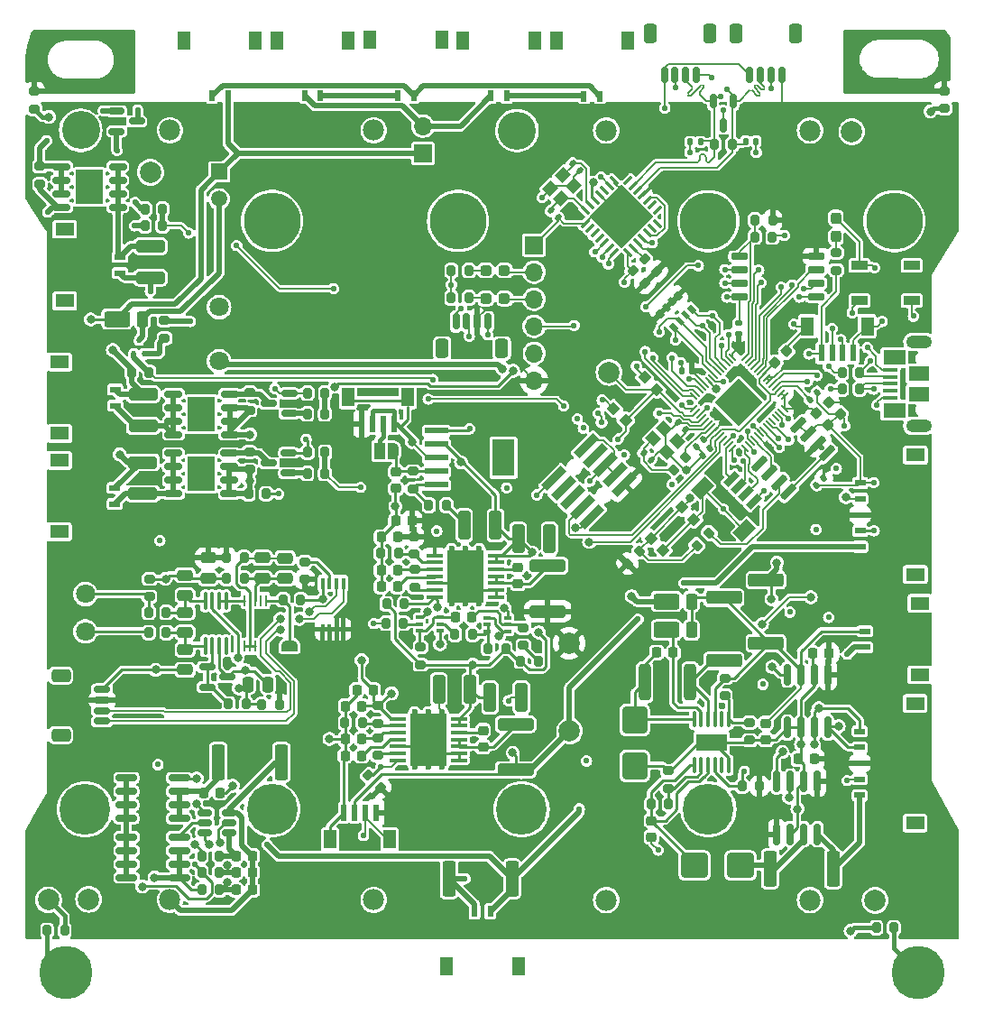
<source format=gbr>
%TF.GenerationSoftware,KiCad,Pcbnew,7.0.1*%
%TF.CreationDate,2024-01-14T15:51:54-07:00*%
%TF.ProjectId,Battery_Board_V3a,42617474-6572-4795-9f42-6f6172645f56,rev?*%
%TF.SameCoordinates,Original*%
%TF.FileFunction,Copper,L1,Top*%
%TF.FilePolarity,Positive*%
%FSLAX46Y46*%
G04 Gerber Fmt 4.6, Leading zero omitted, Abs format (unit mm)*
G04 Created by KiCad (PCBNEW 7.0.1) date 2024-01-14 15:51:54*
%MOMM*%
%LPD*%
G01*
G04 APERTURE LIST*
G04 Aperture macros list*
%AMRoundRect*
0 Rectangle with rounded corners*
0 $1 Rounding radius*
0 $2 $3 $4 $5 $6 $7 $8 $9 X,Y pos of 4 corners*
0 Add a 4 corners polygon primitive as box body*
4,1,4,$2,$3,$4,$5,$6,$7,$8,$9,$2,$3,0*
0 Add four circle primitives for the rounded corners*
1,1,$1+$1,$2,$3*
1,1,$1+$1,$4,$5*
1,1,$1+$1,$6,$7*
1,1,$1+$1,$8,$9*
0 Add four rect primitives between the rounded corners*
20,1,$1+$1,$2,$3,$4,$5,0*
20,1,$1+$1,$4,$5,$6,$7,0*
20,1,$1+$1,$6,$7,$8,$9,0*
20,1,$1+$1,$8,$9,$2,$3,0*%
%AMRotRect*
0 Rectangle, with rotation*
0 The origin of the aperture is its center*
0 $1 length*
0 $2 width*
0 $3 Rotation angle, in degrees counterclockwise*
0 Add horizontal line*
21,1,$1,$2,0,0,$3*%
%AMFreePoly0*
4,1,19,0.550000,-0.750000,0.000000,-0.750000,0.000000,-0.744911,-0.071157,-0.744911,-0.207708,-0.704816,-0.327430,-0.627875,-0.420627,-0.520320,-0.479746,-0.390866,-0.500000,-0.250000,-0.500000,0.250000,-0.479746,0.390866,-0.420627,0.520320,-0.327430,0.627875,-0.207708,0.704816,-0.071157,0.744911,0.000000,0.744911,0.000000,0.750000,0.550000,0.750000,0.550000,-0.750000,0.550000,-0.750000,
$1*%
%AMFreePoly1*
4,1,19,0.000000,0.744911,0.071157,0.744911,0.207708,0.704816,0.327430,0.627875,0.420627,0.520320,0.479746,0.390866,0.500000,0.250000,0.500000,-0.250000,0.479746,-0.390866,0.420627,-0.520320,0.327430,-0.627875,0.207708,-0.704816,0.071157,-0.744911,0.000000,-0.744911,0.000000,-0.750000,-0.550000,-0.750000,-0.550000,0.750000,0.000000,0.750000,0.000000,0.744911,0.000000,0.744911,
$1*%
%AMFreePoly2*
4,1,19,0.500000,-0.750000,0.000000,-0.750000,0.000000,-0.744911,-0.071157,-0.744911,-0.207708,-0.704816,-0.327430,-0.627875,-0.420627,-0.520320,-0.479746,-0.390866,-0.500000,-0.250000,-0.500000,0.250000,-0.479746,0.390866,-0.420627,0.520320,-0.327430,0.627875,-0.207708,0.704816,-0.071157,0.744911,0.000000,0.744911,0.000000,0.750000,0.500000,0.750000,0.500000,-0.750000,0.500000,-0.750000,
$1*%
%AMFreePoly3*
4,1,19,0.000000,0.744911,0.071157,0.744911,0.207708,0.704816,0.327430,0.627875,0.420627,0.520320,0.479746,0.390866,0.500000,0.250000,0.500000,-0.250000,0.479746,-0.390866,0.420627,-0.520320,0.327430,-0.627875,0.207708,-0.704816,0.071157,-0.744911,0.000000,-0.744911,0.000000,-0.750000,-0.500000,-0.750000,-0.500000,0.750000,0.000000,0.750000,0.000000,0.744911,0.000000,0.744911,
$1*%
G04 Aperture macros list end*
%TA.AperFunction,SMDPad,CuDef*%
%ADD10RoundRect,0.200000X0.275000X-0.200000X0.275000X0.200000X-0.275000X0.200000X-0.275000X-0.200000X0*%
%TD*%
%TA.AperFunction,SMDPad,CuDef*%
%ADD11RotRect,0.600000X1.550000X135.000000*%
%TD*%
%TA.AperFunction,SMDPad,CuDef*%
%ADD12RotRect,1.200000X1.800000X135.000000*%
%TD*%
%TA.AperFunction,ComponentPad*%
%ADD13C,5.000000*%
%TD*%
%TA.AperFunction,SMDPad,CuDef*%
%ADD14RoundRect,0.225000X-0.225000X-0.250000X0.225000X-0.250000X0.225000X0.250000X-0.225000X0.250000X0*%
%TD*%
%TA.AperFunction,SMDPad,CuDef*%
%ADD15RoundRect,0.250000X-1.450000X0.312500X-1.450000X-0.312500X1.450000X-0.312500X1.450000X0.312500X0*%
%TD*%
%TA.AperFunction,ComponentPad*%
%ADD16C,2.000000*%
%TD*%
%TA.AperFunction,SMDPad,CuDef*%
%ADD17R,1.500000X0.900000*%
%TD*%
%TA.AperFunction,SMDPad,CuDef*%
%ADD18RoundRect,0.150000X0.825000X0.150000X-0.825000X0.150000X-0.825000X-0.150000X0.825000X-0.150000X0*%
%TD*%
%TA.AperFunction,SMDPad,CuDef*%
%ADD19RoundRect,0.150000X0.150000X0.625000X-0.150000X0.625000X-0.150000X-0.625000X0.150000X-0.625000X0*%
%TD*%
%TA.AperFunction,SMDPad,CuDef*%
%ADD20RoundRect,0.250000X0.350000X0.650000X-0.350000X0.650000X-0.350000X-0.650000X0.350000X-0.650000X0*%
%TD*%
%TA.AperFunction,SMDPad,CuDef*%
%ADD21R,0.650000X0.400000*%
%TD*%
%TA.AperFunction,SMDPad,CuDef*%
%ADD22RoundRect,0.200000X-0.200000X-0.275000X0.200000X-0.275000X0.200000X0.275000X-0.200000X0.275000X0*%
%TD*%
%TA.AperFunction,SMDPad,CuDef*%
%ADD23RoundRect,0.150000X0.662500X0.150000X-0.662500X0.150000X-0.662500X-0.150000X0.662500X-0.150000X0*%
%TD*%
%TA.AperFunction,SMDPad,CuDef*%
%ADD24R,2.514000X3.200000*%
%TD*%
%TA.AperFunction,SMDPad,CuDef*%
%ADD25RoundRect,0.150000X-0.512500X-0.150000X0.512500X-0.150000X0.512500X0.150000X-0.512500X0.150000X0*%
%TD*%
%TA.AperFunction,SMDPad,CuDef*%
%ADD26RoundRect,0.140000X-0.021213X0.219203X-0.219203X0.021213X0.021213X-0.219203X0.219203X-0.021213X0*%
%TD*%
%TA.AperFunction,SMDPad,CuDef*%
%ADD27R,0.600000X1.000000*%
%TD*%
%TA.AperFunction,SMDPad,CuDef*%
%ADD28R,1.250000X1.800000*%
%TD*%
%TA.AperFunction,SMDPad,CuDef*%
%ADD29RoundRect,0.140000X-0.219203X-0.021213X-0.021213X-0.219203X0.219203X0.021213X0.021213X0.219203X0*%
%TD*%
%TA.AperFunction,SMDPad,CuDef*%
%ADD30RoundRect,0.200000X0.200000X0.275000X-0.200000X0.275000X-0.200000X-0.275000X0.200000X-0.275000X0*%
%TD*%
%TA.AperFunction,SMDPad,CuDef*%
%ADD31RoundRect,0.250000X0.275000X0.500000X-0.275000X0.500000X-0.275000X-0.500000X0.275000X-0.500000X0*%
%TD*%
%TA.AperFunction,SMDPad,CuDef*%
%ADD32RoundRect,0.250000X0.950000X0.500000X-0.950000X0.500000X-0.950000X-0.500000X0.950000X-0.500000X0*%
%TD*%
%TA.AperFunction,SMDPad,CuDef*%
%ADD33RoundRect,0.225000X-0.250000X0.225000X-0.250000X-0.225000X0.250000X-0.225000X0.250000X0.225000X0*%
%TD*%
%TA.AperFunction,SMDPad,CuDef*%
%ADD34RotRect,0.800000X0.500000X135.000000*%
%TD*%
%TA.AperFunction,SMDPad,CuDef*%
%ADD35RotRect,0.800000X0.400000X135.000000*%
%TD*%
%TA.AperFunction,SMDPad,CuDef*%
%ADD36RoundRect,0.250000X-1.100000X0.325000X-1.100000X-0.325000X1.100000X-0.325000X1.100000X0.325000X0*%
%TD*%
%TA.AperFunction,SMDPad,CuDef*%
%ADD37RoundRect,0.200000X0.335876X0.053033X0.053033X0.335876X-0.335876X-0.053033X-0.053033X-0.335876X0*%
%TD*%
%TA.AperFunction,SMDPad,CuDef*%
%ADD38RoundRect,0.225000X0.250000X-0.225000X0.250000X0.225000X-0.250000X0.225000X-0.250000X-0.225000X0*%
%TD*%
%TA.AperFunction,SMDPad,CuDef*%
%ADD39RoundRect,0.250000X-0.475000X0.250000X-0.475000X-0.250000X0.475000X-0.250000X0.475000X0.250000X0*%
%TD*%
%TA.AperFunction,SMDPad,CuDef*%
%ADD40RoundRect,0.150000X0.150000X-0.825000X0.150000X0.825000X-0.150000X0.825000X-0.150000X-0.825000X0*%
%TD*%
%TA.AperFunction,SMDPad,CuDef*%
%ADD41R,2.200000X0.600000*%
%TD*%
%TA.AperFunction,SMDPad,CuDef*%
%ADD42R,2.150000X3.450000*%
%TD*%
%TA.AperFunction,SMDPad,CuDef*%
%ADD43RoundRect,0.150000X0.406586X0.618718X-0.618718X-0.406586X-0.406586X-0.618718X0.618718X0.406586X0*%
%TD*%
%TA.AperFunction,SMDPad,CuDef*%
%ADD44RotRect,0.900000X0.900000X225.000000*%
%TD*%
%TA.AperFunction,SMDPad,CuDef*%
%ADD45R,1.000000X0.600000*%
%TD*%
%TA.AperFunction,SMDPad,CuDef*%
%ADD46R,1.800000X1.250000*%
%TD*%
%TA.AperFunction,SMDPad,CuDef*%
%ADD47RoundRect,0.225000X0.225000X0.250000X-0.225000X0.250000X-0.225000X-0.250000X0.225000X-0.250000X0*%
%TD*%
%TA.AperFunction,SMDPad,CuDef*%
%ADD48RotRect,0.900000X0.900000X45.000000*%
%TD*%
%TA.AperFunction,SMDPad,CuDef*%
%ADD49RoundRect,0.150000X-0.662500X-0.150000X0.662500X-0.150000X0.662500X0.150000X-0.662500X0.150000X0*%
%TD*%
%TA.AperFunction,SMDPad,CuDef*%
%ADD50RoundRect,0.150000X0.587500X0.150000X-0.587500X0.150000X-0.587500X-0.150000X0.587500X-0.150000X0*%
%TD*%
%TA.AperFunction,SMDPad,CuDef*%
%ADD51RoundRect,0.250000X0.362500X1.425000X-0.362500X1.425000X-0.362500X-1.425000X0.362500X-1.425000X0*%
%TD*%
%TA.AperFunction,SMDPad,CuDef*%
%ADD52RoundRect,0.250000X0.325000X1.100000X-0.325000X1.100000X-0.325000X-1.100000X0.325000X-1.100000X0*%
%TD*%
%TA.AperFunction,ComponentPad*%
%ADD53R,1.700000X1.700000*%
%TD*%
%TA.AperFunction,ComponentPad*%
%ADD54O,1.700000X1.700000*%
%TD*%
%TA.AperFunction,SMDPad,CuDef*%
%ADD55RoundRect,0.200000X-0.275000X0.200000X-0.275000X-0.200000X0.275000X-0.200000X0.275000X0.200000X0*%
%TD*%
%TA.AperFunction,ComponentPad*%
%ADD56C,1.800000*%
%TD*%
%TA.AperFunction,SMDPad,CuDef*%
%ADD57RoundRect,0.100000X-0.687500X-0.100000X0.687500X-0.100000X0.687500X0.100000X-0.687500X0.100000X0*%
%TD*%
%TA.AperFunction,ComponentPad*%
%ADD58C,0.600000*%
%TD*%
%TA.AperFunction,SMDPad,CuDef*%
%ADD59R,3.400000X5.000000*%
%TD*%
%TA.AperFunction,SMDPad,CuDef*%
%ADD60RoundRect,0.200000X0.053033X-0.335876X0.335876X-0.053033X-0.053033X0.335876X-0.335876X0.053033X0*%
%TD*%
%TA.AperFunction,SMDPad,CuDef*%
%ADD61RoundRect,0.237500X-0.237500X0.287500X-0.237500X-0.287500X0.237500X-0.287500X0.237500X0.287500X0*%
%TD*%
%TA.AperFunction,SMDPad,CuDef*%
%ADD62RoundRect,0.250000X-0.362500X-1.425000X0.362500X-1.425000X0.362500X1.425000X-0.362500X1.425000X0*%
%TD*%
%TA.AperFunction,SMDPad,CuDef*%
%ADD63RoundRect,0.250000X-1.000000X-0.900000X1.000000X-0.900000X1.000000X0.900000X-1.000000X0.900000X0*%
%TD*%
%TA.AperFunction,SMDPad,CuDef*%
%ADD64RoundRect,0.140000X0.219203X0.021213X0.021213X0.219203X-0.219203X-0.021213X-0.021213X-0.219203X0*%
%TD*%
%TA.AperFunction,SMDPad,CuDef*%
%ADD65RoundRect,0.125000X0.176777X0.000000X0.000000X0.176777X-0.176777X0.000000X0.000000X-0.176777X0*%
%TD*%
%TA.AperFunction,SMDPad,CuDef*%
%ADD66RoundRect,0.150000X-0.150000X0.512500X-0.150000X-0.512500X0.150000X-0.512500X0.150000X0.512500X0*%
%TD*%
%TA.AperFunction,SMDPad,CuDef*%
%ADD67RoundRect,0.150000X-0.150000X0.825000X-0.150000X-0.825000X0.150000X-0.825000X0.150000X0.825000X0*%
%TD*%
%TA.AperFunction,SMDPad,CuDef*%
%ADD68RoundRect,0.250000X-0.325000X-1.100000X0.325000X-1.100000X0.325000X1.100000X-0.325000X1.100000X0*%
%TD*%
%TA.AperFunction,SMDPad,CuDef*%
%ADD69RoundRect,0.200000X-0.053033X0.335876X-0.335876X0.053033X0.053033X-0.335876X0.335876X-0.053033X0*%
%TD*%
%TA.AperFunction,SMDPad,CuDef*%
%ADD70RoundRect,0.237500X-0.287500X-0.237500X0.287500X-0.237500X0.287500X0.237500X-0.287500X0.237500X0*%
%TD*%
%TA.AperFunction,SMDPad,CuDef*%
%ADD71R,0.400000X0.510000*%
%TD*%
%TA.AperFunction,SMDPad,CuDef*%
%ADD72RoundRect,0.250000X-1.425000X0.362500X-1.425000X-0.362500X1.425000X-0.362500X1.425000X0.362500X0*%
%TD*%
%TA.AperFunction,SMDPad,CuDef*%
%ADD73RoundRect,0.100000X0.100000X-0.712500X0.100000X0.712500X-0.100000X0.712500X-0.100000X-0.712500X0*%
%TD*%
%TA.AperFunction,SMDPad,CuDef*%
%ADD74RoundRect,0.150000X-0.650000X-0.150000X0.650000X-0.150000X0.650000X0.150000X-0.650000X0.150000X0*%
%TD*%
%TA.AperFunction,SMDPad,CuDef*%
%ADD75RoundRect,0.150000X-0.587500X-0.150000X0.587500X-0.150000X0.587500X0.150000X-0.587500X0.150000X0*%
%TD*%
%TA.AperFunction,SMDPad,CuDef*%
%ADD76RoundRect,0.150000X-0.625000X0.150000X-0.625000X-0.150000X0.625000X-0.150000X0.625000X0.150000X0*%
%TD*%
%TA.AperFunction,SMDPad,CuDef*%
%ADD77RoundRect,0.250000X-0.650000X0.350000X-0.650000X-0.350000X0.650000X-0.350000X0.650000X0.350000X0*%
%TD*%
%TA.AperFunction,SMDPad,CuDef*%
%ADD78FreePoly0,0.000000*%
%TD*%
%TA.AperFunction,SMDPad,CuDef*%
%ADD79R,1.000000X1.500000*%
%TD*%
%TA.AperFunction,SMDPad,CuDef*%
%ADD80FreePoly1,0.000000*%
%TD*%
%TA.AperFunction,SMDPad,CuDef*%
%ADD81RoundRect,0.250000X1.100000X-0.325000X1.100000X0.325000X-1.100000X0.325000X-1.100000X-0.325000X0*%
%TD*%
%TA.AperFunction,SMDPad,CuDef*%
%ADD82RoundRect,0.140000X0.170000X-0.140000X0.170000X0.140000X-0.170000X0.140000X-0.170000X-0.140000X0*%
%TD*%
%TA.AperFunction,SMDPad,CuDef*%
%ADD83RoundRect,0.250000X1.425000X-0.362500X1.425000X0.362500X-1.425000X0.362500X-1.425000X-0.362500X0*%
%TD*%
%TA.AperFunction,SMDPad,CuDef*%
%ADD84RoundRect,0.140000X-0.140000X-0.170000X0.140000X-0.170000X0.140000X0.170000X-0.140000X0.170000X0*%
%TD*%
%TA.AperFunction,SMDPad,CuDef*%
%ADD85R,1.380000X0.450000*%
%TD*%
%TA.AperFunction,ComponentPad*%
%ADD86O,2.416000X1.208000*%
%TD*%
%TA.AperFunction,SMDPad,CuDef*%
%ADD87R,2.100000X1.475000*%
%TD*%
%TA.AperFunction,SMDPad,CuDef*%
%ADD88R,1.900000X1.375000*%
%TD*%
%TA.AperFunction,SMDPad,CuDef*%
%ADD89RoundRect,0.250000X-0.900000X1.000000X-0.900000X-1.000000X0.900000X-1.000000X0.900000X1.000000X0*%
%TD*%
%TA.AperFunction,SMDPad,CuDef*%
%ADD90RoundRect,0.140000X0.140000X0.170000X-0.140000X0.170000X-0.140000X-0.170000X0.140000X-0.170000X0*%
%TD*%
%TA.AperFunction,SMDPad,CuDef*%
%ADD91RoundRect,0.050000X-0.309359X0.238649X0.238649X-0.309359X0.309359X-0.238649X-0.238649X0.309359X0*%
%TD*%
%TA.AperFunction,SMDPad,CuDef*%
%ADD92RoundRect,0.050000X-0.309359X-0.238649X-0.238649X-0.309359X0.309359X0.238649X0.238649X0.309359X0*%
%TD*%
%TA.AperFunction,SMDPad,CuDef*%
%ADD93RotRect,3.200000X3.200000X315.000000*%
%TD*%
%TA.AperFunction,SMDPad,CuDef*%
%ADD94RoundRect,0.250000X0.475000X-0.250000X0.475000X0.250000X-0.475000X0.250000X-0.475000X-0.250000X0*%
%TD*%
%TA.AperFunction,SMDPad,CuDef*%
%ADD95R,0.250000X1.100000*%
%TD*%
%TA.AperFunction,SMDPad,CuDef*%
%ADD96R,0.600000X1.550000*%
%TD*%
%TA.AperFunction,SMDPad,CuDef*%
%ADD97R,1.200000X1.800000*%
%TD*%
%TA.AperFunction,SMDPad,CuDef*%
%ADD98RoundRect,0.250000X-0.312500X-1.450000X0.312500X-1.450000X0.312500X1.450000X-0.312500X1.450000X0*%
%TD*%
%TA.AperFunction,SMDPad,CuDef*%
%ADD99RoundRect,0.075000X0.362392X-0.256326X-0.256326X0.362392X-0.362392X0.256326X0.256326X-0.362392X0*%
%TD*%
%TA.AperFunction,SMDPad,CuDef*%
%ADD100RoundRect,0.075000X0.362392X0.256326X0.256326X0.362392X-0.362392X-0.256326X-0.256326X-0.362392X0*%
%TD*%
%TA.AperFunction,SMDPad,CuDef*%
%ADD101RotRect,4.250000X4.250000X135.000000*%
%TD*%
%TA.AperFunction,SMDPad,CuDef*%
%ADD102RotRect,0.760000X2.600000X135.000000*%
%TD*%
%TA.AperFunction,ComponentPad*%
%ADD103R,1.508000X1.508000*%
%TD*%
%TA.AperFunction,ComponentPad*%
%ADD104C,1.508000*%
%TD*%
%TA.AperFunction,SMDPad,CuDef*%
%ADD105R,0.400000X1.100000*%
%TD*%
%TA.AperFunction,SMDPad,CuDef*%
%ADD106RoundRect,0.225000X0.017678X-0.335876X0.335876X-0.017678X-0.017678X0.335876X-0.335876X0.017678X0*%
%TD*%
%TA.AperFunction,SMDPad,CuDef*%
%ADD107RoundRect,0.225000X-0.335876X-0.017678X-0.017678X-0.335876X0.335876X0.017678X0.017678X0.335876X0*%
%TD*%
%TA.AperFunction,SMDPad,CuDef*%
%ADD108RoundRect,0.100000X0.100000X-0.625000X0.100000X0.625000X-0.100000X0.625000X-0.100000X-0.625000X0*%
%TD*%
%TA.AperFunction,SMDPad,CuDef*%
%ADD109R,2.850000X1.650000*%
%TD*%
%TA.AperFunction,SMDPad,CuDef*%
%ADD110RotRect,1.150000X1.000000X315.000000*%
%TD*%
%TA.AperFunction,SMDPad,CuDef*%
%ADD111RoundRect,0.250000X-0.250000X-0.475000X0.250000X-0.475000X0.250000X0.475000X-0.250000X0.475000X0*%
%TD*%
%TA.AperFunction,SMDPad,CuDef*%
%ADD112RoundRect,0.140000X0.021213X-0.219203X0.219203X-0.021213X-0.021213X0.219203X-0.219203X0.021213X0*%
%TD*%
%TA.AperFunction,SMDPad,CuDef*%
%ADD113RotRect,1.150000X1.000000X225.000000*%
%TD*%
%TA.AperFunction,SMDPad,CuDef*%
%ADD114FreePoly2,270.000000*%
%TD*%
%TA.AperFunction,SMDPad,CuDef*%
%ADD115FreePoly3,270.000000*%
%TD*%
%TA.AperFunction,ComponentPad*%
%ADD116C,4.770000*%
%TD*%
%TA.AperFunction,ComponentPad*%
%ADD117C,5.325000*%
%TD*%
%TA.AperFunction,ComponentPad*%
%ADD118C,3.570000*%
%TD*%
%TA.AperFunction,ComponentPad*%
%ADD119C,1.980000*%
%TD*%
%TA.AperFunction,ViaPad*%
%ADD120C,0.560000*%
%TD*%
%TA.AperFunction,ViaPad*%
%ADD121C,0.800000*%
%TD*%
%TA.AperFunction,Conductor*%
%ADD122C,0.500000*%
%TD*%
%TA.AperFunction,Conductor*%
%ADD123C,0.127000*%
%TD*%
%TA.AperFunction,Conductor*%
%ADD124C,0.152400*%
%TD*%
%TA.AperFunction,Conductor*%
%ADD125C,0.250000*%
%TD*%
%TA.AperFunction,Conductor*%
%ADD126C,0.400000*%
%TD*%
%TA.AperFunction,Conductor*%
%ADD127C,0.152000*%
%TD*%
G04 APERTURE END LIST*
D10*
%TO.P,R57,1,1*%
%TO.N,VBUS*%
X186790000Y-65585000D03*
%TO.P,R57,2,2*%
%TO.N,Net-(D10-PadA)*%
X186790000Y-63935000D03*
%TD*%
D11*
%TO.P,J21,1,1*%
%TO.N,SPI1_CS0*%
X179057577Y-87283744D03*
%TO.P,J21,2,2*%
%TO.N,SPI1_SCK*%
X178350470Y-86576637D03*
%TO.P,J21,3,3*%
%TO.N,SPI1_MOSI*%
X177643363Y-85869530D03*
%TO.P,J21,4,4*%
%TO.N,SPI1_MISO*%
X176936256Y-85162423D03*
D12*
%TO.P,J21,S1,SHIELD*%
%TO.N,GND*%
X178191371Y-89988427D03*
%TO.P,J21,S2,SHIELD*%
X174231573Y-86028629D03*
%TD*%
D13*
%TO.P,,1*%
%TO.N,Chassis Ground*%
X194500000Y-131530000D03*
%TD*%
D14*
%TO.P,C1,1,1*%
%TO.N,GND*%
X144082500Y-90615000D03*
%TO.P,C1,2,2*%
%TO.N,+3V3*%
X145632500Y-90615000D03*
%TD*%
D15*
%TO.P,L3,1,1*%
%TO.N,Net-(U5-SW1)*%
X156700000Y-108200000D03*
%TO.P,L3,2,2*%
%TO.N,+5V*%
X156700000Y-112475000D03*
%TD*%
D16*
%TO.P,TP6,1,1*%
%TO.N,VBUSP*%
X122428000Y-56388000D03*
%TD*%
D17*
%TO.P,LED1,1,VDD*%
%TO.N,/NEO_PWR*%
X193870000Y-68420000D03*
%TO.P,LED1,2,DO*%
%TO.N,unconnected-(LED1-DO-Pad2)*%
X193870000Y-65120000D03*
%TO.P,LED1,3,GND*%
%TO.N,GND*%
X188970000Y-65120000D03*
%TO.P,LED1,4,DI*%
%TO.N,/NEOPIX*%
X188970000Y-68420000D03*
%TD*%
D18*
%TO.P,Q2,1,S*%
%TO.N,PACK-*%
X125124999Y-122585000D03*
%TO.P,Q2,2,S*%
X125124999Y-121315000D03*
%TO.P,Q2,3,S*%
X125124999Y-120045000D03*
%TO.P,Q2,4,G*%
%TO.N,Net-(Q2-G)*%
X125124999Y-118775000D03*
%TO.P,Q2,5,D*%
%TO.N,Net-(Q1-D-Pad5)*%
X120174999Y-118775000D03*
%TO.P,Q2,6,D*%
X120174999Y-120045000D03*
%TO.P,Q2,7,D*%
X120174999Y-121315000D03*
%TO.P,Q2,8,D*%
X120174999Y-122585000D03*
%TD*%
D19*
%TO.P,J27,1,Pin_1*%
%TO.N,GND*%
X154110000Y-70395000D03*
%TO.P,J27,2,Pin_2*%
%TO.N,+3V3*%
X153110000Y-70395000D03*
%TO.P,J27,3,Pin_3*%
%TO.N,SDA1*%
X152110000Y-70395000D03*
%TO.P,J27,4,Pin_4*%
%TO.N,SCL1*%
X151110000Y-70395000D03*
D20*
%TO.P,J27,MP*%
%TO.N,N/C*%
X155410000Y-72920000D03*
X149810000Y-72920000D03*
%TD*%
D21*
%TO.P,Q3,1,E1*%
%TO.N,GND*%
X154057500Y-98180000D03*
%TO.P,Q3,2,B1*%
%TO.N,Net-(Q3A-B1)*%
X154057500Y-98830000D03*
%TO.P,Q3,3,C2*%
X154057500Y-99480000D03*
%TO.P,Q3,4,E2*%
%TO.N,GND*%
X155957500Y-99480000D03*
%TO.P,Q3,5,B2*%
%TO.N,Net-(Q3B-B2)*%
X155957500Y-98830000D03*
%TO.P,Q3,6,C1*%
%TO.N,/3V3_EN*%
X155957500Y-98180000D03*
%TD*%
D22*
%TO.P,R4,1*%
%TO.N,BM*%
X127225000Y-120530000D03*
%TO.P,R4,2*%
%TO.N,Net-(U1-VC)*%
X128875000Y-120530000D03*
%TD*%
D23*
%TO.P,Q9,1,Source*%
%TO.N,Net-(K1-PadNO)*%
X129840002Y-86574999D03*
%TO.P,Q9,2,Source*%
X129840002Y-85304999D03*
%TO.P,Q9,3,Source*%
X129840002Y-84034999D03*
%TO.P,Q9,4,Gate*%
%TO.N,Net-(Q7-D)*%
X129840002Y-82764999D03*
%TO.P,Q9,5,Drain*%
%TO.N,Heater*%
X124565002Y-82764999D03*
%TO.P,Q9,6,Drain*%
X124565002Y-84034999D03*
%TO.P,Q9,7,Drain*%
X124565002Y-85304999D03*
%TO.P,Q9,8,Drain*%
X124565002Y-86574999D03*
D24*
%TO.P,Q9,9*%
%TO.N,N/C*%
X127202502Y-84669999D03*
%TD*%
D25*
%TO.P,U1,1,DOUT*%
%TO.N,Net-(Q1-G)*%
X127542500Y-116500000D03*
%TO.P,U1,2,COUT*%
%TO.N,Net-(Q2-G)*%
X127542500Y-117450000D03*
%TO.P,U1,3,V-*%
%TO.N,Net-(U1-V-)*%
X127542500Y-118400000D03*
%TO.P,U1,4,VC*%
%TO.N,Net-(U1-VC)*%
X129817500Y-118400000D03*
%TO.P,U1,5,VDD*%
%TO.N,/VDD*%
X129817500Y-117450000D03*
%TO.P,U1,6,VSS*%
%TO.N,B-*%
X129817500Y-116500000D03*
%TD*%
D26*
%TO.P,C31,1,1*%
%TO.N,+3V3*%
X185639411Y-85060589D03*
%TO.P,C31,2,2*%
%TO.N,GND*%
X184960589Y-85739411D03*
%TD*%
D27*
%TO.P,J7,1,Pin_1*%
%TO.N,Net-(J7-Pin_1)*%
X155870000Y-49225000D03*
%TO.P,J7,2,Pin_2*%
%TO.N,VBatt*%
X154370000Y-49225000D03*
D28*
%TO.P,J7,S1*%
%TO.N,N/C*%
X158475000Y-44035000D03*
%TO.P,J7,S2*%
X151765000Y-44035000D03*
%TD*%
D29*
%TO.P,C20,1,1*%
%TO.N,GND*%
X171960589Y-79870589D03*
%TO.P,C20,2,2*%
%TO.N,Net-(IC3-XIN)*%
X172639411Y-80549411D03*
%TD*%
D30*
%TO.P,FB3,1*%
%TO.N,AGND*%
X131215000Y-94502499D03*
%TO.P,FB3,2*%
%TO.N,GND*%
X129565000Y-94502499D03*
%TD*%
D31*
%TO.P,D1,A,A*%
%TO.N,Net-(Q4-C)*%
X121640001Y-70154998D03*
D32*
%TO.P,D1,C,C*%
%TO.N,VBUSP*%
X119265001Y-70154998D03*
%TD*%
D30*
%TO.P,R19,1,1*%
%TO.N,GND*%
X133285000Y-86564998D03*
%TO.P,R19,2,2*%
%TO.N,Net-(K1-PadNO)*%
X131635000Y-86564998D03*
%TD*%
D33*
%TO.P,C40,1,1*%
%TO.N,VBATT_SENSE*%
X180220000Y-108085000D03*
%TO.P,C40,2,2*%
%TO.N,GND*%
X180220000Y-109635000D03*
%TD*%
D10*
%TO.P,R60,1,1*%
%TO.N,Net-(Q4-E)*%
X123750000Y-71955000D03*
%TO.P,R60,2,2*%
%TO.N,GND*%
X123750000Y-70305000D03*
%TD*%
D34*
%TO.P,R48,1,R1.1*%
%TO.N,SCL0*%
X171537868Y-70934924D03*
D35*
%TO.P,R48,2,R2.1*%
%TO.N,SDA0*%
X172103553Y-70369239D03*
%TO.P,R48,3,R3.1*%
%TO.N,SCL1*%
X172669239Y-69803553D03*
D34*
%TO.P,R48,4,R4.1*%
%TO.N,SDA1*%
X173234924Y-69237868D03*
%TO.P,R48,5,R4.2*%
%TO.N,+3V3*%
X171962132Y-67965076D03*
D35*
%TO.P,R48,6,R3.2*%
X171396447Y-68530761D03*
%TO.P,R48,7,R2.2*%
X170830761Y-69096447D03*
D34*
%TO.P,R48,8,R1.2*%
X170265076Y-69662132D03*
%TD*%
D27*
%TO.P,J8,1,Pin_1*%
%TO.N,VBatt1*%
X164610000Y-49245000D03*
%TO.P,J8,2,Pin_2*%
%TO.N,Net-(J7-Pin_1)*%
X163110000Y-49245000D03*
D28*
%TO.P,J8,S1*%
%TO.N,N/C*%
X167215000Y-44055000D03*
%TO.P,J8,S2*%
X160505000Y-44055000D03*
%TD*%
D36*
%TO.P,C50,1*%
%TO.N,Jetson_pwr*%
X122430000Y-63325000D03*
%TO.P,C50,2*%
%TO.N,GND*%
X122430000Y-66275000D03*
%TD*%
D30*
%TO.P,R31,1,1*%
%TO.N,+3V3*%
X180825000Y-60880000D03*
%TO.P,R31,2,2*%
%TO.N,/QSPI_CS*%
X179175000Y-60880000D03*
%TD*%
D22*
%TO.P,R43,1,1*%
%TO.N,Net-(D4-K)*%
X169415000Y-115690000D03*
%TO.P,R43,2,2*%
%TO.N,Net-(IC4-VIN_REG)*%
X171065000Y-115690000D03*
%TD*%
D37*
%TO.P,R40,1,1*%
%TO.N,+3V3*%
X169963503Y-65683595D03*
%TO.P,R40,2,2*%
%TO.N,Net-(U11-RESET)*%
X168796777Y-64516869D03*
%TD*%
D38*
%TO.P,C13,1*%
%TO.N,GND*%
X145467500Y-86055000D03*
%TO.P,C13,2*%
%TO.N,Net-(JP1-B)*%
X145467500Y-84505000D03*
%TD*%
D39*
%TO.P,C18,1*%
%TO.N,Net-(U9-+IN)*%
X125665000Y-97682499D03*
%TO.P,C18,2*%
%TO.N,Net-(U9--IN)*%
X125665000Y-99582499D03*
%TD*%
D40*
%TO.P,U14,1,A1*%
%TO.N,GND*%
X182215000Y-108495000D03*
%TO.P,U14,2,A0*%
X183485000Y-108495000D03*
%TO.P,U14,3,SDA*%
%TO.N,SDA0*%
X184755000Y-108495000D03*
%TO.P,U14,4,SCL*%
%TO.N,SCL0*%
X186025000Y-108495000D03*
%TO.P,U14,5,VS*%
%TO.N,+3V3*%
X186025000Y-103545000D03*
%TO.P,U14,6,GND*%
%TO.N,GND*%
X184755000Y-103545000D03*
%TO.P,U14,7,IN-*%
%TO.N,VBATT_SENSE*%
X183485000Y-103545000D03*
%TO.P,U14,8,IN+*%
%TO.N,PACK+*%
X182215000Y-103545000D03*
%TD*%
D41*
%TO.P,U6,1,~{SHDN}*%
%TO.N,ENAB_RF*%
X149270000Y-80630000D03*
%TO.P,U6,2,IN*%
%TO.N,VBUSP*%
X149270000Y-81900000D03*
%TO.P,U6,3,GND_1*%
%TO.N,GND*%
X149270000Y-83170000D03*
%TO.P,U6,4,OUT*%
%TO.N,Net-(JP1-B)*%
X149270000Y-84440000D03*
%TO.P,U6,5,SENSE/ADJ*%
%TO.N,Net-(U6-SENSE{slash}ADJ)*%
X149270000Y-85710000D03*
D42*
%TO.P,U6,6,GND_2*%
%TO.N,GND*%
X155570000Y-83170000D03*
%TD*%
D43*
%TO.P,U13,1,~{MR}*%
%TO.N,Net-(U13-~{MR})*%
X185957838Y-82766238D03*
%TO.P,U13,2,VCC*%
%TO.N,+3V3*%
X185059813Y-81868213D03*
%TO.P,U13,3,GND*%
%TO.N,GND*%
X184161787Y-80970187D03*
%TO.P,U13,4,PFI*%
X183263762Y-80072162D03*
%TO.P,U13,5,~{PFO}*%
%TO.N,unconnected-(U13-~{PFO}-Pad5)*%
X179622162Y-83713762D03*
%TO.P,U13,6,~{WDI}*%
%TO.N,WDT_WDI*%
X180520187Y-84611787D03*
%TO.P,U13,7,~{RESET}*%
%TO.N,Net-(U13-~{RESET})*%
X181418213Y-85509813D03*
%TO.P,U13,8,~{WDO}*%
%TO.N,Net-(U13-~{MR})*%
X182316238Y-86407838D03*
%TD*%
D44*
%TO.P,SW1,A,P*%
%TO.N,/USBBOOT*%
X167046117Y-79685254D03*
%TO.P,SW1,A',P1*%
X169945254Y-76786117D03*
%TO.P,SW1,B,S*%
%TO.N,GND*%
X165914746Y-78553883D03*
%TO.P,SW1,B',S1*%
X168813883Y-75654746D03*
%TD*%
D45*
%TO.P,J14,1,Pin_1*%
%TO.N,VSOLAR*%
X189020000Y-114845000D03*
%TO.P,J14,2,Pin_2*%
%TO.N,GND*%
X189020000Y-113345000D03*
%TO.P,J14,3,Pin_3*%
%TO.N,+3V3*%
X189020000Y-111845000D03*
%TO.P,J14,4,Pin_4*%
%TO.N,SCL0*%
X189020000Y-110345000D03*
%TO.P,J14,5,Pin_5*%
%TO.N,SDA0*%
X189020000Y-108845000D03*
D46*
%TO.P,J14,S1*%
%TO.N,N/C*%
X194210000Y-117450000D03*
%TO.P,J14,S2*%
X194210000Y-106240000D03*
%TD*%
D22*
%TO.P,FB1,1*%
%TO.N,Net-(U9-+Vs)*%
X132890000Y-106322499D03*
%TO.P,FB1,2*%
%TO.N,+3V3*%
X134540000Y-106322499D03*
%TD*%
D47*
%TO.P,C49,1,1*%
%TO.N,Net-(U5-VREG5)*%
X142255000Y-109580000D03*
%TO.P,C49,2,2*%
%TO.N,GND*%
X140705000Y-109580000D03*
%TD*%
D48*
%TO.P,SW2,A,P*%
%TO.N,/~{RESET}*%
X172313883Y-87844746D03*
%TO.P,SW2,A',P1*%
X169414746Y-90743883D03*
%TO.P,SW2,B,S*%
%TO.N,GND*%
X173445254Y-88976117D03*
%TO.P,SW2,B',S1*%
X170546117Y-91875254D03*
%TD*%
D10*
%TO.P,R59,1,1*%
%TO.N,Net-(Q10-D)*%
X112050000Y-57485000D03*
%TO.P,R59,2,2*%
%TO.N,PACK+*%
X112050000Y-55835000D03*
%TD*%
D16*
%TO.P,TP1,1,1*%
%TO.N,+3V3*%
X161720000Y-100590000D03*
%TD*%
D14*
%TO.P,C12,1*%
%TO.N,Net-(Q5A-C1)*%
X151052500Y-98160000D03*
%TO.P,C12,2*%
%TO.N,Net-(Q3B-B2)*%
X152602500Y-98160000D03*
%TD*%
%TO.P,C43,1,1*%
%TO.N,GND*%
X141795000Y-104970000D03*
%TO.P,C43,2,2*%
%TO.N,+5V*%
X143345000Y-104970000D03*
%TD*%
D49*
%TO.P,Q11,1,Source*%
%TO.N,PACK+*%
X114075000Y-55860000D03*
%TO.P,Q11,2,Source*%
X114075000Y-57130000D03*
%TO.P,Q11,3,Source*%
X114075000Y-58400000D03*
%TO.P,Q11,4,Gate*%
%TO.N,Net-(Q10-D)*%
X114075000Y-59670000D03*
%TO.P,Q11,5,Drain*%
%TO.N,Jetson_pwr*%
X119350000Y-59670000D03*
%TO.P,Q11,6,Drain*%
X119350000Y-58400000D03*
%TO.P,Q11,7,Drain*%
X119350000Y-57130000D03*
%TO.P,Q11,8,Drain*%
X119350000Y-55860000D03*
D24*
%TO.P,Q11,9*%
%TO.N,N/C*%
X116712500Y-57765000D03*
%TD*%
D38*
%TO.P,C6,1,1*%
%TO.N,Net-(U3-SW1)*%
X156907500Y-95015000D03*
%TO.P,C6,2,2*%
%TO.N,Net-(U3-VBST)*%
X156907500Y-93465000D03*
%TD*%
D50*
%TO.P,Q7,1,G*%
%TO.N,Net-(Q7-G)*%
X135407501Y-84619998D03*
%TO.P,Q7,2,S*%
%TO.N,GND*%
X135407501Y-82719998D03*
%TO.P,Q7,3,D*%
%TO.N,Net-(Q7-D)*%
X133532501Y-83669998D03*
%TD*%
D16*
%TO.P,TP2,1,1*%
%TO.N,B-*%
X116620000Y-124620000D03*
%TD*%
D22*
%TO.P,R54,1,1*%
%TO.N,USB_D+*%
X187340000Y-76720000D03*
%TO.P,R54,2,2*%
%TO.N,D+*%
X188990000Y-76720000D03*
%TD*%
D51*
%TO.P,R1,1*%
%TO.N,B-*%
X134712500Y-111740000D03*
%TO.P,R1,2*%
%TO.N,Net-(C5-Pad1)*%
X128787500Y-111740000D03*
%TD*%
D52*
%TO.P,C46,1,1*%
%TO.N,VBUSP*%
X152445000Y-104900000D03*
%TO.P,C46,2,2*%
%TO.N,GND*%
X149495000Y-104900000D03*
%TD*%
D53*
%TO.P,J25,1,Pin_1*%
%TO.N,GND*%
X158440000Y-63220000D03*
D54*
%TO.P,J25,2,Pin_2*%
%TO.N,FC_RX*%
X158440000Y-65760000D03*
%TO.P,J25,3,Pin_3*%
%TO.N,FC_TX*%
X158440000Y-68300000D03*
%TO.P,J25,4,Pin_4*%
%TO.N,SCL1*%
X158440000Y-70840000D03*
%TO.P,J25,5,Pin_5*%
%TO.N,SDA1*%
X158440000Y-73380000D03*
%TO.P,J25,6,Pin_6*%
%TO.N,+3V3*%
X158440000Y-75920000D03*
%TD*%
D19*
%TO.P,J20,1,Pin_1*%
%TO.N,+3V3*%
X173660000Y-47270000D03*
%TO.P,J20,2,Pin_2*%
%TO.N,CANH*%
X172660000Y-47270000D03*
%TO.P,J20,3,Pin_3*%
%TO.N,CANL*%
X171660000Y-47270000D03*
%TO.P,J20,4,Pin_4*%
%TO.N,GND*%
X170660000Y-47270000D03*
D20*
%TO.P,J20,MP*%
%TO.N,N/C*%
X174960000Y-43395000D03*
X169360000Y-43395000D03*
%TD*%
D55*
%TO.P,R62,1,1*%
%TO.N,Chassis Ground*%
X111540000Y-48815000D03*
%TO.P,R62,2,2*%
%TO.N,GND*%
X111540000Y-50465000D03*
%TD*%
D56*
%TO.P,J18,1,Pin_1*%
%TO.N,Net-(J18-Pin_1)*%
X116315001Y-99472500D03*
%TO.P,J18,2,Pin_2*%
%TO.N,Net-(J18-Pin_2)*%
X116315001Y-95972500D03*
%TD*%
D57*
%TO.P,U3,1,VO*%
%TO.N,+3V3*%
X149115000Y-92350000D03*
%TO.P,U3,2,VFB*%
%TO.N,Net-(U3-VFB)*%
X149115000Y-93000000D03*
%TO.P,U3,3,VREG5*%
%TO.N,Net-(U3-VREG5)*%
X149115000Y-93650000D03*
%TO.P,U3,4,SS*%
%TO.N,Net-(U3-SS)*%
X149115000Y-94300000D03*
%TO.P,U3,5,GND*%
%TO.N,GND*%
X149115000Y-94950000D03*
%TO.P,U3,6,PG*%
%TO.N,Net-(U3-PG)*%
X149115000Y-95600000D03*
%TO.P,U3,7,EN*%
%TO.N,/3V3_EN*%
X149115000Y-96250000D03*
%TO.P,U3,8,PGND1*%
%TO.N,GND*%
X154840000Y-96250000D03*
%TO.P,U3,9,PGND2*%
X154840000Y-95600000D03*
%TO.P,U3,10,SW1*%
%TO.N,Net-(U3-SW1)*%
X154840000Y-94950000D03*
%TO.P,U3,11,SW2*%
X154840000Y-94300000D03*
%TO.P,U3,12,VBST*%
%TO.N,Net-(U3-VBST)*%
X154840000Y-93650000D03*
%TO.P,U3,13,VIN*%
%TO.N,VBUSP*%
X154840000Y-93000000D03*
%TO.P,U3,14,VCC*%
X154840000Y-92350000D03*
D58*
%TO.P,U3,15,EPAD*%
%TO.N,GND*%
X150677500Y-91700000D03*
X150677500Y-93000000D03*
X150677500Y-94300000D03*
X150677500Y-95600000D03*
X150677500Y-96900000D03*
X151977500Y-91700000D03*
X151977500Y-93000000D03*
X151977500Y-94300000D03*
D59*
X151977500Y-94300000D03*
D58*
X151977500Y-95600000D03*
X151977500Y-96900000D03*
X153277500Y-91700000D03*
X153277500Y-93000000D03*
X153277500Y-94300000D03*
X153277500Y-95600000D03*
X153277500Y-96900000D03*
%TD*%
D60*
%TO.P,R45,1*%
%TO.N,/~{RESET}*%
X173716637Y-91403363D03*
%TO.P,R45,2*%
%TO.N,Net-(U13-~{RESET})*%
X174883363Y-90236637D03*
%TD*%
D53*
%TO.P,J1,1,Pin_1*%
%TO.N,VBUSP*%
X147990000Y-54600000D03*
D54*
%TO.P,J1,2,Pin_2*%
%TO.N,VBatt*%
X147990000Y-52060000D03*
%TD*%
D10*
%TO.P,R52,1,1*%
%TO.N,GND*%
X178650000Y-109685000D03*
%TO.P,R52,2,2*%
%TO.N,Net-(IC4-VFB)*%
X178650000Y-108035000D03*
%TD*%
D30*
%TO.P,R10,1*%
%TO.N,VBUSP*%
X155762500Y-101060000D03*
%TO.P,R10,2*%
%TO.N,Net-(Q3A-B1)*%
X154112500Y-101060000D03*
%TD*%
D39*
%TO.P,C27,1*%
%TO.N,AVDD*%
X132924999Y-92572500D03*
%TO.P,C27,2*%
%TO.N,AGND*%
X132924999Y-94472500D03*
%TD*%
D22*
%TO.P,R53,1,1*%
%TO.N,USB_D-*%
X187340000Y-75180000D03*
%TO.P,R53,2,2*%
%TO.N,D-*%
X188990000Y-75180000D03*
%TD*%
D30*
%TO.P,R9,1,1*%
%TO.N,BURN_RELAY_A*%
X122302500Y-75170000D03*
%TO.P,R9,2,2*%
%TO.N,GND*%
X120652500Y-75170000D03*
%TD*%
D60*
%TO.P,R36,1,1*%
%TO.N,+3V3*%
X167200000Y-93110000D03*
%TO.P,R36,2,2*%
%TO.N,/~{RESET}*%
X168366726Y-91943274D03*
%TD*%
D61*
%TO.P,D10,A,A*%
%TO.N,Net-(D10-PadA)*%
X186770000Y-62435000D03*
%TO.P,D10,C,C*%
%TO.N,GND*%
X186770000Y-60685000D03*
%TD*%
D62*
%TO.P,R49,1,1*%
%TO.N,VSOLAR_I*%
X180597500Y-121770000D03*
%TO.P,R49,2,2*%
%TO.N,VSOLAR*%
X186522500Y-121770000D03*
%TD*%
D63*
%TO.P,D4,1,K*%
%TO.N,Net-(D4-K)*%
X173502500Y-121420000D03*
%TO.P,D4,2,A*%
%TO.N,VSOLAR_I*%
X177802500Y-121420000D03*
%TD*%
D64*
%TO.P,C21,1,1*%
%TO.N,GND*%
X169389411Y-83379411D03*
%TO.P,C21,2,2*%
%TO.N,Net-(C21-Pad2)*%
X168710589Y-82700589D03*
%TD*%
D65*
%TO.P,D8,A,A*%
%TO.N,Net-(D8-PadA)*%
X164772183Y-79872183D03*
%TO.P,D8,C,C*%
%TO.N,/USBBOOT*%
X166327817Y-81427817D03*
%TD*%
D66*
%TO.P,D5,1,1*%
%TO.N,CANL*%
X177130000Y-49675000D03*
%TO.P,D5,2,2*%
%TO.N,CANH*%
X175230000Y-49675000D03*
%TO.P,D5,3,3*%
%TO.N,GND*%
X176180000Y-51950000D03*
%TD*%
D67*
%TO.P,U12,1,A1*%
%TO.N,+3V3*%
X185025000Y-113555000D03*
%TO.P,U12,2,A0*%
%TO.N,GND*%
X183755000Y-113555000D03*
%TO.P,U12,3,SDA*%
%TO.N,SDA0*%
X182485000Y-113555000D03*
%TO.P,U12,4,SCL*%
%TO.N,SCL0*%
X181215000Y-113555000D03*
%TO.P,U12,5,VS*%
%TO.N,+3V3*%
X181215000Y-118505000D03*
%TO.P,U12,6,GND*%
%TO.N,GND*%
X182485000Y-118505000D03*
%TO.P,U12,7,IN-*%
%TO.N,VSOLAR_I*%
X183755000Y-118505000D03*
%TO.P,U12,8,IN+*%
%TO.N,VSOLAR*%
X185025000Y-118505000D03*
%TD*%
D68*
%TO.P,C45,1,1*%
%TO.N,VBUSP*%
X154305000Y-105690000D03*
%TO.P,C45,2,2*%
%TO.N,GND*%
X157255000Y-105690000D03*
%TD*%
D10*
%TO.P,R6,1,1*%
%TO.N,Net-(U3-VFB)*%
X147137500Y-92210000D03*
%TO.P,R6,2,2*%
%TO.N,+3V3*%
X147137500Y-90560000D03*
%TD*%
D69*
%TO.P,R38,1,1*%
%TO.N,Net-(IC3-XOUT)*%
X172683363Y-83136637D03*
%TO.P,R38,2,2*%
%TO.N,Net-(C21-Pad2)*%
X171516637Y-84303363D03*
%TD*%
D70*
%TO.P,D2,A,A*%
%TO.N,FC_TX*%
X155670000Y-68240000D03*
%TO.P,D2,C,C*%
%TO.N,Net-(D2-PadC)*%
X153920000Y-68240000D03*
%TD*%
D71*
%TO.P,Q4,1,B*%
%TO.N,BURN_RELAY_A*%
X120841957Y-73425562D03*
%TO.P,Q4,2,E*%
%TO.N,Net-(Q4-E)*%
X121841957Y-73425562D03*
%TO.P,Q4,3,C*%
%TO.N,Net-(Q4-C)*%
X121341957Y-72135562D03*
%TD*%
D72*
%TO.P,R55,1,1*%
%TO.N,VBATT_SENSE*%
X176250000Y-96307500D03*
%TO.P,R55,2,2*%
%TO.N,Net-(IC4-SENSE)*%
X176250000Y-102232500D03*
%TD*%
D22*
%TO.P,R37,1*%
%TO.N,Net-(U10-K)*%
X129760000Y-106302499D03*
%TO.P,R37,2*%
%TO.N,Net-(U9-+Vs)*%
X131410000Y-106302499D03*
%TD*%
D55*
%TO.P,R25,1*%
%TO.N,Net-(JP1-B)*%
X147057500Y-84455000D03*
%TO.P,R25,2*%
%TO.N,Net-(U6-SENSE{slash}ADJ)*%
X147057500Y-86105000D03*
%TD*%
D22*
%TO.P,R26,1*%
%TO.N,Net-(U6-SENSE{slash}ADJ)*%
X148552500Y-87640000D03*
%TO.P,R26,2*%
%TO.N,GND*%
X150202500Y-87640000D03*
%TD*%
D16*
%TO.P,TP9,1,1*%
%TO.N,+5V*%
X161760000Y-108820000D03*
%TD*%
D29*
%TO.P,C35,1,1*%
%TO.N,Net-(U11-OSC1)*%
X160049866Y-59984315D03*
%TO.P,C35,2,2*%
%TO.N,GND*%
X160728688Y-60663137D03*
%TD*%
D45*
%TO.P,J10,1,Pin_1*%
%TO.N,Jetson_pwr*%
X119570000Y-64340000D03*
%TO.P,J10,2,Pin_2*%
%TO.N,GND*%
X119570000Y-65840000D03*
D46*
%TO.P,J10,S1*%
%TO.N,N/C*%
X114380000Y-61735000D03*
%TO.P,J10,S2*%
X114380000Y-68445000D03*
%TD*%
D33*
%TO.P,C34,1,1*%
%TO.N,Net-(D4-K)*%
X169450000Y-117235000D03*
%TO.P,C34,2,2*%
%TO.N,GND*%
X169450000Y-118785000D03*
%TD*%
D27*
%TO.P,J5,1,Pin_1*%
%TO.N,Net-(J5-Pin_1)*%
X138390000Y-49192500D03*
%TO.P,J5,2,Pin_2*%
%TO.N,VBatt*%
X136890000Y-49192500D03*
D28*
%TO.P,J5,S1*%
%TO.N,N/C*%
X140995000Y-44002500D03*
%TO.P,J5,S2*%
X134285000Y-44002500D03*
%TD*%
D29*
%TO.P,C36,1,1*%
%TO.N,Net-(U11-OSC2)*%
X162036836Y-55564897D03*
%TO.P,C36,2,2*%
%TO.N,GND*%
X162715658Y-56243719D03*
%TD*%
D39*
%TO.P,C16,1*%
%TO.N,AVDD*%
X135085000Y-92592499D03*
%TO.P,C16,2*%
%TO.N,AGND*%
X135085000Y-94492499D03*
%TD*%
D73*
%TO.P,U9,1,-IN*%
%TO.N,Net-(U9--IN)*%
X127570000Y-100835000D03*
%TO.P,U9,2,REF*%
%TO.N,Net-(U10-K)*%
X128220000Y-100835000D03*
%TO.P,U9,3,-Vs*%
%TO.N,GND*%
X128870000Y-100835000D03*
%TO.P,U9,4,NC*%
%TO.N,unconnected-(U9-NC-Pad4)*%
X129520000Y-100835000D03*
%TO.P,U9,5,SENSE*%
%TO.N,OUT*%
X129520000Y-96610000D03*
%TO.P,U9,6*%
X128870000Y-96610000D03*
%TO.P,U9,7,+Vs*%
%TO.N,Net-(U9-+Vs)*%
X128220000Y-96610000D03*
%TO.P,U9,8,+IN*%
%TO.N,Net-(U9-+IN)*%
X127570000Y-96610000D03*
%TD*%
D30*
%TO.P,R47,1*%
%TO.N,+3V3*%
X179615000Y-114000000D03*
%TO.P,R47,2*%
%TO.N,CHRG'*%
X177965000Y-114000000D03*
%TD*%
D26*
%TO.P,C33,1,1*%
%TO.N,+3V3*%
X174339411Y-81460589D03*
%TO.P,C33,2,2*%
%TO.N,GND*%
X173660589Y-82139411D03*
%TD*%
D52*
%TO.P,C4,1,1*%
%TO.N,VBUSP*%
X154822500Y-89530000D03*
%TO.P,C4,2,2*%
%TO.N,GND*%
X151872500Y-89530000D03*
%TD*%
D31*
%TO.P,D6,A,A*%
%TO.N,VBATT_SENSE*%
X173225000Y-99350000D03*
D32*
%TO.P,D6,C,C*%
%TO.N,Net-(IC4-BOOST)*%
X170850000Y-99350000D03*
%TD*%
D47*
%TO.P,C7,1*%
%TO.N,B-*%
X131995000Y-123720000D03*
%TO.P,C7,2*%
%TO.N,Net-(U1-V-)*%
X130445000Y-123720000D03*
%TD*%
D10*
%TO.P,R20,1,1*%
%TO.N,Net-(U5-PG)*%
X143800000Y-111130000D03*
%TO.P,R20,2,2*%
%TO.N,Net-(U5-VREG5)*%
X143800000Y-109480000D03*
%TD*%
D26*
%TO.P,C26,1,1*%
%TO.N,GND*%
X185009411Y-77030589D03*
%TO.P,C26,2,2*%
%TO.N,1.2V*%
X184330589Y-77709411D03*
%TD*%
D22*
%TO.P,R12,1*%
%TO.N,Net-(Q5A-B1)*%
X151012500Y-99750000D03*
%TO.P,R12,2*%
%TO.N,Net-(Q3A-B1)*%
X152662500Y-99750000D03*
%TD*%
D30*
%TO.P,R22,1,1*%
%TO.N,ENAB_HEATER*%
X138817501Y-82669999D03*
%TO.P,R22,2,2*%
%TO.N,GND*%
X137167501Y-82669999D03*
%TD*%
D74*
%TO.P,U8,1,SSEL*%
%TO.N,/QSPI_CS*%
X177720000Y-64275000D03*
%TO.P,U8,2,MISO*%
%TO.N,/QSPI_DATA[1]*%
X177720000Y-65545000D03*
%TO.P,U8,3,WP#/IO2*%
%TO.N,/QSPI_DATA[2]*%
X177720000Y-66815000D03*
%TO.P,U8,4,VSS*%
%TO.N,GND*%
X177720000Y-68085000D03*
%TO.P,U8,5,MOSI*%
%TO.N,/QSPI_DATA[0]*%
X184920000Y-68085000D03*
%TO.P,U8,6,SCK*%
%TO.N,/QSPI_SCK*%
X184920000Y-66815000D03*
%TO.P,U8,7,HOLD#/IO3*%
%TO.N,/QSPI_DATA[3]*%
X184920000Y-65545000D03*
%TO.P,U8,8,VCC*%
%TO.N,+3V3*%
X184920000Y-64275000D03*
%TD*%
D10*
%TO.P,R15,1*%
%TO.N,VBUSP*%
X147777500Y-102595000D03*
%TO.P,R15,2*%
%TO.N,Net-(Q5A-C1)*%
X147777500Y-100945000D03*
%TD*%
D22*
%TO.P,R30,1,1*%
%TO.N,Net-(Q10-G)*%
X121915000Y-59840000D03*
%TO.P,R30,2,2*%
%TO.N,Jetson*%
X123565000Y-59840000D03*
%TD*%
%TO.P,R56,1,1*%
%TO.N,/QSPI_CS*%
X179155000Y-62450000D03*
%TO.P,R56,2,2*%
%TO.N,Net-(D8-PadA)*%
X180805000Y-62450000D03*
%TD*%
D16*
%TO.P,TP8,1,1*%
%TO.N,/USBBOOT*%
X165470000Y-75160000D03*
%TD*%
D47*
%TO.P,C10,1,1*%
%TO.N,Net-(U3-SS)*%
X145622500Y-95260000D03*
%TO.P,C10,2,2*%
%TO.N,GND*%
X144072500Y-95260000D03*
%TD*%
D21*
%TO.P,Q5,1,E1*%
%TO.N,GND*%
X149587500Y-99440000D03*
%TO.P,Q5,2,B1*%
%TO.N,Net-(Q5A-B1)*%
X149587500Y-98790000D03*
%TO.P,Q5,3,C2*%
%TO.N,Net-(Q5A-C1)*%
X149587500Y-98140000D03*
%TO.P,Q5,4,E2*%
%TO.N,GND*%
X147687500Y-98140000D03*
%TO.P,Q5,5,B2*%
%TO.N,Net-(Q5B-B2)*%
X147687500Y-98790000D03*
%TO.P,Q5,6,C1*%
%TO.N,Net-(Q5A-C1)*%
X147687500Y-99440000D03*
%TD*%
D50*
%TO.P,Q6,1,G*%
%TO.N,Net-(Q6-G)*%
X135440002Y-79039999D03*
%TO.P,Q6,2,S*%
%TO.N,GND*%
X135440002Y-77139999D03*
%TO.P,Q6,3,D*%
%TO.N,Net-(Q6-D)*%
X133565002Y-78089999D03*
%TD*%
D30*
%TO.P,FB2,1*%
%TO.N,AVDD*%
X131210000Y-92552500D03*
%TO.P,FB2,2*%
%TO.N,+3V3*%
X129560000Y-92552500D03*
%TD*%
D47*
%TO.P,C11,1,1*%
%TO.N,Net-(U3-VREG5)*%
X145627500Y-93730000D03*
%TO.P,C11,2,2*%
%TO.N,GND*%
X144077500Y-93730000D03*
%TD*%
D75*
%TO.P,U10,1,K*%
%TO.N,Net-(U10-K)*%
X127767500Y-102802500D03*
%TO.P,U10,2,REF*%
X127767500Y-104702500D03*
%TO.P,U10,3,A*%
%TO.N,GND*%
X129642500Y-103752500D03*
%TD*%
D47*
%TO.P,C8,1*%
%TO.N,B-*%
X132015001Y-120540000D03*
%TO.P,C8,2*%
%TO.N,Net-(U1-VC)*%
X130465001Y-120540000D03*
%TD*%
D22*
%TO.P,R64,1,1*%
%TO.N,Chassis Ground*%
X112725000Y-127540000D03*
%TO.P,R64,2,2*%
%TO.N,GND*%
X114375000Y-127540000D03*
%TD*%
D30*
%TO.P,R3,1*%
%TO.N,Net-(U1-V-)*%
X128885000Y-123740000D03*
%TO.P,R3,2*%
%TO.N,PACK-*%
X127235000Y-123740000D03*
%TD*%
%TO.P,R29,1,1*%
%TO.N,Jetson*%
X123555000Y-61400000D03*
%TO.P,R29,2,2*%
%TO.N,GND*%
X121905000Y-61400000D03*
%TD*%
D76*
%TO.P,J16,1,Pin_1*%
%TO.N,GND*%
X117890000Y-104910000D03*
%TO.P,J16,2,Pin_2*%
%TO.N,+3V3*%
X117890000Y-105910000D03*
%TO.P,J16,3,Pin_3*%
%TO.N,SDA0*%
X117890000Y-106910000D03*
%TO.P,J16,4,Pin_4*%
%TO.N,SCL0*%
X117890000Y-107910000D03*
D77*
%TO.P,J16,MP*%
%TO.N,N/C*%
X114015000Y-103610000D03*
X114015000Y-109210000D03*
%TD*%
D22*
%TO.P,R13,1*%
%TO.N,VBUSP*%
X157182500Y-102260000D03*
%TO.P,R13,2*%
%TO.N,Net-(R13-Pad2)*%
X158832500Y-102260000D03*
%TD*%
D14*
%TO.P,C44,1,1*%
%TO.N,GND*%
X140715000Y-106490000D03*
%TO.P,C44,2,2*%
%TO.N,+5V*%
X142265000Y-106490000D03*
%TD*%
D16*
%TO.P,TP5,1,1*%
%TO.N,PACK+*%
X188260000Y-52580000D03*
%TD*%
D14*
%TO.P,C42,1*%
%TO.N,GND*%
X184575000Y-101520000D03*
%TO.P,C42,2*%
%TO.N,+3V3*%
X186125000Y-101520000D03*
%TD*%
D78*
%TO.P,JP1,1,A*%
%TO.N,+3V3*%
X142607500Y-82550000D03*
D79*
%TO.P,JP1,2,C*%
%TO.N,/V_RF*%
X143907500Y-82550000D03*
D80*
%TO.P,JP1,3,B*%
%TO.N,Net-(JP1-B)*%
X145207500Y-82550000D03*
%TD*%
D47*
%TO.P,C9,1*%
%TO.N,B-*%
X132005000Y-122090000D03*
%TO.P,C9,2*%
%TO.N,/VDD*%
X130455000Y-122090000D03*
%TD*%
D81*
%TO.P,C14,1*%
%TO.N,BURN*%
X121732500Y-80184998D03*
%TO.P,C14,2*%
%TO.N,GND*%
X121732500Y-77234998D03*
%TD*%
D82*
%TO.P,C29,1,1*%
%TO.N,+3V3*%
X177630000Y-71530000D03*
%TO.P,C29,2,2*%
%TO.N,GND*%
X177630000Y-70570000D03*
%TD*%
D83*
%TO.P,R50,1,1*%
%TO.N,VBATT_SENSE*%
X180210000Y-100592500D03*
%TO.P,R50,2,2*%
%TO.N,PACK+*%
X180210000Y-94667500D03*
%TD*%
D84*
%TO.P,C37,1,1*%
%TO.N,CANL*%
X178297500Y-53492500D03*
%TO.P,C37,2,2*%
%TO.N,GND*%
X179257500Y-53492500D03*
%TD*%
D37*
%TO.P,R61,1,1*%
%TO.N,+3V3*%
X144036726Y-114146726D03*
%TO.P,R61,2,2*%
%TO.N,5V_enable*%
X142870000Y-112980000D03*
%TD*%
D85*
%TO.P,J24,1,VBUS*%
%TO.N,VBUS*%
X191890000Y-74947500D03*
%TO.P,J24,2,D-*%
%TO.N,D-*%
X191890000Y-75597500D03*
%TO.P,J24,3,D+*%
%TO.N,D+*%
X191890000Y-76247500D03*
%TO.P,J24,4,ID*%
%TO.N,unconnected-(J24-ID-Pad4)*%
X191890000Y-76897500D03*
%TO.P,J24,5,GND*%
%TO.N,GND*%
X191890000Y-77547500D03*
D86*
%TO.P,J24,SH1,Shield*%
X194550000Y-80197500D03*
D87*
%TO.P,J24,SH2*%
%TO.N,N/C*%
X192250000Y-78710000D03*
D88*
%TO.P,J24,SH3*%
X194550000Y-77185000D03*
%TO.P,J24,SH4*%
X194550000Y-75310000D03*
D87*
%TO.P,J24,SH5*%
X192250000Y-73785000D03*
D86*
%TO.P,J24,SH6*%
X194550000Y-72297500D03*
%TD*%
D38*
%TO.P,C47,1,1*%
%TO.N,Net-(U5-SW1)*%
X153640000Y-110325000D03*
%TO.P,C47,2,2*%
%TO.N,Net-(U5-VBST)*%
X153640000Y-108775000D03*
%TD*%
D55*
%TO.P,R63,1,1*%
%TO.N,Chassis Ground*%
X196970000Y-48745000D03*
%TO.P,R63,2,2*%
%TO.N,GND*%
X196970000Y-50395000D03*
%TD*%
D89*
%TO.P,D7,1,K*%
%TO.N,Net-(D7-K)*%
X167900000Y-107792500D03*
%TO.P,D7,2,A*%
%TO.N,GND*%
X167900000Y-112092500D03*
%TD*%
D55*
%TO.P,R27,1,1*%
%TO.N,Net-(Q6-D)*%
X131742501Y-77054999D03*
%TO.P,R27,2,2*%
%TO.N,Net-(K1-PadNO)*%
X131742501Y-78704999D03*
%TD*%
D45*
%TO.P,J4,1,Pin_1*%
%TO.N,PACK-*%
X189480000Y-100950000D03*
%TO.P,J4,2,Pin_2*%
%TO.N,VBATT_SENSE*%
X189480000Y-99450000D03*
D46*
%TO.P,J4,S1*%
%TO.N,N/C*%
X194670000Y-103555000D03*
%TO.P,J4,S2*%
X194670000Y-96845000D03*
%TD*%
D14*
%TO.P,C2,1,1*%
%TO.N,GND*%
X145447500Y-89075000D03*
%TO.P,C2,2,2*%
%TO.N,+3V3*%
X146997500Y-89075000D03*
%TD*%
D30*
%TO.P,R39,1,1*%
%TO.N,Net-(D2-PadC)*%
X152310000Y-68160000D03*
%TO.P,R39,2,2*%
%TO.N,GND*%
X150660000Y-68160000D03*
%TD*%
D22*
%TO.P,R23,1,1*%
%TO.N,Net-(Q6-G)*%
X137147502Y-79059999D03*
%TO.P,R23,2,2*%
%TO.N,ENAB_BURN*%
X138797502Y-79059999D03*
%TD*%
D57*
%TO.P,U5,1,VO*%
%TO.N,+5V*%
X145647500Y-107670000D03*
%TO.P,U5,2,VFB*%
%TO.N,Net-(U5-VFB)*%
X145647500Y-108320000D03*
%TO.P,U5,3,VREG5*%
%TO.N,Net-(U5-VREG5)*%
X145647500Y-108970000D03*
%TO.P,U5,4,SS*%
%TO.N,Net-(U5-SS)*%
X145647500Y-109620000D03*
%TO.P,U5,5,GND*%
%TO.N,GND*%
X145647500Y-110270000D03*
%TO.P,U5,6,PG*%
%TO.N,Net-(U5-PG)*%
X145647500Y-110920000D03*
%TO.P,U5,7,EN*%
%TO.N,5V_enable*%
X145647500Y-111570000D03*
%TO.P,U5,8,PGND1*%
%TO.N,GND*%
X151372500Y-111570000D03*
%TO.P,U5,9,PGND2*%
X151372500Y-110920000D03*
%TO.P,U5,10,SW1*%
%TO.N,Net-(U5-SW1)*%
X151372500Y-110270000D03*
%TO.P,U5,11,SW2*%
X151372500Y-109620000D03*
%TO.P,U5,12,VBST*%
%TO.N,Net-(U5-VBST)*%
X151372500Y-108970000D03*
%TO.P,U5,13,VIN*%
%TO.N,VBUSP*%
X151372500Y-108320000D03*
%TO.P,U5,14,VCC*%
X151372500Y-107670000D03*
D58*
%TO.P,U5,15,EPAD*%
%TO.N,GND*%
X147210000Y-107020000D03*
X147210000Y-108320000D03*
X147210000Y-109620000D03*
X147210000Y-110920000D03*
X147210000Y-112220000D03*
X148510000Y-107020000D03*
X148510000Y-108320000D03*
X148510000Y-109620000D03*
D59*
X148510000Y-109620000D03*
D58*
X148510000Y-110920000D03*
X148510000Y-112220000D03*
X149810000Y-107020000D03*
X149810000Y-108320000D03*
X149810000Y-109620000D03*
X149810000Y-110920000D03*
X149810000Y-112220000D03*
%TD*%
D19*
%TO.P,J22,1,Pin_1*%
%TO.N,+3V3*%
X181690000Y-47270000D03*
%TO.P,J22,2,Pin_2*%
%TO.N,CANH*%
X180690000Y-47270000D03*
%TO.P,J22,3,Pin_3*%
%TO.N,CANL*%
X179690000Y-47270000D03*
%TO.P,J22,4,Pin_4*%
%TO.N,GND*%
X178690000Y-47270000D03*
D20*
%TO.P,J22,MP*%
%TO.N,N/C*%
X182990000Y-43395000D03*
X177390000Y-43395000D03*
%TD*%
D90*
%TO.P,C32,1,1*%
%TO.N,+3V3*%
X173270000Y-75050000D03*
%TO.P,C32,2,2*%
%TO.N,GND*%
X172310000Y-75050000D03*
%TD*%
D45*
%TO.P,J2,1,Pin_1*%
%TO.N,GND*%
X119077500Y-86020000D03*
%TO.P,J2,2,Pin_2*%
%TO.N,Heater*%
X119077500Y-87520000D03*
D46*
%TO.P,J2,S1*%
%TO.N,N/C*%
X113887500Y-83415000D03*
%TO.P,J2,S2*%
X113887500Y-90125000D03*
%TD*%
D91*
%TO.P,IC3,1,IOVDD*%
%TO.N,+3V3*%
X177074326Y-73728730D03*
%TO.P,IC3,2,GPIO0*%
%TO.N,FC_RX*%
X176791483Y-74011573D03*
%TO.P,IC3,3,GPIO1*%
%TO.N,FC_TX*%
X176508641Y-74294415D03*
%TO.P,IC3,4,GPIO2*%
%TO.N,SDA1*%
X176225798Y-74577258D03*
%TO.P,IC3,5,GPIO3*%
%TO.N,SCL1*%
X175942955Y-74860101D03*
%TO.P,IC3,6,GPIO4*%
%TO.N,SDA0*%
X175660113Y-75142943D03*
%TO.P,IC3,7,GPIO5*%
%TO.N,SCL0*%
X175377270Y-75425786D03*
%TO.P,IC3,8,GPIO6*%
%TO.N,ENABLE_BURN*%
X175094427Y-75708629D03*
%TO.P,IC3,9,GPIO7*%
%TO.N,FC_RESET*%
X174811584Y-75991472D03*
%TO.P,IC3,10,IOVDD*%
%TO.N,+3V3*%
X174528742Y-76274314D03*
%TO.P,IC3,11,GPIO8*%
%TO.N,SPI0_MISO*%
X174245899Y-76557157D03*
%TO.P,IC3,12,GPIO9*%
%TO.N,SPI0_CS0*%
X173963056Y-76840000D03*
%TO.P,IC3,13,GPIO10*%
%TO.N,SPI0_SCK*%
X173680214Y-77122842D03*
%TO.P,IC3,14,GPIO11*%
%TO.N,SPI0_MOSI*%
X173397371Y-77405685D03*
D92*
%TO.P,IC3,15,GPIO12*%
%TO.N,ENAB_RF*%
X173397371Y-78590089D03*
%TO.P,IC3,16,GPIO13*%
%TO.N,/USBBOOT*%
X173680214Y-78872932D03*
%TO.P,IC3,17,GPIO14*%
%TO.N,VBUS_RESET*%
X173963056Y-79155774D03*
%TO.P,IC3,18,GPIO15*%
%TO.N,BURN_RELAY_A*%
X174245899Y-79438617D03*
%TO.P,IC3,19,TESTEN*%
%TO.N,GND*%
X174528742Y-79721460D03*
%TO.P,IC3,20,XIN*%
%TO.N,Net-(IC3-XIN)*%
X174811584Y-80004302D03*
%TO.P,IC3,21,XOUT*%
%TO.N,Net-(IC3-XOUT)*%
X175094427Y-80287145D03*
%TO.P,IC3,22,IOVDD*%
%TO.N,+3V3*%
X175377270Y-80569988D03*
%TO.P,IC3,23,DVDD*%
%TO.N,1.2V*%
X175660113Y-80852831D03*
%TO.P,IC3,24,SWCLK*%
%TO.N,SWCLK*%
X175942955Y-81135673D03*
%TO.P,IC3,25,SWDIO*%
%TO.N,SWDIO*%
X176225798Y-81418516D03*
%TO.P,IC3,26,/RUN*%
%TO.N,/~{RESET}*%
X176508641Y-81701359D03*
%TO.P,IC3,27,GPIO16*%
%TO.N,SPI1_MISO*%
X176791483Y-81984201D03*
%TO.P,IC3,28,GPIO17*%
%TO.N,SPI1_CS0*%
X177074326Y-82267044D03*
D91*
%TO.P,IC3,29,GPIO18*%
%TO.N,SPI1_SCK*%
X178258730Y-82267044D03*
%TO.P,IC3,30,GPIO19*%
%TO.N,SPI1_MOSI*%
X178541573Y-81984201D03*
%TO.P,IC3,31,GPIO20*%
%TO.N,D0*%
X178824415Y-81701359D03*
%TO.P,IC3,32,GPIO21*%
%TO.N,WDT_WDI*%
X179107258Y-81418516D03*
%TO.P,IC3,33,IOVDD*%
%TO.N,+3V3*%
X179390101Y-81135673D03*
%TO.P,IC3,34,GPIO22*%
%TO.N,ENAB_HEATER*%
X179672943Y-80852831D03*
%TO.P,IC3,35,GPIO23*%
%TO.N,CHRG'*%
X179955786Y-80569988D03*
%TO.P,IC3,36,GPIO24*%
%TO.N,/NEOPIX*%
X180238629Y-80287145D03*
%TO.P,IC3,37,GPIO25*%
%TO.N,/NEO_PWR*%
X180521472Y-80004302D03*
%TO.P,IC3,38,GPIO26/AD0*%
%TO.N,/A0*%
X180804314Y-79721460D03*
%TO.P,IC3,39,GPIO27/AD1*%
%TO.N,/A1*%
X181087157Y-79438617D03*
%TO.P,IC3,40,GPIO28/AD2*%
%TO.N,Jetson*%
X181370000Y-79155774D03*
%TO.P,IC3,41,GPIO29/AD3*%
%TO.N,5V_enable*%
X181652842Y-78872932D03*
%TO.P,IC3,42,IOVDD*%
%TO.N,+3V3*%
X181935685Y-78590089D03*
D92*
%TO.P,IC3,43,ADC_IOVDD*%
X181935685Y-77405685D03*
%TO.P,IC3,44,VREG_IOVDD*%
X181652842Y-77122842D03*
%TO.P,IC3,45,VREG_VOUT*%
%TO.N,1.2V*%
X181370000Y-76840000D03*
%TO.P,IC3,46,USB_D-*%
%TO.N,USB_D-*%
X181087157Y-76557157D03*
%TO.P,IC3,47,USB_D+*%
%TO.N,USB_D+*%
X180804314Y-76274314D03*
%TO.P,IC3,48,USB_IOVDD*%
%TO.N,+3V3*%
X180521472Y-75991472D03*
%TO.P,IC3,49,IOVDD*%
X180238629Y-75708629D03*
%TO.P,IC3,50,DVDD*%
%TO.N,1.2V*%
X179955786Y-75425786D03*
%TO.P,IC3,51,QSPI_SD3*%
%TO.N,/QSPI_DATA[3]*%
X179672943Y-75142943D03*
%TO.P,IC3,52,QSPI_SCLK*%
%TO.N,/QSPI_SCK*%
X179390101Y-74860101D03*
%TO.P,IC3,53,QSPI_SD0*%
%TO.N,/QSPI_DATA[0]*%
X179107258Y-74577258D03*
%TO.P,IC3,54,QSPI_SD2*%
%TO.N,/QSPI_DATA[2]*%
X178824415Y-74294415D03*
%TO.P,IC3,55,QSPI_SD1*%
%TO.N,/QSPI_DATA[1]*%
X178541573Y-74011573D03*
%TO.P,IC3,56,~{QSPI_CS}*%
%TO.N,/QSPI_CS*%
X178258730Y-73728730D03*
D93*
%TO.P,IC3,57,GND*%
%TO.N,GND*%
X177666528Y-77997887D03*
%TD*%
D81*
%TO.P,C15,1*%
%TO.N,Heater*%
X121702500Y-86564998D03*
%TO.P,C15,2*%
%TO.N,GND*%
X121702500Y-83614998D03*
%TD*%
D45*
%TO.P,J15,1,Pin_1*%
%TO.N,+5V*%
X189040000Y-91530000D03*
%TO.P,J15,2,Pin_2*%
%TO.N,D0*%
X189040000Y-90030000D03*
%TO.P,J15,3,Pin_3*%
%TO.N,+3V3*%
X189040000Y-88530000D03*
%TO.P,J15,4,Pin_4*%
%TO.N,FC_RESET*%
X189040000Y-87030000D03*
%TO.P,J15,5,Pin_5*%
%TO.N,GND*%
X189040000Y-85530000D03*
D46*
%TO.P,J15,S1*%
%TO.N,N/C*%
X194230000Y-94135000D03*
%TO.P,J15,S2*%
X194230000Y-82925000D03*
%TD*%
D22*
%TO.P,R18,1,1*%
%TO.N,GND*%
X140665000Y-108020000D03*
%TO.P,R18,2,2*%
%TO.N,Net-(U5-VFB)*%
X142315000Y-108020000D03*
%TD*%
%TO.P,R8,1,1*%
%TO.N,GND*%
X144032500Y-92145000D03*
%TO.P,R8,2,2*%
%TO.N,Net-(U3-VFB)*%
X145682500Y-92145000D03*
%TD*%
D94*
%TO.P,C17,1*%
%TO.N,GND*%
X125675000Y-103082499D03*
%TO.P,C17,2*%
%TO.N,Net-(U9--IN)*%
X125675000Y-101182499D03*
%TD*%
D95*
%TO.P,U7,1,ADDR*%
%TO.N,Net-(JP2-A)*%
X133265001Y-96572500D03*
%TO.P,U7,2,ALERT/RDY*%
%TO.N,unconnected-(U7-ALERT{slash}RDY-Pad2)*%
X132765001Y-96572500D03*
%TO.P,U7,3,GND*%
%TO.N,AGND*%
X132265001Y-96572500D03*
%TO.P,U7,4,AIN0*%
%TO.N,AVDD*%
X131765001Y-96572500D03*
%TO.P,U7,5,AIN1*%
%TO.N,OUT*%
X131265001Y-96572500D03*
%TO.P,U7,6,AIN2*%
%TO.N,AVDD*%
X131265001Y-100872500D03*
%TO.P,U7,7,AIN3*%
X131765001Y-100872500D03*
%TO.P,U7,8,VDD*%
X132265001Y-100872500D03*
%TO.P,U7,9,SDA*%
%TO.N,SDA0*%
X132765001Y-100872500D03*
%TO.P,U7,10,SCL*%
%TO.N,SCL0*%
X133265001Y-100872500D03*
%TD*%
D84*
%TO.P,C38,1,1*%
%TO.N,GND*%
X173097500Y-53532500D03*
%TO.P,C38,2,2*%
%TO.N,CANH*%
X174057500Y-53532500D03*
%TD*%
D96*
%TO.P,J11,1,1*%
%TO.N,+3V3*%
X142264000Y-79995000D03*
%TO.P,J11,2,2*%
%TO.N,GND*%
X143264000Y-79995000D03*
%TO.P,J11,3,3*%
%TO.N,/V_RF*%
X144264000Y-79995000D03*
%TO.P,J11,4,4*%
%TO.N,GND*%
X145264000Y-79995000D03*
D97*
%TO.P,J11,S1,SHIELD*%
X140964000Y-77470000D03*
%TO.P,J11,S2,SHIELD*%
X146564000Y-77470000D03*
%TD*%
D98*
%TO.P,L2,1,1*%
%TO.N,Net-(D7-K)*%
X168822500Y-104250000D03*
%TO.P,L2,2,2*%
%TO.N,Net-(IC4-SENSE)*%
X173097500Y-104250000D03*
%TD*%
D22*
%TO.P,R33,1*%
%TO.N,Net-(J18-Pin_1)*%
X122270001Y-99592499D03*
%TO.P,R33,2*%
%TO.N,Net-(U9--IN)*%
X123920001Y-99592499D03*
%TD*%
D99*
%TO.P,U11,1,CS*%
%TO.N,SPI0_CS0*%
X167239374Y-63935274D03*
%TO.P,U11,2,RESET*%
%TO.N,Net-(U11-RESET)*%
X167698994Y-63475654D03*
%TO.P,U11,3,VDD@1*%
%TO.N,+3V3*%
X168158613Y-63016035D03*
%TO.P,U11,4,TXCAN*%
%TO.N,TXCAN*%
X168618232Y-62556415D03*
%TO.P,U11,5,RXCAN*%
%TO.N,RXCAN*%
X169077852Y-62096796D03*
%TO.P,U11,6,CLKOUT*%
%TO.N,unconnected-(U11-CLKOUT-Pad6)*%
X169537471Y-61637177D03*
%TO.P,U11,7,TX0RTS*%
%TO.N,unconnected-(U11-TX0RTS-Pad7)*%
X169997091Y-61177557D03*
D100*
%TO.P,U11,8,TX1RTS*%
%TO.N,unconnected-(U11-TX1RTS-Pad8)*%
X169997091Y-59922443D03*
%TO.P,U11,9,TX2RTS*%
%TO.N,unconnected-(U11-TX2RTS-Pad9)*%
X169537471Y-59462823D03*
%TO.P,U11,10,RXD*%
%TO.N,RXCAN*%
X169077852Y-59003204D03*
%TO.P,U11,11,VIO*%
%TO.N,+3V3*%
X168618232Y-58543585D03*
%TO.P,U11,12,CANL*%
%TO.N,CANL*%
X168158613Y-58083965D03*
%TO.P,U11,13,CANH*%
%TO.N,CANH*%
X167698994Y-57624346D03*
%TO.P,U11,14,NC*%
%TO.N,unconnected-(U11-NC-Pad14)*%
X167239374Y-57164726D03*
D99*
%TO.P,U11,15,STBY*%
%TO.N,GND*%
X165984260Y-57164726D03*
%TO.P,U11,16,TXD*%
%TO.N,TXCAN*%
X165524640Y-57624346D03*
%TO.P,U11,17,NC@1*%
%TO.N,unconnected-(U11-NC@1-Pad17)*%
X165065021Y-58083965D03*
%TO.P,U11,18,VSS@1*%
%TO.N,GND*%
X164605402Y-58543585D03*
%TO.P,U11,19,VDDA*%
%TO.N,+5V*%
X164145782Y-59003204D03*
%TO.P,U11,20,OSC2*%
%TO.N,Net-(U11-OSC2)*%
X163686163Y-59462823D03*
%TO.P,U11,21,OSC1*%
%TO.N,Net-(U11-OSC1)*%
X163226543Y-59922443D03*
D100*
%TO.P,U11,22,GND*%
%TO.N,GND*%
X163226543Y-61177557D03*
%TO.P,U11,23,RX1BF*%
%TO.N,unconnected-(U11-RX1BF-Pad23)*%
X163686163Y-61637177D03*
%TO.P,U11,24,RX0BF*%
%TO.N,unconnected-(U11-RX0BF-Pad24)*%
X164145782Y-62096796D03*
%TO.P,U11,25,INT*%
%TO.N,unconnected-(U11-INT-Pad25)*%
X164605402Y-62556415D03*
%TO.P,U11,26,SCK*%
%TO.N,SPI0_SCK*%
X165065021Y-63016035D03*
%TO.P,U11,27,SI*%
%TO.N,SPI0_MOSI*%
X165524640Y-63475654D03*
%TO.P,U11,28,SO*%
%TO.N,SPI0_MISO*%
X165984260Y-63935274D03*
D101*
%TO.P,U11,29,GND@1*%
%TO.N,GND*%
X166611817Y-60550000D03*
%TD*%
D102*
%TO.P,J23,1,VTref*%
%TO.N,+3V3*%
X166909293Y-85658734D03*
%TO.P,J23,2,SWDIO/TMS*%
%TO.N,SWDIO*%
X163868734Y-88699293D03*
%TO.P,J23,3,GND*%
%TO.N,GND*%
X166011267Y-84760708D03*
%TO.P,J23,4,SWDCLK/TCK*%
%TO.N,SWCLK*%
X162970708Y-87801267D03*
%TO.P,J23,5,GND*%
%TO.N,GND*%
X165113242Y-83862682D03*
%TO.P,J23,6,SWO/TDO*%
%TO.N,unconnected-(J23-SWO{slash}TDO-Pad6)*%
X162072682Y-86903242D03*
%TO.P,J23,7,KEY*%
%TO.N,unconnected-(J23-KEY-Pad7)*%
X164215216Y-82964657D03*
%TO.P,J23,8,NC/TDI*%
%TO.N,unconnected-(J23-NC{slash}TDI-Pad8)*%
X161174657Y-86005216D03*
%TO.P,J23,9,GNDDetect*%
%TO.N,GND*%
X163317190Y-82066631D03*
%TO.P,J23,10,~{RESET}*%
%TO.N,/~{RESET}*%
X160276631Y-85107190D03*
%TD*%
D22*
%TO.P,R7,1*%
%TO.N,VBUSP*%
X144582500Y-96900000D03*
%TO.P,R7,2*%
%TO.N,/3V3_EN*%
X146232500Y-96900000D03*
%TD*%
D94*
%TO.P,C24,1*%
%TO.N,GND*%
X127845000Y-94482500D03*
%TO.P,C24,2*%
%TO.N,+3V3*%
X127845000Y-92582500D03*
%TD*%
D18*
%TO.P,Q1,1,S*%
%TO.N,Net-(C5-Pad1)*%
X125114999Y-117025000D03*
%TO.P,Q1,2,S*%
X125114999Y-115755000D03*
%TO.P,Q1,3,S*%
X125114999Y-114485000D03*
%TO.P,Q1,4,G*%
%TO.N,Net-(Q1-G)*%
X125114999Y-113215000D03*
%TO.P,Q1,5,D*%
%TO.N,Net-(Q1-D-Pad5)*%
X120164999Y-113215000D03*
%TO.P,Q1,6,D*%
X120164999Y-114485000D03*
%TO.P,Q1,7,D*%
X120164999Y-115755000D03*
%TO.P,Q1,8,D*%
X120164999Y-117025000D03*
%TD*%
D30*
%TO.P,R65,1,1*%
%TO.N,Chassis Ground*%
X192210000Y-127290000D03*
%TO.P,R65,2,2*%
%TO.N,GND*%
X190560000Y-127290000D03*
%TD*%
%TO.P,R17,1*%
%TO.N,Net-(Q5B-B2)*%
X146182500Y-98700000D03*
%TO.P,R17,2*%
%TO.N,VBUS_RESET*%
X144532500Y-98700000D03*
%TD*%
D55*
%TO.P,R44,1,1*%
%TO.N,GND*%
X171000000Y-112555000D03*
%TO.P,R44,2,2*%
%TO.N,Net-(IC4-VIN_REG)*%
X171000000Y-114205000D03*
%TD*%
D75*
%TO.P,Q10,1,G*%
%TO.N,Net-(Q10-G)*%
X119252500Y-50650000D03*
%TO.P,Q10,2,S*%
%TO.N,GND*%
X119252500Y-52550000D03*
%TO.P,Q10,3,D*%
%TO.N,Net-(Q10-D)*%
X121127500Y-51600000D03*
%TD*%
D103*
%TO.P,K1,C1*%
%TO.N,VBUSP*%
X128862500Y-56350000D03*
D104*
%TO.P,K1,C2*%
%TO.N,Net-(Q4-C)*%
X128862500Y-58890000D03*
D56*
%TO.P,K1,M*%
%TO.N,PACK+*%
X128862500Y-74130000D03*
%TO.P,K1,NO*%
%TO.N,Net-(K1-PadNO)*%
X128862500Y-69050000D03*
%TD*%
D22*
%TO.P,R5,1*%
%TO.N,PACK+*%
X127235001Y-122070000D03*
%TO.P,R5,2*%
%TO.N,/VDD*%
X128885001Y-122070000D03*
%TD*%
D30*
%TO.P,R21,1,1*%
%TO.N,ENAB_BURN*%
X138807501Y-77109998D03*
%TO.P,R21,2,2*%
%TO.N,GND*%
X137157501Y-77109998D03*
%TD*%
D27*
%TO.P,J9,1,Pin_1*%
%TO.N,VBUSP*%
X129690000Y-49222500D03*
%TO.P,J9,2,Pin_2*%
%TO.N,VBatt1*%
X128190000Y-49222500D03*
D28*
%TO.P,J9,S1*%
%TO.N,N/C*%
X132295000Y-44032500D03*
%TO.P,J9,S2*%
X125585000Y-44032500D03*
%TD*%
D30*
%TO.P,R46,1,1*%
%TO.N,CANL*%
X177032500Y-53762500D03*
%TO.P,R46,2,2*%
%TO.N,CANH*%
X175382500Y-53762500D03*
%TD*%
D105*
%TO.P,IC2,1,SDA*%
%TO.N,SDA0*%
X140545000Y-94982499D03*
%TO.P,IC2,2,SCL*%
%TO.N,SCL0*%
X139895000Y-94982499D03*
%TO.P,IC2,3,OS*%
%TO.N,Net-(IC2-OS)*%
X139245000Y-94982499D03*
%TO.P,IC2,4,GND*%
%TO.N,GND*%
X138595000Y-94982499D03*
%TO.P,IC2,5,A2*%
%TO.N,+3V3*%
X138595000Y-99282499D03*
%TO.P,IC2,6,A1*%
X139245000Y-99282499D03*
%TO.P,IC2,7,A0*%
X139895000Y-99282499D03*
%TO.P,IC2,8,VCC*%
X140545000Y-99282499D03*
%TD*%
D96*
%TO.P,J19,1,1*%
%TO.N,+3V3*%
X143580000Y-116465000D03*
%TO.P,J19,2,2*%
%TO.N,GND*%
X142580000Y-116465000D03*
%TO.P,J19,3,3*%
%TO.N,+5V*%
X141580000Y-116465000D03*
%TO.P,J19,4,4*%
%TO.N,GND*%
X140580000Y-116465000D03*
D97*
%TO.P,J19,S1,SHIELD*%
X144880000Y-118990000D03*
%TO.P,J19,S2,SHIELD*%
X139280000Y-118990000D03*
%TD*%
D106*
%TO.P,C23,1,1*%
%TO.N,1.2V*%
X181041992Y-74288008D03*
%TO.P,C23,2,2*%
%TO.N,GND*%
X182138008Y-73191992D03*
%TD*%
D107*
%TO.P,C28,1,1*%
%TO.N,+3V3*%
X186071992Y-77961992D03*
%TO.P,C28,2,2*%
%TO.N,GND*%
X187168008Y-79058008D03*
%TD*%
D31*
%TO.P,D9,A,A*%
%TO.N,VBATT_SENSE*%
X173235000Y-96660000D03*
D32*
%TO.P,D9,C,C*%
%TO.N,VBatt*%
X170860000Y-96660000D03*
%TD*%
D10*
%TO.P,R32,1*%
%TO.N,Net-(J18-Pin_2)*%
X122335000Y-96207501D03*
%TO.P,R32,2*%
%TO.N,GND*%
X122335000Y-94557501D03*
%TD*%
D68*
%TO.P,C3,1,1*%
%TO.N,VBUSP*%
X156942500Y-90780000D03*
%TO.P,C3,2,2*%
%TO.N,GND*%
X159892500Y-90780000D03*
%TD*%
D10*
%TO.P,R2,1*%
%TO.N,+3V3*%
X136900000Y-94607499D03*
%TO.P,R2,2*%
%TO.N,Net-(IC2-OS)*%
X136900000Y-92957499D03*
%TD*%
D23*
%TO.P,Q8,1,Source*%
%TO.N,Net-(K1-PadNO)*%
X129857500Y-80990000D03*
%TO.P,Q8,2,Source*%
X129857500Y-79720000D03*
%TO.P,Q8,3,Source*%
X129857500Y-78450000D03*
%TO.P,Q8,4,Gate*%
%TO.N,Net-(Q6-D)*%
X129857500Y-77180000D03*
%TO.P,Q8,5,Drain*%
%TO.N,BURN*%
X124582500Y-77180000D03*
%TO.P,Q8,6,Drain*%
X124582500Y-78450000D03*
%TO.P,Q8,7,Drain*%
X124582500Y-79720000D03*
%TO.P,Q8,8,Drain*%
X124582500Y-80990000D03*
D24*
%TO.P,Q8,9*%
%TO.N,N/C*%
X127220000Y-79085000D03*
%TD*%
D10*
%TO.P,R16,1,1*%
%TO.N,Net-(U5-VFB)*%
X143800000Y-108085000D03*
%TO.P,R16,2,2*%
%TO.N,+5V*%
X143800000Y-106435000D03*
%TD*%
D94*
%TO.P,C19,1*%
%TO.N,Net-(U9-+IN)*%
X125685001Y-96102500D03*
%TO.P,C19,2*%
%TO.N,GND*%
X125685001Y-94202500D03*
%TD*%
D62*
%TO.P,R58,1,1*%
%TO.N,GND*%
X150457500Y-122710000D03*
%TO.P,R58,2,2*%
%TO.N,PACK-*%
X156382500Y-122710000D03*
%TD*%
D13*
%TO.P,,1*%
%TO.N,Chassis Ground*%
X114500000Y-131530000D03*
%TD*%
D16*
%TO.P,TP4,1,1*%
%TO.N,GND*%
X112860000Y-124670000D03*
%TD*%
D15*
%TO.P,L1,1,1*%
%TO.N,Net-(U3-SW1)*%
X159727500Y-93312500D03*
%TO.P,L1,2,2*%
%TO.N,+3V3*%
X159727500Y-97587500D03*
%TD*%
D16*
%TO.P,TP3,1,1*%
%TO.N,BM*%
X190450000Y-124720000D03*
%TD*%
D47*
%TO.P,C48,1,1*%
%TO.N,Net-(U5-SS)*%
X142255000Y-111140000D03*
%TO.P,C48,2,2*%
%TO.N,GND*%
X140705000Y-111140000D03*
%TD*%
D108*
%TO.P,IC4,1,VIN*%
%TO.N,Net-(D4-K)*%
X173465000Y-112030000D03*
%TO.P,IC4,2,VIN_REG*%
%TO.N,Net-(IC4-VIN_REG)*%
X174115000Y-112030000D03*
%TO.P,IC4,3,~{SHDN}*%
%TO.N,Net-(D4-K)*%
X174765000Y-112030000D03*
%TO.P,IC4,4,~{CHRG}*%
%TO.N,CHRG'*%
X175415000Y-112030000D03*
%TO.P,IC4,5,~{FAULT}*%
%TO.N,unconnected-(IC4-~{FAULT}-Pad5)*%
X176065000Y-112030000D03*
%TO.P,IC4,6,TIMER*%
%TO.N,GND*%
X176715000Y-112030000D03*
%TO.P,IC4,7,VFB*%
%TO.N,Net-(IC4-VFB)*%
X176715000Y-107730000D03*
%TO.P,IC4,8,NTC*%
%TO.N,unconnected-(IC4-NTC-Pad8)*%
X176065000Y-107730000D03*
%TO.P,IC4,9,BAT*%
%TO.N,VBATT_SENSE*%
X175415000Y-107730000D03*
%TO.P,IC4,10,SENSE*%
%TO.N,Net-(IC4-SENSE)*%
X174765000Y-107730000D03*
%TO.P,IC4,11,BOOST*%
%TO.N,Net-(IC4-BOOST)*%
X174115000Y-107730000D03*
%TO.P,IC4,12,SW*%
%TO.N,Net-(D7-K)*%
X173465000Y-107730000D03*
D109*
%TO.P,IC4,13,EP*%
%TO.N,GND*%
X175090000Y-109880000D03*
%TD*%
D110*
%TO.P,Y1,1,1*%
%TO.N,Net-(C21-Pad2)*%
X169616307Y-81406256D03*
%TO.P,Y1,2,2*%
%TO.N,GND*%
X170853744Y-82643693D03*
%TO.P,Y1,3,3*%
%TO.N,Net-(IC3-XIN)*%
X171843693Y-81653744D03*
%TO.P,Y1,4,4*%
%TO.N,GND*%
X170606256Y-80416307D03*
%TD*%
D10*
%TO.P,R11,1,1*%
%TO.N,Net-(U3-PG)*%
X147237500Y-95325000D03*
%TO.P,R11,2,2*%
%TO.N,Net-(U3-VREG5)*%
X147237500Y-93675000D03*
%TD*%
D27*
%TO.P,J17,1,Pin_1*%
%TO.N,GND*%
X152840000Y-125740000D03*
%TO.P,J17,2,Pin_2*%
%TO.N,PACK-*%
X154340000Y-125740000D03*
D28*
%TO.P,J17,S1*%
%TO.N,N/C*%
X150235000Y-130930000D03*
%TO.P,J17,S2*%
X156945000Y-130930000D03*
%TD*%
D30*
%TO.P,R35,1*%
%TO.N,GND*%
X136530000Y-96502499D03*
%TO.P,R35,2*%
%TO.N,Net-(JP2-A)*%
X134880000Y-96502499D03*
%TD*%
%TO.P,R34,1*%
%TO.N,Net-(U9-+IN)*%
X123910001Y-97682499D03*
%TO.P,R34,2*%
%TO.N,Net-(J18-Pin_2)*%
X122260001Y-97682499D03*
%TD*%
D10*
%TO.P,R51,1,1*%
%TO.N,Net-(IC4-VFB)*%
X176360000Y-105505000D03*
%TO.P,R51,2,2*%
%TO.N,VBATT_SENSE*%
X176360000Y-103855000D03*
%TD*%
D22*
%TO.P,R24,1,1*%
%TO.N,Net-(Q7-G)*%
X137147501Y-84639998D03*
%TO.P,R24,2,2*%
%TO.N,ENAB_HEATER*%
X138797501Y-84639998D03*
%TD*%
D14*
%TO.P,C39,1,1*%
%TO.N,Net-(D7-K)*%
X169935000Y-101470000D03*
%TO.P,C39,2,2*%
%TO.N,Net-(IC4-BOOST)*%
X171485000Y-101470000D03*
%TD*%
D111*
%TO.P,C22,1*%
%TO.N,Net-(U9-+Vs)*%
X131555000Y-104442499D03*
%TO.P,C22,2*%
%TO.N,GND*%
X133455000Y-104442499D03*
%TD*%
D14*
%TO.P,C5,1*%
%TO.N,Net-(C5-Pad1)*%
X127395000Y-114610000D03*
%TO.P,C5,2*%
%TO.N,PACK-*%
X128945000Y-114610000D03*
%TD*%
D27*
%TO.P,J6,1,Pin_1*%
%TO.N,VBatt1*%
X147145000Y-49175000D03*
%TO.P,J6,2,Pin_2*%
%TO.N,Net-(J5-Pin_1)*%
X145645000Y-49175000D03*
D28*
%TO.P,J6,S1*%
%TO.N,N/C*%
X149750000Y-43985000D03*
%TO.P,J6,S2*%
X143040000Y-43985000D03*
%TD*%
D14*
%TO.P,C41,1*%
%TO.N,GND*%
X183215000Y-111430000D03*
%TO.P,C41,2*%
%TO.N,+3V3*%
X184765000Y-111430000D03*
%TD*%
D112*
%TO.P,C25,1,1*%
%TO.N,GND*%
X174240589Y-83009411D03*
%TO.P,C25,2,2*%
%TO.N,1.2V*%
X174919411Y-82330589D03*
%TD*%
D45*
%TO.P,J3,1,Pin_1*%
%TO.N,GND*%
X119107500Y-76790000D03*
%TO.P,J3,2,Pin_2*%
%TO.N,BURN*%
X119107500Y-78290000D03*
D46*
%TO.P,J3,S1*%
%TO.N,N/C*%
X113917500Y-74185000D03*
%TO.P,J3,S2*%
X113917500Y-80895000D03*
%TD*%
D37*
%TO.P,R42,1,1*%
%TO.N,+3V3*%
X168863952Y-66790217D03*
%TO.P,R42,2,2*%
%TO.N,SPI0_CS0*%
X167697226Y-65623491D03*
%TD*%
D10*
%TO.P,R14,1*%
%TO.N,Net-(R13-Pad2)*%
X157427500Y-100785000D03*
%TO.P,R14,2*%
%TO.N,Net-(Q3B-B2)*%
X157427500Y-99135000D03*
%TD*%
D55*
%TO.P,R28,1,1*%
%TO.N,Net-(Q7-D)*%
X131712500Y-82625000D03*
%TO.P,R28,2,2*%
%TO.N,Net-(K1-PadNO)*%
X131712500Y-84275000D03*
%TD*%
D113*
%TO.P,Y2,1,1*%
%TO.N,Net-(U11-OSC2)*%
X161170631Y-56643235D03*
%TO.P,Y2,2,2*%
%TO.N,GND*%
X159933194Y-57880672D03*
%TO.P,Y2,3,3*%
%TO.N,Net-(U11-OSC1)*%
X160923143Y-58870621D03*
%TO.P,Y2,4,4*%
%TO.N,GND*%
X162160580Y-57633184D03*
%TD*%
D96*
%TO.P,J26,1,1*%
%TO.N,VBUS*%
X185410000Y-73365000D03*
%TO.P,J26,2,2*%
%TO.N,D-*%
X186410000Y-73365000D03*
%TO.P,J26,3,3*%
%TO.N,D+*%
X187410000Y-73365000D03*
%TO.P,J26,4,4*%
%TO.N,GND*%
X188410000Y-73365000D03*
D97*
%TO.P,J26,S1,SHIELD*%
X184110000Y-70840000D03*
%TO.P,J26,S2,SHIELD*%
X189710000Y-70840000D03*
%TD*%
D114*
%TO.P,JP2,1,A*%
%TO.N,Net-(JP2-A)*%
X135485000Y-100822499D03*
D115*
%TO.P,JP2,2,B*%
%TO.N,+3V3*%
X135485000Y-102122499D03*
%TD*%
D70*
%TO.P,D3,A,A*%
%TO.N,FC_RX*%
X155655000Y-65610000D03*
%TO.P,D3,C,C*%
%TO.N,Net-(D3-PadC)*%
X153905000Y-65610000D03*
%TD*%
D30*
%TO.P,R41,1,1*%
%TO.N,Net-(D3-PadC)*%
X152320000Y-65610000D03*
%TO.P,R41,2,2*%
%TO.N,GND*%
X150670000Y-65610000D03*
%TD*%
D107*
%TO.P,C30,1,1*%
%TO.N,+3V3*%
X184961992Y-79041992D03*
%TO.P,C30,2,2*%
%TO.N,GND*%
X186058008Y-80138008D03*
%TD*%
D116*
%TO.P,U2,1,1*%
%TO.N,unconnected-(U2-Pad1)*%
X133828500Y-116160000D03*
%TO.P,U2,2,2*%
%TO.N,unconnected-(U2-Pad2)*%
X116298500Y-116160000D03*
D117*
%TO.P,U2,3,3*%
%TO.N,unconnected-(U2-Pad3)*%
X133828500Y-60960000D03*
%TO.P,U2,4,4*%
%TO.N,unconnected-(U2-Pad4)*%
X151298500Y-60960000D03*
D118*
%TO.P,U2,5,5*%
%TO.N,unconnected-(U2-Pad5)*%
X115878500Y-52450000D03*
D119*
%TO.P,U2,6,6*%
%TO.N,B-*%
X124248500Y-124670000D03*
%TO.P,U2,7,7*%
X143378500Y-124670000D03*
%TO.P,U2,8,8*%
%TO.N,BM*%
X124248500Y-52450000D03*
%TO.P,U2,9,9*%
X143378500Y-52450000D03*
%TD*%
D116*
%TO.P,U4,1,1*%
%TO.N,unconnected-(U4-Pad1)*%
X174790000Y-116180000D03*
%TO.P,U4,2,2*%
%TO.N,unconnected-(U4-Pad2)*%
X157260000Y-116180000D03*
D117*
%TO.P,U4,3,3*%
%TO.N,unconnected-(U4-Pad3)*%
X174790000Y-60980000D03*
%TO.P,U4,4,4*%
%TO.N,unconnected-(U4-Pad4)*%
X192260000Y-60980000D03*
D118*
%TO.P,U4,5,5*%
%TO.N,unconnected-(U4-Pad5)*%
X156840000Y-52470000D03*
D119*
%TO.P,U4,6,6*%
%TO.N,BM*%
X165210000Y-124690000D03*
%TO.P,U4,7,7*%
X184340000Y-124690000D03*
%TO.P,U4,8,8*%
%TO.N,PACK+*%
X165210000Y-52470000D03*
%TO.P,U4,9,9*%
X184340000Y-52470000D03*
%TD*%
D120*
%TO.N,+3V3*%
X175090000Y-47540000D03*
X180550000Y-82100000D03*
X136940000Y-121950000D03*
X176050000Y-79940000D03*
X167820000Y-81750000D03*
X181990000Y-74680000D03*
X183791911Y-78590089D03*
D121*
X137440000Y-95600000D03*
D120*
X170860000Y-64460000D03*
X153300000Y-127280000D03*
X125590000Y-127610000D03*
X140700000Y-127300000D03*
X174070000Y-75080000D03*
X177620000Y-72830000D03*
X181660000Y-50470000D03*
X146980000Y-87600000D03*
X145080000Y-123510000D03*
D121*
X134620000Y-104902000D03*
D120*
X187860000Y-78020000D03*
D121*
X159980000Y-124430000D03*
D120*
X141224000Y-81534000D03*
D121*
X185828207Y-84173793D03*
%TO.N,VBUSP*%
X151570000Y-83600000D03*
X158870000Y-99560000D03*
X116820000Y-70200000D03*
X158241250Y-92078750D03*
X156942500Y-90780000D03*
X152690000Y-102595000D03*
%TO.N,Net-(U1-V-)*%
X127980000Y-119480000D03*
X129630000Y-123060000D03*
%TO.N,/VDD*%
X129647359Y-121389500D03*
X128957916Y-119273398D03*
%TO.N,GND*%
X155540000Y-83090000D03*
D120*
X176180000Y-50570000D03*
D121*
X183500000Y-110080000D03*
X195640000Y-50680000D03*
X119550000Y-82870000D03*
D120*
X179470000Y-78000000D03*
X177660000Y-79810000D03*
D121*
X138610000Y-96480000D03*
D120*
X166630000Y-58030000D03*
X137030000Y-81440000D03*
D121*
X112880000Y-51200000D03*
D120*
X190410000Y-65350000D03*
X134110000Y-76710000D03*
D121*
X148430000Y-97630000D03*
D120*
X191110000Y-70380000D03*
X190320000Y-85510000D03*
X170700000Y-50380000D03*
D121*
X188160000Y-127570000D03*
D120*
X173070000Y-54500000D03*
X168040000Y-74580000D03*
D121*
X145410000Y-87760000D03*
D120*
X142420000Y-118630000D03*
X126170000Y-70390000D03*
X177690000Y-78030000D03*
D121*
X149600000Y-100680000D03*
X139230000Y-109560000D03*
X131340000Y-103117999D03*
X118900000Y-73080000D03*
D120*
X134460000Y-86570000D03*
D121*
X123840000Y-94557501D03*
D120*
X176520000Y-68100000D03*
X163680000Y-85370000D03*
X156030000Y-105990000D03*
X166580000Y-63120000D03*
D121*
X159910000Y-90830000D03*
D120*
X190630000Y-78230000D03*
D121*
X155120000Y-99950000D03*
D120*
X122410000Y-67560000D03*
D121*
X146990000Y-81690000D03*
X151880000Y-89530000D03*
D120*
X176210000Y-88000000D03*
D121*
X175110000Y-109910000D03*
D120*
X187820000Y-113470000D03*
X164830000Y-77770000D03*
D121*
X122910000Y-103082499D03*
D120*
X159190000Y-58750000D03*
X172200000Y-74250000D03*
X120930000Y-61410000D03*
D121*
X172761714Y-84361714D03*
D120*
X154080000Y-71640000D03*
X177660000Y-76150000D03*
D121*
X183160000Y-116130000D03*
D120*
X150670000Y-66940000D03*
X187590000Y-80180000D03*
X179290000Y-54530000D03*
X175850000Y-77980000D03*
X119280000Y-54350000D03*
X184912000Y-89916000D03*
X151940000Y-122680000D03*
X170080000Y-120000000D03*
X182830000Y-70630000D03*
D121*
%TO.N,VBatt*%
X167600000Y-96170000D03*
D120*
%TO.N,CANL*%
X176518928Y-48625500D03*
X171700000Y-48470000D03*
%TO.N,CANH*%
X180700000Y-48480000D03*
X175910000Y-49240000D03*
D121*
%TO.N,FC_RESET*%
X175514000Y-76711645D03*
X187706000Y-86868000D03*
D120*
%TO.N,5V_enable*%
X186090000Y-98150000D03*
X144070000Y-112210000D03*
X179920000Y-104430000D03*
X186810000Y-84200000D03*
X163350000Y-111630000D03*
X182270000Y-79530000D03*
%TO.N,BURN_RELAY_A*%
X148930000Y-75840000D03*
X170160000Y-79000000D03*
X162490000Y-79530000D03*
D121*
%TO.N,Net-(K1-PadNO)*%
X131760000Y-80990000D03*
X131712500Y-85350000D03*
%TO.N,PACK-*%
X130150000Y-113950000D03*
X122810000Y-122570000D03*
D120*
X162670000Y-116130000D03*
X133370000Y-119490000D03*
X187830000Y-101610000D03*
%TO.N,ENAB_HEATER*%
X155870000Y-86020000D03*
X171380000Y-85680000D03*
X179028959Y-80158959D03*
X142150000Y-85950000D03*
D121*
%TO.N,SCL0*%
X137357353Y-97635000D03*
X179832000Y-98806000D03*
X181750000Y-110780000D03*
X187020000Y-108370000D03*
X134620000Y-99314000D03*
D120*
X171704000Y-72136000D03*
D121*
X184404000Y-96266000D03*
D120*
%TO.N,SDA0*%
X170180000Y-71374000D03*
D121*
X182385500Y-115070000D03*
X134620000Y-98298000D03*
X184720000Y-110110000D03*
X185166000Y-106690000D03*
X136398000Y-98298000D03*
D120*
%TO.N,FC_RX*%
X176680000Y-71620000D03*
%TO.N,/NEOPIX*%
X181332211Y-81330492D03*
X188310000Y-69560000D03*
D121*
%TO.N,/3V3_EN*%
X155670000Y-97260000D03*
X149350000Y-97220000D03*
D120*
%TO.N,SDA1*%
X175170000Y-69840000D03*
X152340000Y-71770000D03*
%TO.N,SCL1*%
X174220000Y-70770000D03*
X151600000Y-69150000D03*
X162190000Y-70760000D03*
D121*
%TO.N,BM*%
X126627675Y-119502325D03*
D120*
%TO.N,PACK+*%
X126579499Y-121318079D03*
X112690000Y-53430000D03*
X123120000Y-111970000D03*
D121*
X155480000Y-74840000D03*
D120*
X123310000Y-90960000D03*
D121*
X121660000Y-123420000D03*
X180720000Y-96450000D03*
X181240000Y-93020000D03*
X180800000Y-102800000D03*
D120*
%TO.N,ENABLE_BURN*%
X176170000Y-76000000D03*
%TO.N,SPI0_MISO*%
X165410000Y-64980000D03*
X172968641Y-75821358D03*
%TO.N,SPI0_CS0*%
X171394995Y-73802805D03*
X166930000Y-66690000D03*
%TO.N,VBUS_RESET*%
X149290000Y-90060000D03*
X143390000Y-98730000D03*
X174700000Y-78480000D03*
X166910000Y-82900000D03*
%TO.N,SPI0_SCK*%
X169577360Y-73802640D03*
X164150000Y-63850000D03*
%TO.N,SPI0_MOSI*%
X164840000Y-64360000D03*
X168843959Y-73216041D03*
%TO.N,Net-(Q10-G)*%
X117990000Y-50630000D03*
X120980000Y-59210000D03*
%TO.N,Net-(Q10-D)*%
X121250000Y-50550000D03*
X112780000Y-60130000D03*
%TO.N,Jetson*%
X130520000Y-63260000D03*
X161210000Y-78310000D03*
X126010000Y-62080000D03*
X139620000Y-67310000D03*
X148490000Y-77670000D03*
X181715264Y-80107346D03*
D121*
%TO.N,SWDIO*%
X163610500Y-91073000D03*
X162353000Y-89747000D03*
%TO.N,/~{RESET}*%
X173046169Y-86963839D03*
D120*
X158690000Y-86670000D03*
X177106041Y-81103959D03*
%TO.N,ENAB_RF*%
X163060000Y-80390000D03*
X172284496Y-78195504D03*
X152370000Y-80460000D03*
%TO.N,CHRG'*%
X182460000Y-97660000D03*
X178160000Y-112610000D03*
X181460000Y-82190000D03*
%TO.N,SPI1_CS0*%
X180050000Y-86240000D03*
X177190000Y-83370000D03*
%TO.N,SPI1_MOSI*%
X178083959Y-83496041D03*
X179120000Y-82640000D03*
%TO.N,D0*%
X190360000Y-90030000D03*
X178453959Y-80733959D03*
%TO.N,/NEO_PWR*%
X182330000Y-81490000D03*
X194050000Y-69890000D03*
%TO.N,USB_D-*%
X184100000Y-76020000D03*
X186078104Y-74618440D03*
%TO.N,USB_D+*%
X186240000Y-76720000D03*
X184990000Y-75470000D03*
%TO.N,/QSPI_SCK*%
X183777858Y-67297858D03*
X182667364Y-66957367D03*
%TO.N,/QSPI_DATA[0]*%
X181640000Y-67160000D03*
X183350000Y-68090000D03*
%TO.N,/QSPI_DATA[2]*%
X179740000Y-66740000D03*
X176360000Y-66770000D03*
%TO.N,/QSPI_DATA[1]*%
X176360000Y-65530000D03*
X179530000Y-65570000D03*
D121*
%TO.N,+5V*%
X156430000Y-110870000D03*
X145060000Y-105300000D03*
X139738787Y-76502656D03*
X142250000Y-102170000D03*
X164007823Y-57346070D03*
D120*
X168190000Y-98310000D03*
X172500000Y-94930000D03*
D121*
X156464795Y-75010832D03*
D120*
%TO.N,VBUS*%
X189720000Y-72840000D03*
X184230000Y-73430000D03*
D121*
%TO.N,Net-(Q1-G)*%
X126760000Y-113280000D03*
X126720000Y-115670000D03*
D120*
%TO.N,Net-(D8-PadA)*%
X173850000Y-65150000D03*
X164470000Y-79010000D03*
X181930000Y-62320000D03*
X168930000Y-69000000D03*
%TO.N,TXCAN*%
X164720000Y-56830000D03*
X169530000Y-63020000D03*
%TO.N,D-*%
X189980000Y-74110000D03*
X186410000Y-71050000D03*
%TO.N,D+*%
X190300000Y-76740000D03*
X187227254Y-72082746D03*
D121*
%TO.N,Net-(U9-+Vs)*%
X130720000Y-104810000D03*
X130610000Y-101940000D03*
D120*
%TO.N,FC_TX*%
X176073000Y-72680000D03*
%TD*%
D122*
%TO.N,VSOLAR_I*%
X177802500Y-121420000D02*
X180247500Y-121420000D01*
X181043528Y-121770000D02*
X180597500Y-121770000D01*
X183755000Y-119058528D02*
X181043528Y-121770000D01*
X180247500Y-121420000D02*
X180597500Y-121770000D01*
X183755000Y-118505000D02*
X183755000Y-119058528D01*
D123*
%TO.N,+3V3*%
X153110000Y-70395000D02*
X153110000Y-70035223D01*
D124*
X181690000Y-47270000D02*
X181690000Y-50440000D01*
X173660000Y-47270000D02*
X174820000Y-47270000D01*
D125*
X136900000Y-94607499D02*
X136900000Y-95060000D01*
D123*
X180295803Y-75651455D02*
X180964725Y-75651455D01*
X187801992Y-77961992D02*
X187860000Y-78020000D01*
X153110000Y-70035223D02*
X153818723Y-69326500D01*
X186071992Y-77961992D02*
X187801992Y-77961992D01*
X180354428Y-82100000D02*
X180550000Y-82100000D01*
X157320000Y-71965223D02*
X157320000Y-74800000D01*
D125*
X159727500Y-97587500D02*
X159727500Y-98597500D01*
D123*
X146997500Y-87617500D02*
X146980000Y-87600000D01*
X181936180Y-74680000D02*
X181990000Y-74680000D01*
X174486669Y-81460589D02*
X174339411Y-81460589D01*
D124*
X174820000Y-47270000D02*
X175090000Y-47540000D01*
D123*
X174528742Y-76274314D02*
X174494314Y-76274314D01*
X177074326Y-73375674D02*
X177620000Y-72830000D01*
X134540000Y-106322499D02*
X134540000Y-104982000D01*
D125*
X185639411Y-85060589D02*
X185639411Y-84362589D01*
X141681500Y-81534000D02*
X142607500Y-82460000D01*
D123*
X180521472Y-75991472D02*
X180238629Y-75708629D01*
X181652842Y-77122842D02*
X181935685Y-77405685D01*
X175377270Y-80569988D02*
X175420012Y-80569988D01*
X153818723Y-69326500D02*
X154681277Y-69326500D01*
X169963500Y-63563500D02*
X170860000Y-64460000D01*
X157320000Y-74800000D02*
X158440000Y-75920000D01*
X173270000Y-75050000D02*
X174040000Y-75050000D01*
X134540000Y-104982000D02*
X134620000Y-104902000D01*
X184510089Y-78590089D02*
X184961992Y-79041992D01*
X174040000Y-75050000D02*
X174070000Y-75080000D01*
D125*
X141224000Y-81534000D02*
X141681500Y-81534000D01*
D123*
X168706078Y-63563500D02*
X169963500Y-63563500D01*
X146997500Y-89075000D02*
X146997500Y-87617500D01*
X180238629Y-75708629D02*
X180295803Y-75651455D01*
X177074326Y-73728730D02*
X177074326Y-73375674D01*
D124*
X181690000Y-50440000D02*
X181660000Y-50470000D01*
D123*
X183791911Y-78590089D02*
X184510089Y-78590089D01*
X175420012Y-80569988D02*
X176050000Y-79940000D01*
D125*
X159727500Y-98597500D02*
X161720000Y-100590000D01*
D123*
X175377270Y-80569988D02*
X174486669Y-81460589D01*
X179390101Y-81135673D02*
X180354428Y-82100000D01*
X174494314Y-76274314D02*
X173270000Y-75050000D01*
X168158613Y-63016035D02*
X168706078Y-63563500D01*
X154681277Y-69326500D02*
X157320000Y-71965223D01*
X183791911Y-78590089D02*
X181935685Y-78590089D01*
X169963503Y-65683595D02*
X169963503Y-65356497D01*
X169963503Y-65356497D02*
X170860000Y-64460000D01*
D125*
X185639411Y-84362589D02*
X185828207Y-84173793D01*
D123*
X181935685Y-78590089D02*
X181935685Y-77405685D01*
X180964725Y-75651455D02*
X181936180Y-74680000D01*
D125*
X136900000Y-95060000D02*
X137440000Y-95600000D01*
%TO.N,VBUSP*%
X154227500Y-102595000D02*
X152690000Y-102595000D01*
X150050000Y-81900000D02*
X149270000Y-81900000D01*
X116820000Y-70200000D02*
X119219999Y-70200000D01*
X159557500Y-100247500D02*
X158870000Y-99560000D01*
X145370000Y-100187500D02*
X147777500Y-102595000D01*
X152445000Y-104900000D02*
X152445000Y-102840000D01*
X153235000Y-105690000D02*
X152445000Y-104900000D01*
D122*
X124755000Y-68755000D02*
X120664999Y-68755000D01*
X147990000Y-54600000D02*
X130612500Y-54600000D01*
D125*
X151530000Y-83380000D02*
X151570000Y-83420000D01*
X158241250Y-92078750D02*
X156942500Y-90780000D01*
X157970000Y-92350000D02*
X154840000Y-92350000D01*
X155372500Y-92350000D02*
X156942500Y-90780000D01*
D122*
X130612500Y-54600000D02*
X128862500Y-56350000D01*
X129690000Y-49222500D02*
X129690000Y-53677500D01*
X122170000Y-56450000D02*
X122170000Y-57000000D01*
D125*
X156072500Y-90780000D02*
X154822500Y-89530000D01*
D122*
X129690000Y-53677500D02*
X130612500Y-54600000D01*
D125*
X119219999Y-70200000D02*
X119265001Y-70154998D01*
X151372500Y-108320000D02*
X151372500Y-107670000D01*
X154305000Y-105690000D02*
X153235000Y-105690000D01*
X157182500Y-102260000D02*
X157982500Y-103060000D01*
X151570000Y-83420000D02*
X151570000Y-83600000D01*
D122*
X120664999Y-68755000D02*
X119265001Y-70154998D01*
D125*
X159557500Y-102752500D02*
X159557500Y-100247500D01*
X151372500Y-107670000D02*
X152445000Y-106597500D01*
D122*
X127160000Y-66350000D02*
X124755000Y-68755000D01*
D125*
X158241250Y-92078750D02*
X157970000Y-92350000D01*
X151530000Y-83380000D02*
X150050000Y-81900000D01*
X152445000Y-106597500D02*
X152445000Y-104900000D01*
X157182500Y-102260000D02*
X156962500Y-102260000D01*
X156942500Y-90780000D02*
X156072500Y-90780000D01*
X155762500Y-101060000D02*
X154227500Y-102595000D01*
X154840000Y-92350000D02*
X155372500Y-92350000D01*
X156962500Y-102260000D02*
X155762500Y-101060000D01*
D122*
X127160000Y-58052500D02*
X127160000Y-66350000D01*
D125*
X154822500Y-89530000D02*
X154822500Y-86672500D01*
X144582500Y-96900000D02*
X145370000Y-97687500D01*
X157982500Y-103060000D02*
X159250000Y-103060000D01*
X159250000Y-103060000D02*
X159557500Y-102752500D01*
X154840000Y-93000000D02*
X154840000Y-92350000D01*
X152445000Y-102840000D02*
X152690000Y-102595000D01*
X154822500Y-86672500D02*
X151530000Y-83380000D01*
X145370000Y-97687500D02*
X145370000Y-100187500D01*
D122*
X128862500Y-56350000D02*
X127160000Y-58052500D01*
D125*
X152690000Y-102595000D02*
X147777500Y-102595000D01*
D122*
%TO.N,Net-(C5-Pad1)*%
X128787500Y-111740000D02*
X128787500Y-113217500D01*
X127270000Y-114485000D02*
X127395000Y-114610000D01*
X125114999Y-114485000D02*
X127270000Y-114485000D01*
X128787500Y-113217500D02*
X127395000Y-114610000D01*
X125114999Y-114485000D02*
X125114999Y-117025000D01*
D125*
%TO.N,Net-(U3-SW1)*%
X156907500Y-95015000D02*
X158025000Y-95015000D01*
X154840000Y-94300000D02*
X154840000Y-94950000D01*
X154840000Y-94950000D02*
X156842500Y-94950000D01*
X156842500Y-94950000D02*
X156907500Y-95015000D01*
X158025000Y-95015000D02*
X159727500Y-93312500D01*
%TO.N,Net-(U3-VBST)*%
X156907500Y-93465000D02*
X156722500Y-93650000D01*
X156722500Y-93650000D02*
X154840000Y-93650000D01*
D122*
%TO.N,B-*%
X130993500Y-119518499D02*
X132015001Y-120540000D01*
X134239204Y-111740000D02*
X134712500Y-111740000D01*
X132015001Y-120540000D02*
X132015001Y-123699999D01*
X130560000Y-116500000D02*
X130993500Y-116933500D01*
X130993500Y-116933500D02*
X130993500Y-119518499D01*
X129817500Y-116161704D02*
X134239204Y-111740000D01*
X130045000Y-125670000D02*
X125248500Y-125670000D01*
X129817500Y-116500000D02*
X130560000Y-116500000D01*
X131995000Y-123720000D02*
X130045000Y-125670000D01*
X132015001Y-123699999D02*
X131995000Y-123720000D01*
X129817500Y-116500000D02*
X129817500Y-116161704D01*
X125248500Y-125670000D02*
X124248500Y-124670000D01*
D125*
%TO.N,Net-(U1-V-)*%
X128950000Y-123740000D02*
X129630000Y-123060000D01*
D122*
X130445000Y-123720000D02*
X128905000Y-123720000D01*
D125*
X127542500Y-118400000D02*
X127542500Y-119042500D01*
X127542500Y-119042500D02*
X127980000Y-119480000D01*
D122*
X128905000Y-123720000D02*
X128885000Y-123740000D01*
D125*
X128885000Y-123740000D02*
X128950000Y-123740000D01*
D122*
%TO.N,Net-(U1-VC)*%
X128885000Y-120540000D02*
X128875000Y-120530000D01*
X129817500Y-119892499D02*
X130465001Y-120540000D01*
X130465001Y-120540000D02*
X128885000Y-120540000D01*
X129817500Y-118400000D02*
X129817500Y-119892499D01*
D125*
%TO.N,/VDD*%
X129433249Y-117450000D02*
X128830000Y-118053249D01*
D122*
X129690000Y-122090000D02*
X128905001Y-122090000D01*
D125*
X129647359Y-121389500D02*
X129647359Y-122047359D01*
X129647359Y-122047359D02*
X129690000Y-122090000D01*
X128830000Y-119145482D02*
X128957916Y-119273398D01*
D122*
X128905001Y-122090000D02*
X128885001Y-122070000D01*
X130455000Y-122090000D02*
X129690000Y-122090000D01*
D125*
X128830000Y-118053249D02*
X128830000Y-119145482D01*
X129817500Y-117450000D02*
X129433249Y-117450000D01*
%TO.N,Net-(U3-SS)*%
X149015000Y-94400000D02*
X149115000Y-94300000D01*
X146482500Y-94400000D02*
X149015000Y-94400000D01*
X145622500Y-95260000D02*
X146482500Y-94400000D01*
%TO.N,Net-(U3-VREG5)*%
X145707500Y-93650000D02*
X145627500Y-93730000D01*
X149115000Y-93650000D02*
X145707500Y-93650000D01*
%TO.N,Net-(Q5A-C1)*%
X149587500Y-98140000D02*
X151032500Y-98140000D01*
X148937500Y-98265000D02*
X149062500Y-98140000D01*
X148937500Y-98765000D02*
X148937500Y-98265000D01*
X147687500Y-99440000D02*
X148262500Y-99440000D01*
X149062500Y-98140000D02*
X149587500Y-98140000D01*
X151032500Y-98140000D02*
X151052500Y-98160000D01*
X148262500Y-99440000D02*
X148937500Y-98765000D01*
X147687500Y-99440000D02*
X147687500Y-100855000D01*
X147687500Y-100855000D02*
X147777500Y-100945000D01*
%TO.N,Net-(Q3B-B2)*%
X155237348Y-97852653D02*
X155237348Y-98634848D01*
X152602500Y-98160000D02*
X153237500Y-97525000D01*
X155237348Y-98634848D02*
X155432500Y-98830000D01*
X153237500Y-97525000D02*
X154909695Y-97525000D01*
X157122500Y-98830000D02*
X155957500Y-98830000D01*
X155432500Y-98830000D02*
X155957500Y-98830000D01*
X154909695Y-97525000D02*
X155237348Y-97852653D01*
X157427500Y-99135000D02*
X157122500Y-98830000D01*
D122*
%TO.N,BURN*%
X121732500Y-80184998D02*
X123777498Y-80184998D01*
X124582500Y-77180000D02*
X124582500Y-80990000D01*
X121002498Y-80184998D02*
X119107500Y-78290000D01*
X123777498Y-80184998D02*
X124582500Y-80990000D01*
X121732500Y-80184998D02*
X121002498Y-80184998D01*
D123*
%TO.N,GND*%
X188410000Y-72140000D02*
X189710000Y-70840000D01*
D122*
X120940000Y-61400000D02*
X120930000Y-61410000D01*
D126*
X190560000Y-127290000D02*
X188440000Y-127290000D01*
D123*
X161243108Y-61177557D02*
X160728688Y-60663137D01*
X162126889Y-57666875D02*
X160146991Y-57666875D01*
D125*
X171205000Y-112555000D02*
X171000000Y-112555000D01*
D122*
X123835000Y-70390000D02*
X123750000Y-70305000D01*
D123*
X135440002Y-77139999D02*
X134539999Y-77139999D01*
D125*
X132202501Y-103190000D02*
X131340000Y-103190000D01*
D124*
X170660000Y-50340000D02*
X170700000Y-50380000D01*
D123*
X163226543Y-61177557D02*
X163854100Y-60550000D01*
D125*
X183110000Y-114200000D02*
X183755000Y-113555000D01*
X145447500Y-89075000D02*
X145447500Y-89250000D01*
D124*
X177638800Y-46218800D02*
X171041200Y-46218800D01*
D125*
X173880000Y-109880000D02*
X171205000Y-112555000D01*
X180170000Y-109685000D02*
X180220000Y-109635000D01*
D123*
X191890000Y-77547500D02*
X191073000Y-77547500D01*
D125*
X184575000Y-101520000D02*
X184575000Y-103365000D01*
D123*
X187168008Y-79058008D02*
X187590000Y-79480000D01*
X172571765Y-84361714D02*
X170853744Y-82643693D01*
X172827760Y-79926708D02*
X173084938Y-80183886D01*
D125*
X131340000Y-103190000D02*
X131340000Y-103117999D01*
D122*
X121905000Y-61400000D02*
X120940000Y-61400000D01*
D123*
X182138008Y-72811992D02*
X184110000Y-70840000D01*
D125*
X145647500Y-110270000D02*
X147860000Y-110270000D01*
D124*
X142580000Y-118470000D02*
X142420000Y-118630000D01*
X142580000Y-116465000D02*
X142580000Y-118470000D01*
D123*
X172888286Y-84361714D02*
X172761714Y-84361714D01*
X188970000Y-62885000D02*
X186770000Y-60685000D01*
X150670000Y-68150000D02*
X150660000Y-68160000D01*
D126*
X112275000Y-51200000D02*
X111540000Y-50465000D01*
D125*
X146558000Y-78379500D02*
X146558000Y-79604500D01*
D123*
X176202944Y-88000000D02*
X174231573Y-86028629D01*
X189040000Y-83120000D02*
X186058008Y-80138008D01*
X189040000Y-85530000D02*
X189040000Y-83120000D01*
D127*
X179257500Y-54497500D02*
X179290000Y-54530000D01*
D125*
X147687500Y-98140000D02*
X147920000Y-98140000D01*
X151872500Y-89310000D02*
X150202500Y-87640000D01*
D123*
X190650000Y-70840000D02*
X191110000Y-70380000D01*
D126*
X188440000Y-127290000D02*
X188160000Y-127570000D01*
D123*
X160728688Y-60931312D02*
X158440000Y-63220000D01*
D125*
X140715000Y-111130000D02*
X140705000Y-111140000D01*
X175110000Y-109910000D02*
X175090000Y-109880000D01*
D122*
X151910000Y-122710000D02*
X151940000Y-122680000D01*
D125*
X124195001Y-94202500D02*
X123840000Y-94557501D01*
X178455000Y-109880000D02*
X178650000Y-109685000D01*
X154840000Y-96250000D02*
X154840000Y-95600000D01*
D123*
X170125129Y-82643693D02*
X170853744Y-82643693D01*
D125*
X128870000Y-100835000D02*
X128870000Y-102980000D01*
D124*
X178690000Y-47270000D02*
X177638800Y-46218800D01*
X149495000Y-104900000D02*
X149495000Y-106705000D01*
D123*
X183040000Y-70840000D02*
X182830000Y-70630000D01*
X182138008Y-73191992D02*
X182138008Y-72811992D01*
D127*
X173097500Y-53532500D02*
X173097500Y-54472500D01*
D125*
X180220000Y-109635000D02*
X181075000Y-109635000D01*
X147920000Y-98140000D02*
X148430000Y-97630000D01*
D123*
X190180000Y-65120000D02*
X190410000Y-65350000D01*
D125*
X129565000Y-94502499D02*
X125985000Y-94502499D01*
X137167501Y-81577501D02*
X137030000Y-81440000D01*
X135407501Y-82719998D02*
X137117502Y-82719998D01*
D123*
X160146991Y-57666875D02*
X159933194Y-57880672D01*
D125*
X139280000Y-118990000D02*
X139280000Y-117765000D01*
D123*
X169389411Y-83379411D02*
X170125129Y-82643693D01*
D125*
X155570000Y-83170000D02*
X155570000Y-83120000D01*
D122*
X121482502Y-83614998D02*
X119077500Y-86020000D01*
X120005000Y-66275000D02*
X119570000Y-65840000D01*
X119252500Y-54322500D02*
X119280000Y-54350000D01*
D123*
X134539999Y-77139999D02*
X134110000Y-76710000D01*
X170546117Y-91875254D02*
X173445254Y-88976117D01*
D125*
X144082500Y-90615000D02*
X144082500Y-95250000D01*
D123*
X172310000Y-75050000D02*
X172310000Y-74360000D01*
D124*
X142580000Y-116465000D02*
X142580000Y-116940000D01*
D123*
X135440002Y-77139999D02*
X137127500Y-77139999D01*
X154110000Y-71610000D02*
X154080000Y-71640000D01*
D125*
X175090000Y-109880000D02*
X178455000Y-109880000D01*
X128870000Y-102980000D02*
X129642500Y-103752500D01*
X151872500Y-89530000D02*
X151880000Y-89530000D01*
D122*
X122430000Y-66275000D02*
X122430000Y-67540000D01*
D125*
X130205000Y-103190000D02*
X129642500Y-103752500D01*
D123*
X190300000Y-85530000D02*
X190320000Y-85510000D01*
X165130863Y-77770000D02*
X164830000Y-77770000D01*
X159933194Y-57880672D02*
X159933194Y-58006806D01*
D125*
X140580000Y-111265000D02*
X140580000Y-116465000D01*
D123*
X185009411Y-77943809D02*
X186123610Y-79058008D01*
D125*
X133455000Y-104442499D02*
X132202501Y-103190000D01*
X184755000Y-104595000D02*
X183485000Y-105865000D01*
X141795000Y-104970000D02*
X141795000Y-105410000D01*
D123*
X162160580Y-56798797D02*
X162715658Y-56243719D01*
D122*
X119252500Y-52550000D02*
X119252500Y-54322500D01*
X120652500Y-75170000D02*
X120652500Y-74832500D01*
D123*
X174240589Y-82719411D02*
X173660589Y-82139411D01*
D125*
X145410000Y-86112500D02*
X145467500Y-86055000D01*
D126*
X114375000Y-126185000D02*
X112860000Y-124670000D01*
X146990000Y-81472500D02*
X146990000Y-81690000D01*
D123*
X188970000Y-65120000D02*
X190180000Y-65120000D01*
X163226543Y-61177557D02*
X161243108Y-61177557D01*
X191073000Y-77547500D02*
X190630000Y-77990500D01*
D125*
X154787348Y-98834848D02*
X155432500Y-99480000D01*
X184575000Y-103365000D02*
X184755000Y-103545000D01*
D123*
X174240589Y-83009411D02*
X172888286Y-84361714D01*
D125*
X175090000Y-109880000D02*
X173880000Y-109880000D01*
D123*
X189020000Y-113345000D02*
X187945000Y-113345000D01*
X185009411Y-77030589D02*
X185009411Y-77943809D01*
D125*
X155432500Y-99480000D02*
X155957500Y-99480000D01*
X183755000Y-113555000D02*
X183755000Y-111970000D01*
D122*
X120652500Y-76154998D02*
X121732500Y-77234998D01*
D125*
X183485000Y-111160000D02*
X183215000Y-111430000D01*
D123*
X188410000Y-73365000D02*
X188410000Y-72140000D01*
X165970000Y-82500000D02*
X165970000Y-83005924D01*
X170820053Y-80630104D02*
X170606256Y-80416307D01*
D125*
X149587500Y-99440000D02*
X149587500Y-100667500D01*
X138610000Y-96480000D02*
X138587501Y-96502499D01*
D123*
X172310000Y-74360000D02*
X172200000Y-74250000D01*
D125*
X133285000Y-86564998D02*
X134454998Y-86564998D01*
D123*
X177720000Y-68085000D02*
X176535000Y-68085000D01*
D126*
X145264000Y-78820000D02*
X145264000Y-79995000D01*
D123*
X173084938Y-80183886D02*
X174066316Y-80183886D01*
D124*
X144630000Y-118990000D02*
X144880000Y-118990000D01*
D126*
X145512500Y-79995000D02*
X146990000Y-81472500D01*
D123*
X188970000Y-65120000D02*
X188970000Y-62885000D01*
X163854100Y-60550000D02*
X166611817Y-60550000D01*
X148470000Y-83170000D02*
X146990000Y-81690000D01*
X178191371Y-89988427D02*
X176210000Y-88007056D01*
X187590000Y-79480000D02*
X187590000Y-80180000D01*
D122*
X122430000Y-67540000D02*
X122410000Y-67560000D01*
D126*
X195925000Y-50395000D02*
X195640000Y-50680000D01*
D125*
X137167501Y-82669999D02*
X137167501Y-81577501D01*
X145410000Y-87760000D02*
X145410000Y-86112500D01*
X183485000Y-105865000D02*
X183485000Y-108495000D01*
X134454998Y-86564998D02*
X134460000Y-86570000D01*
X183485000Y-110095000D02*
X183485000Y-111160000D01*
D123*
X189040000Y-85530000D02*
X190300000Y-85530000D01*
X150670000Y-65610000D02*
X150670000Y-68150000D01*
X163317190Y-82066631D02*
X163870603Y-81513218D01*
X137127500Y-77139999D02*
X137157501Y-77109998D01*
D126*
X143344000Y-78740000D02*
X145184000Y-78740000D01*
D124*
X142580000Y-116940000D02*
X144630000Y-118990000D01*
D125*
X139250000Y-109580000D02*
X139230000Y-109560000D01*
X140705000Y-111140000D02*
X140580000Y-111265000D01*
X140715000Y-106490000D02*
X140715000Y-111130000D01*
D122*
X126170000Y-70390000D02*
X123835000Y-70390000D01*
D123*
X173445254Y-88976117D02*
X174231573Y-88189798D01*
X186123610Y-79058008D02*
X187168008Y-79058008D01*
X164983218Y-81513218D02*
X165970000Y-82500000D01*
D125*
X181075000Y-109635000D02*
X182215000Y-108495000D01*
X138610000Y-94997499D02*
X138595000Y-94982499D01*
X137117502Y-82719998D02*
X137167501Y-82669999D01*
D123*
X170853744Y-82643693D02*
X170820053Y-82610002D01*
D126*
X196970000Y-50395000D02*
X195925000Y-50395000D01*
D125*
X183500000Y-110080000D02*
X183485000Y-110095000D01*
D123*
X189040000Y-85530000D02*
X188830589Y-85739411D01*
D125*
X167900000Y-112092500D02*
X170537500Y-112092500D01*
X141540000Y-77797500D02*
X146236500Y-77797500D01*
X149587500Y-100667500D02*
X149600000Y-100680000D01*
D123*
X165970000Y-83005924D02*
X165113242Y-83862682D01*
D125*
X125675000Y-103082499D02*
X119717501Y-103082499D01*
X131340000Y-103190000D02*
X130205000Y-103190000D01*
X183755000Y-111970000D02*
X183215000Y-111430000D01*
X151880000Y-89530000D02*
X151872500Y-89310000D01*
D123*
X171414871Y-80416307D02*
X171960589Y-79870589D01*
X190630000Y-77990500D02*
X190630000Y-78230000D01*
X184993966Y-80138008D02*
X184161787Y-80970187D01*
D124*
X149495000Y-106705000D02*
X149810000Y-107020000D01*
D125*
X183110000Y-117880000D02*
X183110000Y-116180000D01*
D124*
X170660000Y-46600000D02*
X170660000Y-47270000D01*
X170660000Y-47270000D02*
X170660000Y-50340000D01*
D125*
X183485000Y-110065000D02*
X183500000Y-110080000D01*
D123*
X165113242Y-83862682D02*
X165113242Y-83936758D01*
X174231573Y-88189798D02*
X174231573Y-86028629D01*
X165984260Y-57164726D02*
X165984260Y-57384260D01*
X184161787Y-80970187D02*
X183263762Y-80072162D01*
D125*
X146558000Y-79604500D02*
X145840000Y-80322500D01*
D123*
X177720000Y-68085000D02*
X177720000Y-70480000D01*
X177720000Y-70480000D02*
X177630000Y-70570000D01*
D125*
X183110000Y-116080000D02*
X183110000Y-114200000D01*
D123*
X169450000Y-119370000D02*
X170080000Y-120000000D01*
D127*
X176180000Y-51950000D02*
X176180000Y-50570000D01*
D123*
X172761714Y-84361714D02*
X172571765Y-84361714D01*
D125*
X149810000Y-110920000D02*
X151372500Y-110920000D01*
X151372500Y-110920000D02*
X151372500Y-111570000D01*
D123*
X172016708Y-79926708D02*
X172827760Y-79926708D01*
D125*
X154840000Y-95600000D02*
X151977500Y-95600000D01*
X178650000Y-109685000D02*
X180170000Y-109685000D01*
D123*
X184110000Y-70840000D02*
X183040000Y-70840000D01*
X163870603Y-81513218D02*
X164983218Y-81513218D01*
D125*
X145447500Y-87797500D02*
X145410000Y-87760000D01*
D123*
X174240589Y-83009411D02*
X174240589Y-82719411D01*
D122*
X121702500Y-83614998D02*
X120294998Y-83614998D01*
D125*
X155590000Y-99480000D02*
X155120000Y-99950000D01*
D123*
X176535000Y-68085000D02*
X176520000Y-68100000D01*
X168040000Y-74880863D02*
X168040000Y-74580000D01*
D125*
X140705000Y-109580000D02*
X139250000Y-109580000D01*
D126*
X112880000Y-51200000D02*
X112275000Y-51200000D01*
D125*
X138610000Y-96480000D02*
X138610000Y-94997499D01*
D123*
X176210000Y-88007056D02*
X176210000Y-88000000D01*
D122*
X152840000Y-125092500D02*
X150457500Y-122710000D01*
D125*
X155957500Y-99480000D02*
X155590000Y-99480000D01*
X176715000Y-112030000D02*
X176715000Y-111353959D01*
X183110000Y-116180000D02*
X183160000Y-116130000D01*
D123*
X188830589Y-85739411D02*
X184960589Y-85739411D01*
X165984260Y-57384260D02*
X166630000Y-58030000D01*
D122*
X122430000Y-66275000D02*
X120005000Y-66275000D01*
D127*
X173097500Y-54472500D02*
X173070000Y-54500000D01*
D123*
X162160580Y-57633184D02*
X162126889Y-57666875D01*
D125*
X125985000Y-94502499D02*
X125685001Y-94202500D01*
D123*
X162160580Y-57633184D02*
X162160580Y-56798797D01*
D122*
X120294998Y-83614998D02*
X119550000Y-82870000D01*
D123*
X154110000Y-70395000D02*
X154110000Y-71610000D01*
D126*
X145184000Y-78740000D02*
X145264000Y-78820000D01*
D125*
X139280000Y-117765000D02*
X140580000Y-116465000D01*
X146236500Y-77797500D02*
X146564000Y-77470000D01*
D123*
X187168008Y-79058008D02*
X187138008Y-79058008D01*
X176210000Y-88000000D02*
X176202944Y-88000000D01*
D122*
X120652500Y-75170000D02*
X120652500Y-76154998D01*
D125*
X144082500Y-95250000D02*
X144072500Y-95260000D01*
D123*
X186058008Y-80138008D02*
X184993966Y-80138008D01*
X170820053Y-82610002D02*
X170820053Y-80630104D01*
D122*
X121702500Y-83614998D02*
X121482502Y-83614998D01*
D125*
X154632500Y-98180000D02*
X154787348Y-98334848D01*
D123*
X165914746Y-78553883D02*
X165130863Y-77770000D01*
X165113242Y-83936758D02*
X163680000Y-85370000D01*
X169450000Y-118785000D02*
X169450000Y-119370000D01*
D125*
X122335000Y-94557501D02*
X123840000Y-94557501D01*
D123*
X171960589Y-79870589D02*
X172016708Y-79926708D01*
D122*
X152840000Y-125740000D02*
X152840000Y-125092500D01*
X120652500Y-74832500D02*
X118900000Y-73080000D01*
D125*
X182485000Y-118505000D02*
X183110000Y-117880000D01*
X145447500Y-89075000D02*
X145447500Y-87797500D01*
D123*
X187138008Y-79058008D02*
X186058008Y-80138008D01*
X189710000Y-70840000D02*
X190650000Y-70840000D01*
D124*
X171041200Y-46218800D02*
X170660000Y-46600000D01*
D125*
X183485000Y-108495000D02*
X183485000Y-110065000D01*
D122*
X119552498Y-77234998D02*
X119107500Y-76790000D01*
D125*
X138587501Y-96502499D02*
X136530000Y-96502499D01*
D123*
X159933194Y-58006806D02*
X159190000Y-58750000D01*
X166011267Y-84760708D02*
X165113242Y-83862682D01*
X170606256Y-80416307D02*
X171414871Y-80416307D01*
D126*
X143264000Y-78820000D02*
X143344000Y-78740000D01*
D125*
X176715000Y-111353959D02*
X175241041Y-109880000D01*
D127*
X179257500Y-53492500D02*
X179257500Y-54497500D01*
D123*
X149270000Y-83170000D02*
X148470000Y-83170000D01*
D125*
X184755000Y-103545000D02*
X184755000Y-104595000D01*
D123*
X174066316Y-80183886D02*
X174528742Y-79721460D01*
D125*
X119717501Y-103082499D02*
X117890000Y-104910000D01*
X147860000Y-110270000D02*
X148510000Y-109620000D01*
D122*
X150457500Y-122710000D02*
X151910000Y-122710000D01*
D125*
X183160000Y-116130000D02*
X183110000Y-116080000D01*
X155570000Y-83120000D02*
X155540000Y-83090000D01*
D126*
X114375000Y-127540000D02*
X114375000Y-126185000D01*
D122*
X121732500Y-77234998D02*
X119552498Y-77234998D01*
D126*
X143264000Y-79995000D02*
X143264000Y-78820000D01*
D124*
X157255000Y-105690000D02*
X156330000Y-105690000D01*
D123*
X168813883Y-75654746D02*
X168040000Y-74880863D01*
X164605402Y-58543585D02*
X166611817Y-60550000D01*
D125*
X125685001Y-94202500D02*
X124195001Y-94202500D01*
X154787348Y-98334848D02*
X154787348Y-98834848D01*
X154057500Y-98180000D02*
X154632500Y-98180000D01*
X149115000Y-94950000D02*
X151327500Y-94950000D01*
D126*
X145264000Y-79995000D02*
X145512500Y-79995000D01*
D123*
X160728688Y-60663137D02*
X160728688Y-60931312D01*
D125*
X170537500Y-112092500D02*
X171000000Y-112555000D01*
X151327500Y-94950000D02*
X151977500Y-94300000D01*
D123*
X187945000Y-113345000D02*
X187820000Y-113470000D01*
D124*
X156330000Y-105690000D02*
X156030000Y-105990000D01*
D125*
X141795000Y-105410000D02*
X140715000Y-106490000D01*
X175241041Y-109880000D02*
X175110000Y-109910000D01*
X182215000Y-108495000D02*
X183485000Y-108495000D01*
X145447500Y-89250000D02*
X144082500Y-90615000D01*
D126*
%TO.N,/V_RF*%
X143907500Y-81526500D02*
X143907500Y-82550000D01*
D125*
X143907500Y-82000380D02*
X143907500Y-82460000D01*
D123*
X144264000Y-82193500D02*
X143907500Y-82550000D01*
D126*
X144264000Y-81170000D02*
X143907500Y-81526500D01*
X144264000Y-79995000D02*
X144264000Y-81170000D01*
D125*
%TO.N,AVDD*%
X131765001Y-96572500D02*
X131765001Y-100872500D01*
X131765001Y-95747500D02*
X131320000Y-95302499D01*
X130490000Y-94994961D02*
X130490000Y-93272500D01*
X131265001Y-100872500D02*
X132265001Y-100872500D01*
X130490000Y-93272500D02*
X131210000Y-92552500D01*
X130797538Y-95302499D02*
X130490000Y-94994961D01*
D123*
X135085000Y-92592499D02*
X131249999Y-92592499D01*
D125*
X131765001Y-96572500D02*
X131765001Y-95747500D01*
X131320000Y-95302499D02*
X130797538Y-95302499D01*
D123*
X131249999Y-92592499D02*
X131210000Y-92552500D01*
D125*
%TO.N,AGND*%
X132265001Y-95132498D02*
X132924999Y-94472500D01*
X135075000Y-94502499D02*
X135085000Y-94492499D01*
X131215000Y-94502499D02*
X135075000Y-94502499D01*
X132265001Y-96572500D02*
X132265001Y-95132498D01*
D122*
%TO.N,VBatt*%
X151535000Y-52060000D02*
X154370000Y-49225000D01*
X170860000Y-96660000D02*
X168090000Y-96660000D01*
X136890000Y-49192500D02*
X137840000Y-50142500D01*
X168090000Y-96660000D02*
X167600000Y-96170000D01*
X147990000Y-52060000D02*
X151535000Y-52060000D01*
X146072500Y-50142500D02*
X147990000Y-52060000D01*
X137840000Y-50142500D02*
X146072500Y-50142500D01*
D125*
%TO.N,Net-(JP1-B)*%
X145467500Y-84505000D02*
X145467500Y-82720000D01*
X145467500Y-82720000D02*
X145207500Y-82460000D01*
X149270000Y-84440000D02*
X145532500Y-84440000D01*
X145532500Y-84440000D02*
X145467500Y-84505000D01*
%TO.N,Net-(U5-SW1)*%
X151372500Y-109620000D02*
X151372500Y-110270000D01*
X153640000Y-110325000D02*
X154575000Y-110325000D01*
X154575000Y-110325000D02*
X156700000Y-108200000D01*
X151427500Y-110325000D02*
X151372500Y-110270000D01*
X153640000Y-110325000D02*
X151427500Y-110325000D01*
%TO.N,Net-(U5-VBST)*%
X153640000Y-108775000D02*
X153445000Y-108970000D01*
X153445000Y-108970000D02*
X151372500Y-108970000D01*
%TO.N,Net-(U5-SS)*%
X143080000Y-110315000D02*
X144213959Y-110315000D01*
X142255000Y-111140000D02*
X143080000Y-110315000D01*
X144908959Y-109620000D02*
X145647500Y-109620000D01*
X144213959Y-110315000D02*
X144908959Y-109620000D01*
D123*
%TO.N,Net-(IC3-XIN)*%
X172677936Y-80510886D02*
X172639411Y-80549411D01*
X172639411Y-80858026D02*
X171843693Y-81653744D01*
X174811584Y-80004302D02*
X174305000Y-80510886D01*
X172639411Y-80549411D02*
X172639411Y-80858026D01*
X174305000Y-80510886D02*
X172677936Y-80510886D01*
%TO.N,Net-(C21-Pad2)*%
X168710589Y-82311974D02*
X169616307Y-81406256D01*
X168710589Y-83511641D02*
X168710589Y-82700589D01*
X169502311Y-84303363D02*
X168710589Y-83511641D01*
X168710589Y-82700589D02*
X168710589Y-82311974D01*
X171516637Y-84303363D02*
X169502311Y-84303363D01*
%TO.N,1.2V*%
X181710017Y-76499983D02*
X181370000Y-76840000D01*
X175660113Y-80852831D02*
X176000130Y-80512814D01*
X179955786Y-75425786D02*
X179615770Y-75765802D01*
X180590016Y-77180016D02*
X181029984Y-77180016D01*
X175039411Y-82210589D02*
X174919411Y-82330589D01*
X179955786Y-75425786D02*
X179955786Y-75374214D01*
X179955786Y-75374214D02*
X181041992Y-74288008D01*
X180590016Y-77829984D02*
X180590016Y-77180016D01*
X177530000Y-80710000D02*
X177710000Y-80710000D01*
X176000130Y-80512814D02*
X177332814Y-80512814D01*
X179615770Y-75765802D02*
X179615770Y-76205770D01*
X175039411Y-81473533D02*
X175660113Y-80852831D01*
X175039411Y-81473533D02*
X175039411Y-82210589D01*
X177332814Y-80512814D02*
X177530000Y-80710000D01*
X177710000Y-80710000D02*
X180590016Y-77829984D01*
X179615770Y-76205770D02*
X180590016Y-77180016D01*
X183121161Y-76499983D02*
X181710017Y-76499983D01*
X181029984Y-77180016D02*
X181370000Y-76840000D01*
X184330589Y-77709411D02*
X183121161Y-76499983D01*
D125*
%TO.N,Net-(D4-K)*%
X171840000Y-114640000D02*
X171840000Y-116140000D01*
X174765000Y-112030000D02*
X174765000Y-112706041D01*
X170745000Y-117235000D02*
X169450000Y-117235000D01*
X173070000Y-112030000D02*
X171620000Y-113480000D01*
X169450000Y-115725000D02*
X169415000Y-115690000D01*
X174765000Y-112706041D02*
X174391041Y-113080000D01*
X174391041Y-113080000D02*
X174377437Y-113080000D01*
X170507538Y-113480000D02*
X169415000Y-114572538D01*
X173502500Y-121287500D02*
X169450000Y-117235000D01*
X174377437Y-113080000D02*
X173907437Y-113550000D01*
X172930000Y-113550000D02*
X171840000Y-114640000D01*
X171840000Y-116140000D02*
X170745000Y-117235000D01*
X169415000Y-114572538D02*
X169415000Y-115690000D01*
X169450000Y-117235000D02*
X169450000Y-115725000D01*
X173907437Y-113550000D02*
X172930000Y-113550000D01*
X173502500Y-121420000D02*
X173502500Y-121287500D01*
X173465000Y-112030000D02*
X173070000Y-112030000D01*
X171620000Y-113480000D02*
X170507538Y-113480000D01*
D127*
%TO.N,CANL*%
X179621477Y-48914772D02*
X179181177Y-48474472D01*
X179678981Y-47727767D02*
X179678982Y-47727766D01*
X179181177Y-48225571D02*
X179181180Y-48225571D01*
X177130000Y-49236572D02*
X177130000Y-49675000D01*
X177032500Y-49772500D02*
X177130000Y-49675000D01*
X177032500Y-54517500D02*
X177032500Y-53762500D01*
X180048591Y-48346277D02*
X179678982Y-47976668D01*
X179621477Y-49163673D02*
X179621477Y-49163674D01*
X178297500Y-53492500D02*
X178027500Y-53762500D01*
X178932276Y-48723375D02*
X178932277Y-48723375D01*
X180048590Y-48595180D02*
X180048591Y-48595179D01*
X178932277Y-48723375D02*
X179372576Y-49163674D01*
X179181178Y-48225571D02*
X179181177Y-48225571D01*
X177130000Y-49675000D02*
X177731751Y-49675000D01*
X171700000Y-48470000D02*
X171700000Y-47310000D01*
X170312578Y-55930000D02*
X175620000Y-55930000D01*
X175620000Y-55930000D02*
X177032500Y-54517500D01*
X179690000Y-47716751D02*
X179690000Y-47270000D01*
X179430080Y-48225571D02*
X179430081Y-48225571D01*
X171700000Y-47310000D02*
X171660000Y-47270000D01*
X177032500Y-53762500D02*
X177032500Y-49772500D01*
X179678982Y-47727766D02*
X179690000Y-47716751D01*
X176518928Y-48625500D02*
X177130000Y-49236572D01*
X177731751Y-49675000D02*
X178683376Y-48723375D01*
X179430081Y-48225571D02*
X179799689Y-48595179D01*
X168158613Y-58083965D02*
X170312578Y-55930000D01*
X178027500Y-53762500D02*
X177032500Y-53762500D01*
X179372550Y-49163700D02*
G75*
G03*
X179621477Y-49163673I124450J124500D01*
G01*
X179181156Y-48225549D02*
G75*
G03*
X179181177Y-48474472I124444J-124451D01*
G01*
X180048562Y-48595150D02*
G75*
G03*
X180048590Y-48346278I-124462J124450D01*
G01*
X178932275Y-48723376D02*
G75*
G03*
X178683377Y-48723376I-124449J-124449D01*
G01*
X179678965Y-47727751D02*
G75*
G03*
X179678983Y-47976667I124435J-124449D01*
G01*
X179799649Y-48595219D02*
G75*
G03*
X180048590Y-48595180I124451J124519D01*
G01*
X179621454Y-49163651D02*
G75*
G03*
X179621477Y-48914772I-124454J124451D01*
G01*
X179430079Y-48225572D02*
G75*
G03*
X179181181Y-48225572I-124449J-124449D01*
G01*
%TO.N,CANH*%
X173660000Y-55480000D02*
X169843340Y-55480000D01*
X180700000Y-48480000D02*
X180700000Y-47280000D01*
X173960000Y-54964050D02*
X173960000Y-55180000D01*
X173767719Y-48575568D02*
X173643268Y-48700019D01*
X172919991Y-48925496D02*
X172919992Y-48925495D01*
X175382500Y-49827500D02*
X175382500Y-53762500D01*
X173269916Y-48326666D02*
X173269917Y-48326668D01*
D125*
X180700000Y-47280000D02*
X180690000Y-47270000D01*
D127*
X174560000Y-55180000D02*
X174560000Y-54964050D01*
X175382500Y-54957500D02*
X174860000Y-55480000D01*
X172660000Y-47716751D02*
X172660000Y-47270000D01*
X173643270Y-48700021D02*
X173168892Y-49174396D01*
X172919992Y-48925495D02*
X173269916Y-48575568D01*
X173643268Y-48700019D02*
X173643270Y-48700021D01*
X169843340Y-55480000D02*
X167698994Y-57624346D01*
X175382500Y-53762500D02*
X175090000Y-53470000D01*
X175382500Y-53762500D02*
X175382500Y-54957500D01*
X174366596Y-48225600D02*
X174366595Y-48225599D01*
X175910000Y-49240000D02*
X175665000Y-49240000D01*
X174016623Y-48824474D02*
X174016624Y-48824473D01*
X174016624Y-48824473D02*
X174366595Y-48474501D01*
X174618249Y-49675000D02*
X174016624Y-49073375D01*
X173269917Y-48326668D02*
X172660000Y-47716751D01*
X174120000Y-53470000D02*
X174057500Y-53532500D01*
X174117691Y-48225597D02*
X173767719Y-48575568D01*
X174366595Y-48225599D02*
X174366593Y-48225597D01*
X172919991Y-49174395D02*
X172919992Y-49174397D01*
X175230000Y-49675000D02*
X174618249Y-49675000D01*
X175665000Y-49240000D02*
X175230000Y-49675000D01*
X175230000Y-49675000D02*
X175382500Y-49827500D01*
X175090000Y-53470000D02*
X174120000Y-53470000D01*
X174366592Y-48225598D02*
G75*
G03*
X174117692Y-48225598I-124450J-124451D01*
G01*
X173660000Y-55480000D02*
G75*
G03*
X173960000Y-55180000I0J300000D01*
G01*
X174260000Y-54664100D02*
G75*
G03*
X173960000Y-54964050I0J-300000D01*
G01*
X174016600Y-48824451D02*
G75*
G03*
X174016625Y-49073374I124500J-124449D01*
G01*
X172919949Y-49174437D02*
G75*
G03*
X173168892Y-49174396I124451J124537D01*
G01*
X174366644Y-48474550D02*
G75*
G03*
X174366595Y-48225601I-124544J124450D01*
G01*
X173269899Y-48575551D02*
G75*
G03*
X173269916Y-48326666I-124399J124451D01*
G01*
X174560050Y-54964050D02*
G75*
G03*
X174260000Y-54664050I-300050J-50D01*
G01*
X174560000Y-55180000D02*
G75*
G03*
X174860000Y-55480000I300000J0D01*
G01*
X172919945Y-48925450D02*
G75*
G03*
X172919992Y-49174397I124455J-124450D01*
G01*
D125*
%TO.N,Net-(D7-K)*%
X167900000Y-107792500D02*
X167900000Y-105172500D01*
X173465000Y-107730000D02*
X167962500Y-107730000D01*
X168822500Y-104250000D02*
X168822500Y-102582500D01*
X167900000Y-105172500D02*
X168822500Y-104250000D01*
X167962500Y-107730000D02*
X167900000Y-107792500D01*
X168822500Y-102582500D02*
X169935000Y-101470000D01*
%TO.N,Net-(IC4-BOOST)*%
X174115000Y-107053959D02*
X173671041Y-106610000D01*
X174115000Y-107730000D02*
X174115000Y-107053959D01*
X171485000Y-99985000D02*
X170850000Y-99350000D01*
X171485000Y-101470000D02*
X171485000Y-99985000D01*
X171950000Y-106610000D02*
X171485000Y-106145000D01*
X171485000Y-106145000D02*
X171485000Y-101470000D01*
X173671041Y-106610000D02*
X171950000Y-106610000D01*
D123*
%TO.N,FC_RESET*%
X187868000Y-87030000D02*
X189040000Y-87030000D01*
X187706000Y-86868000D02*
X187868000Y-87030000D01*
X174811584Y-76009229D02*
X175514000Y-76711645D01*
X174811584Y-75991472D02*
X174811584Y-76009229D01*
D125*
%TO.N,Net-(U5-VREG5)*%
X144310000Y-108970000D02*
X143800000Y-109480000D01*
X142355000Y-109480000D02*
X142255000Y-109580000D01*
X145647500Y-108970000D02*
X144310000Y-108970000D01*
X143800000Y-109480000D02*
X142355000Y-109480000D01*
D124*
%TO.N,5V_enable*%
X144070000Y-112210000D02*
X145007500Y-112210000D01*
X181652842Y-78872932D02*
X182270000Y-79490090D01*
D125*
X143300000Y-112980000D02*
X144070000Y-112210000D01*
X142870000Y-112980000D02*
X143300000Y-112980000D01*
D124*
X145007500Y-112210000D02*
X145647500Y-111570000D01*
X182270000Y-79490090D02*
X182270000Y-79530000D01*
D125*
%TO.N,Net-(U5-VFB)*%
X145647500Y-108320000D02*
X144035000Y-108320000D01*
X142380000Y-108085000D02*
X142315000Y-108020000D01*
X144035000Y-108320000D02*
X143800000Y-108085000D01*
X143800000Y-108085000D02*
X142380000Y-108085000D01*
D122*
%TO.N,VBatt1*%
X146195000Y-48225000D02*
X147145000Y-49175000D01*
X164610000Y-49245000D02*
X163640000Y-48275000D01*
X129187500Y-48225000D02*
X146195000Y-48225000D01*
X128190000Y-49222500D02*
X129187500Y-48225000D01*
X163640000Y-48275000D02*
X148045000Y-48275000D01*
X148045000Y-48275000D02*
X147145000Y-49175000D01*
D125*
%TO.N,Net-(U5-PG)*%
X144010000Y-110920000D02*
X143800000Y-111130000D01*
X145647500Y-110920000D02*
X144010000Y-110920000D01*
D123*
%TO.N,BURN_RELAY_A*%
X173905883Y-79778633D02*
X173905883Y-79784117D01*
X173833114Y-79856886D02*
X173220386Y-79856886D01*
X148930000Y-75840000D02*
X148782000Y-75692000D01*
X122824500Y-75692000D02*
X122302500Y-75170000D01*
X148782000Y-75692000D02*
X122824500Y-75692000D01*
D122*
X120841957Y-73709457D02*
X122302500Y-75170000D01*
D123*
X173905883Y-79784117D02*
X173833114Y-79856886D01*
X172500760Y-79599708D02*
X172148938Y-79247886D01*
X171310000Y-79000000D02*
X170160000Y-79000000D01*
X172963208Y-79599708D02*
X172500760Y-79599708D01*
X174245899Y-79438617D02*
X173905883Y-79778633D01*
X172148938Y-79247886D02*
X171562114Y-79247886D01*
X171560000Y-79250000D02*
X171310000Y-79000000D01*
X171562114Y-79247886D02*
X171560000Y-79250000D01*
X173220386Y-79856886D02*
X172963208Y-79599708D01*
D122*
X120841957Y-73425562D02*
X120841957Y-73709457D01*
%TO.N,Net-(K1-PadNO)*%
X129857500Y-80990000D02*
X129857500Y-80590000D01*
X129850003Y-86564998D02*
X129840002Y-86574999D01*
X129857500Y-80590000D02*
X131742501Y-78704999D01*
X131712500Y-84275000D02*
X131712500Y-85350000D01*
X129857500Y-78450000D02*
X129857500Y-80990000D01*
X131712500Y-84275000D02*
X130080003Y-84275000D01*
X131635000Y-86564998D02*
X129850003Y-86564998D01*
X131760000Y-80990000D02*
X129857500Y-80990000D01*
X130080003Y-84275000D02*
X129840002Y-84034999D01*
X131712500Y-85350000D02*
X131712500Y-86487498D01*
X131487502Y-78450000D02*
X131742501Y-78704999D01*
X129857500Y-78450000D02*
X131487502Y-78450000D01*
X131712500Y-86487498D02*
X131635000Y-86564998D01*
X129840002Y-84034999D02*
X129840002Y-86574999D01*
%TO.N,Heater*%
X121712501Y-86574999D02*
X121702500Y-86564998D01*
X121702500Y-86564998D02*
X120032502Y-86564998D01*
X121702500Y-86564998D02*
X121710000Y-86572498D01*
X120032502Y-86564998D02*
X119077500Y-87520000D01*
X124565002Y-86574999D02*
X124565002Y-82764999D01*
X124565002Y-86574999D02*
X121712501Y-86574999D01*
%TO.N,PACK-*%
X156382500Y-122710000D02*
X156382500Y-123697500D01*
X125124999Y-122585000D02*
X122825000Y-122585000D01*
X189480000Y-100950000D02*
X188490000Y-100950000D01*
D125*
X128945000Y-114610000D02*
X129490000Y-114610000D01*
X129490000Y-114610000D02*
X130150000Y-113950000D01*
D122*
X156382500Y-122710000D02*
X154257500Y-120585000D01*
X122825000Y-122585000D02*
X122810000Y-122570000D01*
X125124999Y-122585000D02*
X125124999Y-120045000D01*
X156382500Y-123697500D02*
X154340000Y-125740000D01*
X188490000Y-100950000D02*
X187830000Y-101610000D01*
X154257500Y-120585000D02*
X134465000Y-120585000D01*
D125*
X126279999Y-123740000D02*
X125124999Y-122585000D01*
D122*
X134465000Y-120585000D02*
X133370000Y-119490000D01*
X162670000Y-116130000D02*
X162670000Y-116422500D01*
X162670000Y-116422500D02*
X156382500Y-122710000D01*
D125*
X127235000Y-123740000D02*
X126279999Y-123740000D01*
D123*
%TO.N,ENAB_HEATER*%
X179672943Y-80852831D02*
X179672943Y-80802943D01*
X179672943Y-80802943D02*
X179028959Y-80158959D01*
X140107503Y-85950000D02*
X138797501Y-84639998D01*
D122*
X138797501Y-84639998D02*
X138797501Y-82689999D01*
D123*
X142150000Y-85950000D02*
X140107503Y-85950000D01*
D122*
X138797501Y-82689999D02*
X138817501Y-82669999D01*
%TO.N,Jetson_pwr*%
X119350000Y-55860000D02*
X119350000Y-59670000D01*
X120585000Y-63325000D02*
X119570000Y-64340000D01*
X122430000Y-63325000D02*
X120585000Y-63325000D01*
X119350000Y-59670000D02*
X119350000Y-64120000D01*
X119350000Y-64120000D02*
X119570000Y-64340000D01*
%TO.N,Net-(Q4-E)*%
X123204438Y-73425562D02*
X123320000Y-73310000D01*
X121841957Y-73425562D02*
X123204438Y-73425562D01*
X123320000Y-73310000D02*
X123320000Y-72385000D01*
X123320000Y-72385000D02*
X123750000Y-71955000D01*
D125*
%TO.N,SCL0*%
X181215000Y-113555000D02*
X181215000Y-111315000D01*
D123*
X174259381Y-74307897D02*
X174259381Y-73649381D01*
X137848853Y-97143500D02*
X138884831Y-97143500D01*
X171704000Y-71101056D02*
X171537868Y-70934924D01*
X117890000Y-107910000D02*
X135168000Y-107910000D01*
D125*
X187020000Y-108370000D02*
X186150000Y-108370000D01*
D123*
X133265001Y-101515001D02*
X133265001Y-100872500D01*
X135890000Y-107188000D02*
X135890000Y-104140000D01*
X171704000Y-72136000D02*
X171704000Y-71101056D01*
X179832000Y-98806000D02*
X182372000Y-96266000D01*
X182372000Y-96266000D02*
X184404000Y-96266000D01*
X135890000Y-104140000D02*
X133265001Y-101515001D01*
X133265001Y-100414999D02*
X134620000Y-99060000D01*
D125*
X189020000Y-110345000D02*
X187875000Y-110345000D01*
D123*
X174259381Y-73649381D02*
X171544924Y-70934924D01*
X135168000Y-107910000D02*
X135890000Y-107188000D01*
D125*
X187875000Y-110345000D02*
X186025000Y-108495000D01*
D123*
X138884831Y-97143500D02*
X139895000Y-96133331D01*
X133265001Y-100872500D02*
X133265001Y-100414999D01*
X137357353Y-97635000D02*
X137848853Y-97143500D01*
D125*
X181215000Y-111315000D02*
X181750000Y-110780000D01*
D123*
X139895000Y-96133331D02*
X139895000Y-94982499D01*
D125*
X186150000Y-108370000D02*
X186025000Y-108495000D01*
D123*
X171544924Y-70934924D02*
X171537868Y-70934924D01*
X175377270Y-75425786D02*
X174259381Y-74307897D01*
D125*
%TO.N,SDA0*%
X184755000Y-110075000D02*
X184720000Y-110110000D01*
D123*
X132765001Y-100152999D02*
X134620000Y-98298000D01*
X134518052Y-103230500D02*
X134218500Y-103230500D01*
D125*
X184755000Y-107005000D02*
X184755000Y-108495000D01*
D123*
X135563000Y-106753000D02*
X135563000Y-104275448D01*
X132765001Y-101777001D02*
X132765001Y-100872500D01*
X123640000Y-106910000D02*
X123790999Y-107060999D01*
X123790999Y-107060999D02*
X135255001Y-107060999D01*
X135563000Y-104275448D02*
X134518052Y-103230500D01*
X140545000Y-96691000D02*
X140545000Y-94982499D01*
X132765001Y-100872500D02*
X132765001Y-100152999D01*
X134218500Y-103230500D02*
X132765001Y-101777001D01*
D125*
X182385500Y-113654500D02*
X182485000Y-113555000D01*
D123*
X170180000Y-70866000D02*
X170959604Y-70086396D01*
X137730331Y-98298000D02*
X138238331Y-97790000D01*
X136398000Y-98298000D02*
X137730331Y-98298000D01*
X139446000Y-97790000D02*
X140545000Y-96691000D01*
D125*
X185070000Y-106690000D02*
X184755000Y-107005000D01*
X189020000Y-107820000D02*
X187890000Y-106690000D01*
D123*
X174586381Y-72852067D02*
X172103553Y-70369239D01*
X175660113Y-75142943D02*
X174586381Y-74069211D01*
D125*
X187890000Y-106690000D02*
X185166000Y-106690000D01*
D123*
X138238331Y-97790000D02*
X139446000Y-97790000D01*
X170959604Y-70086396D02*
X171820710Y-70086396D01*
D125*
X182385500Y-115070000D02*
X182385500Y-113654500D01*
X189020000Y-108845000D02*
X189020000Y-107820000D01*
D123*
X117890000Y-106910000D02*
X123640000Y-106910000D01*
D125*
X185166000Y-106690000D02*
X185070000Y-106690000D01*
D123*
X170180000Y-71374000D02*
X170180000Y-70866000D01*
X171820710Y-70086396D02*
X172103553Y-70369239D01*
X135255001Y-107060999D02*
X135563000Y-106753000D01*
X174586381Y-74069211D02*
X174586381Y-72852067D01*
D125*
X184755000Y-108495000D02*
X184755000Y-110075000D01*
%TO.N,Net-(IC2-OS)*%
X139245000Y-94182499D02*
X138020000Y-92957499D01*
X139245000Y-94982499D02*
X139245000Y-94182499D01*
X138020000Y-92957499D02*
X136900000Y-92957499D01*
D123*
%TO.N,FC_RX*%
X158440000Y-65760000D02*
X155805000Y-65760000D01*
X155805000Y-65760000D02*
X155655000Y-65610000D01*
X176451467Y-73258533D02*
X176451467Y-73671557D01*
X176680000Y-71620000D02*
X176680000Y-73030000D01*
X176451467Y-73671557D02*
X176791483Y-74011573D01*
X176680000Y-73030000D02*
X176451467Y-73258533D01*
%TO.N,/NEOPIX*%
X188310000Y-69080000D02*
X188970000Y-68420000D01*
X180578645Y-80627161D02*
X180238629Y-80287145D01*
X180628880Y-80627161D02*
X180578645Y-80627161D01*
X181332211Y-81330492D02*
X180628880Y-80627161D01*
X188310000Y-69560000D02*
X188310000Y-69080000D01*
D125*
%TO.N,/3V3_EN*%
X148465000Y-96900000D02*
X149115000Y-96250000D01*
X149350000Y-96485000D02*
X149115000Y-96250000D01*
X155957500Y-98180000D02*
X155957500Y-97547500D01*
X149350000Y-97220000D02*
X149350000Y-96485000D01*
X155957500Y-97547500D02*
X155670000Y-97260000D01*
X146232500Y-96900000D02*
X148465000Y-96900000D01*
D123*
%TO.N,SDA1*%
X175829096Y-70499096D02*
X175170000Y-69840000D01*
X152340000Y-71770000D02*
X152340000Y-70625000D01*
X175440000Y-73791460D02*
X175440000Y-71929042D01*
X175860904Y-71508138D02*
X175860904Y-70499096D01*
X152340000Y-70625000D02*
X152110000Y-70395000D01*
X175170000Y-69840000D02*
X173837056Y-69840000D01*
X173837056Y-69840000D02*
X173234924Y-69237868D01*
X176225798Y-74577258D02*
X175440000Y-73791460D01*
X175440000Y-71929042D02*
X175860904Y-71508138D01*
X175860904Y-70499096D02*
X175829096Y-70499096D01*
%TO.N,SCL1*%
X174913381Y-71446619D02*
X174896619Y-71446619D01*
X174913381Y-73830527D02*
X174913381Y-71446619D01*
X162110000Y-70840000D02*
X158440000Y-70840000D01*
X162190000Y-70760000D02*
X162110000Y-70840000D01*
X174896619Y-71446619D02*
X174220000Y-70770000D01*
X151110000Y-69640000D02*
X151110000Y-70395000D01*
X174220000Y-70770000D02*
X173635686Y-70770000D01*
X173635686Y-70770000D02*
X172669239Y-69803553D01*
X175942955Y-74860101D02*
X174913381Y-73830527D01*
X151600000Y-69150000D02*
X151110000Y-69640000D01*
D125*
%TO.N,BM*%
X127225000Y-120099650D02*
X127225000Y-120530000D01*
X126627675Y-119502325D02*
X127225000Y-120099650D01*
%TO.N,PACK+*%
X125980000Y-124540000D02*
X124795000Y-123355000D01*
D122*
X129142500Y-74410000D02*
X128862500Y-74130000D01*
X112050000Y-54070000D02*
X112690000Y-53430000D01*
D125*
X180720000Y-95177500D02*
X180210000Y-94667500D01*
X127652462Y-124540000D02*
X125980000Y-124540000D01*
D122*
X155480000Y-74840000D02*
X155050000Y-74410000D01*
D125*
X181545000Y-103545000D02*
X180800000Y-102800000D01*
X121725000Y-123355000D02*
X121660000Y-123420000D01*
X127235001Y-121973581D02*
X126579499Y-121318079D01*
X127235001Y-122070000D02*
X128160000Y-122994999D01*
X128160000Y-122994999D02*
X128160000Y-124032462D01*
D122*
X114050000Y-55835000D02*
X114075000Y-55860000D01*
X112050000Y-55835000D02*
X114050000Y-55835000D01*
X181240000Y-93637500D02*
X180210000Y-94667500D01*
D125*
X124795000Y-123355000D02*
X121725000Y-123355000D01*
D122*
X155050000Y-74410000D02*
X129142500Y-74410000D01*
X181240000Y-93020000D02*
X181240000Y-93637500D01*
D125*
X127235001Y-122070000D02*
X127235001Y-121973581D01*
D122*
X112050000Y-55835000D02*
X112050000Y-54070000D01*
D125*
X180720000Y-96450000D02*
X180720000Y-95177500D01*
X182215000Y-103545000D02*
X181545000Y-103545000D01*
D122*
X114075000Y-58400000D02*
X114075000Y-55860000D01*
D125*
X128160000Y-124032462D02*
X127652462Y-124540000D01*
D123*
%TO.N,ENABLE_BURN*%
X175434443Y-76048645D02*
X175094427Y-75708629D01*
X176170000Y-76000000D02*
X176121355Y-76048645D01*
X176121355Y-76048645D02*
X175434443Y-76048645D01*
%TO.N,SPI0_MISO*%
X165410000Y-64509534D02*
X165984260Y-63935274D01*
X173510100Y-75821358D02*
X174245899Y-76557157D01*
X165410000Y-64980000D02*
X165410000Y-64509534D01*
X172968641Y-75821358D02*
X173510100Y-75821358D01*
%TO.N,SPI0_CS0*%
X173578882Y-76455826D02*
X173963056Y-76840000D01*
X166930000Y-66690000D02*
X166930000Y-66390717D01*
X171394995Y-73802805D02*
X171394995Y-75015630D01*
X167697226Y-65623491D02*
X167239374Y-65165639D01*
X171394995Y-75015630D02*
X172835191Y-76455826D01*
X166930000Y-66390717D02*
X167697226Y-65623491D01*
X172835191Y-76455826D02*
X173578882Y-76455826D01*
X167239374Y-65165639D02*
X167239374Y-63935274D01*
D122*
%TO.N,ENAB_BURN*%
X138797502Y-77119997D02*
X138807501Y-77109998D01*
X138797502Y-79059999D02*
X138797502Y-77119997D01*
D123*
%TO.N,VBUS_RESET*%
X143390000Y-98730000D02*
X144502500Y-98730000D01*
X174638830Y-78480000D02*
X174700000Y-78480000D01*
X144502500Y-98730000D02*
X144532500Y-98700000D01*
X173963056Y-79155774D02*
X174638830Y-78480000D01*
%TO.N,SPI0_SCK*%
X164150000Y-63850000D02*
X164231056Y-63850000D01*
X169577360Y-74108110D02*
X172369250Y-76900000D01*
X172369250Y-76900000D02*
X172911692Y-76900000D01*
X172911692Y-76900000D02*
X173028866Y-76782826D01*
X173340198Y-76782826D02*
X173680214Y-77122842D01*
X169577360Y-73802640D02*
X169577360Y-74108110D01*
X164231056Y-63850000D02*
X165065021Y-63016035D01*
X173028866Y-76782826D02*
X173340198Y-76782826D01*
%TO.N,SPI0_MOSI*%
X172412487Y-77405685D02*
X173397371Y-77405685D01*
X164840000Y-64360000D02*
X164840000Y-64160294D01*
X168843959Y-73837157D02*
X172412487Y-77405685D01*
X168843959Y-73216041D02*
X168843959Y-73837157D01*
X164840000Y-64160294D02*
X165524640Y-63475654D01*
D122*
%TO.N,Net-(Q10-G)*%
X118010000Y-50650000D02*
X117990000Y-50630000D01*
X121610000Y-59840000D02*
X120980000Y-59210000D01*
X119252500Y-50650000D02*
X118010000Y-50650000D01*
X121915000Y-59840000D02*
X121610000Y-59840000D01*
%TO.N,Net-(Q10-D)*%
X112050000Y-58036028D02*
X113683972Y-59670000D01*
X121250000Y-50550000D02*
X121250000Y-51477500D01*
X121250000Y-51477500D02*
X121127500Y-51600000D01*
X113240000Y-59670000D02*
X112780000Y-60130000D01*
X114075000Y-59670000D02*
X113240000Y-59670000D01*
X112050000Y-57485000D02*
X112050000Y-58036028D01*
X113683972Y-59670000D02*
X114075000Y-59670000D01*
D123*
%TO.N,Jetson*%
X181715264Y-80107346D02*
X181726500Y-80096110D01*
X139620000Y-67310000D02*
X134570000Y-67310000D01*
D122*
X123555000Y-59850000D02*
X123565000Y-59840000D01*
X123555000Y-61400000D02*
X123555000Y-59850000D01*
D123*
X134570000Y-67310000D02*
X130520000Y-63260000D01*
X125330000Y-61400000D02*
X123555000Y-61400000D01*
X160570000Y-77670000D02*
X148490000Y-77670000D01*
X161210000Y-78310000D02*
X160570000Y-77670000D01*
X181726500Y-79512274D02*
X181370000Y-79155774D01*
X181726500Y-80096110D02*
X181726500Y-79512274D01*
X126010000Y-62080000D02*
X125330000Y-61400000D01*
D125*
%TO.N,VBATT_SENSE*%
X189480000Y-99450000D02*
X185392183Y-99450000D01*
D123*
X183485000Y-104820000D02*
X183485000Y-103545000D01*
D125*
X180909251Y-100592500D02*
X180210000Y-100592500D01*
X183485000Y-101357183D02*
X183485000Y-103545000D01*
X177228173Y-103855000D02*
X180210000Y-100873173D01*
X173225000Y-96670000D02*
X173235000Y-96660000D01*
D123*
X180220000Y-108085000D02*
X183485000Y-104820000D01*
D125*
X180210000Y-100267500D02*
X176250000Y-96307500D01*
X176250000Y-96307500D02*
X173587500Y-96307500D01*
X176360000Y-103855000D02*
X177228173Y-103855000D01*
X180210000Y-100873173D02*
X180210000Y-100592500D01*
X173587500Y-96307500D02*
X173235000Y-96660000D01*
X183485000Y-103168249D02*
X180909251Y-100592500D01*
X185392183Y-99450000D02*
X183485000Y-101357183D01*
X173225000Y-99350000D02*
X173225000Y-96670000D01*
X176360000Y-103855000D02*
X175415000Y-104800000D01*
X183485000Y-103545000D02*
X183485000Y-103168249D01*
X175415000Y-104800000D02*
X175415000Y-107730000D01*
X180210000Y-100592500D02*
X180210000Y-100267500D01*
D123*
%TO.N,/USBBOOT*%
X172170886Y-78920886D02*
X170036117Y-76786117D01*
X167096117Y-76786117D02*
X169945254Y-76786117D01*
X166327817Y-81427817D02*
X167046117Y-80709517D01*
X173340198Y-79212948D02*
X172576448Y-79212948D01*
X165470000Y-75160000D02*
X167096117Y-76786117D01*
X173680214Y-78872932D02*
X173340198Y-79212948D01*
X169945254Y-76786117D02*
X167046117Y-79685254D01*
X172576448Y-79212948D02*
X172284386Y-78920886D01*
X170036117Y-76786117D02*
X169945254Y-76786117D01*
X172284386Y-78920886D02*
X172170886Y-78920886D01*
X167046117Y-80709517D02*
X167046117Y-79685254D01*
%TO.N,Net-(IC3-XOUT)*%
X174543686Y-80837886D02*
X174151062Y-80837886D01*
X174151062Y-80837886D02*
X172683363Y-82305585D01*
X172683363Y-82305585D02*
X172683363Y-83136637D01*
X175094427Y-80287145D02*
X174543686Y-80837886D01*
%TO.N,SWCLK*%
X175542114Y-82518938D02*
X167651052Y-90410000D01*
X175465039Y-81613589D02*
X175465039Y-82107591D01*
X161690000Y-89081975D02*
X162970708Y-87801267D01*
X175942955Y-81135673D02*
X175465039Y-81613589D01*
X175465039Y-82107591D02*
X175542114Y-82184666D01*
X175542114Y-82184666D02*
X175542114Y-82518938D01*
X161840000Y-90410000D02*
X161690000Y-90260000D01*
X161690000Y-90260000D02*
X161690000Y-89081975D01*
X167651052Y-90410000D02*
X161840000Y-90410000D01*
%TO.N,SWDIO*%
X175885782Y-81758532D02*
X175885782Y-82637718D01*
X167450500Y-91073000D02*
X163610500Y-91073000D01*
X175885782Y-82637718D02*
X174096750Y-84426750D01*
X162821027Y-89747000D02*
X163868734Y-88699293D01*
X162353000Y-89747000D02*
X162821027Y-89747000D01*
X176225798Y-81418516D02*
X175885782Y-81758532D01*
X174096750Y-84426750D02*
X167450500Y-91073000D01*
%TO.N,/~{RESET}*%
X169198602Y-92775150D02*
X168366726Y-91943274D01*
X169414746Y-90743883D02*
X168366726Y-91791903D01*
X177106041Y-81103959D02*
X176508641Y-81701359D01*
X173046169Y-86963839D02*
X173046169Y-87112460D01*
X172344850Y-92775150D02*
X169198602Y-92775150D01*
X158690000Y-86670000D02*
X158713821Y-86670000D01*
X158713821Y-86670000D02*
X160276631Y-85107190D01*
X176508641Y-81701359D02*
X176508641Y-81699667D01*
X168366726Y-91791903D02*
X168366726Y-91943274D01*
X172313883Y-87844746D02*
X169414746Y-90743883D01*
X173046169Y-87112460D02*
X172313883Y-87844746D01*
X173716637Y-91403363D02*
X172344850Y-92775150D01*
%TO.N,SPI1_MISO*%
X176451467Y-82324217D02*
X176451467Y-84677634D01*
X176451467Y-84677634D02*
X176936256Y-85162423D01*
X176791483Y-81984201D02*
X176451467Y-82324217D01*
%TO.N,ENAB_RF*%
X172679081Y-78590089D02*
X173397371Y-78590089D01*
X172284496Y-78195504D02*
X172679081Y-78590089D01*
D125*
X152200000Y-80630000D02*
X152370000Y-80460000D01*
X149270000Y-80630000D02*
X152200000Y-80630000D01*
D122*
%TO.N,VSOLAR*%
X186522500Y-120002500D02*
X185025000Y-118505000D01*
X186522500Y-121770000D02*
X186522500Y-120002500D01*
X189020000Y-114845000D02*
X189020000Y-119272500D01*
X189020000Y-119272500D02*
X186522500Y-121770000D01*
D125*
%TO.N,CHRG'*%
X175415000Y-112030000D02*
X175415000Y-112706041D01*
D123*
X180295802Y-80910004D02*
X180295802Y-81062001D01*
X181423801Y-82190000D02*
X181460000Y-82190000D01*
X180295802Y-81062001D02*
X181423801Y-82190000D01*
D125*
X177965000Y-114000000D02*
X177965000Y-112805000D01*
X177965000Y-112805000D02*
X178160000Y-112610000D01*
D123*
X179955786Y-80569988D02*
X180295802Y-80910004D01*
D125*
X176708959Y-114000000D02*
X177965000Y-114000000D01*
X175415000Y-112706041D02*
X176708959Y-114000000D01*
D123*
%TO.N,SPI1_CS0*%
X177074326Y-83254326D02*
X177190000Y-83370000D01*
X180050000Y-86240000D02*
X180050000Y-86291321D01*
X177074326Y-82267044D02*
X177074326Y-83254326D01*
X180050000Y-86291321D02*
X179057577Y-87283744D01*
%TO.N,SPI1_SCK*%
X179400000Y-85210000D02*
X178589944Y-84399944D01*
X178258730Y-82798730D02*
X178258730Y-82267044D01*
X178690000Y-83230000D02*
X178258730Y-82798730D01*
X178589944Y-84399944D02*
X178589944Y-83810056D01*
X179400000Y-85527107D02*
X179400000Y-85210000D01*
X178690000Y-83710000D02*
X178690000Y-83230000D01*
X178589944Y-83810056D02*
X178690000Y-83710000D01*
X178350470Y-86576637D02*
X179400000Y-85527107D01*
%TO.N,SPI1_MOSI*%
X178083959Y-83496041D02*
X178241929Y-83496041D01*
X179120000Y-82562628D02*
X178541573Y-81984201D01*
X178262944Y-83517056D02*
X178262944Y-85249949D01*
X178241929Y-83496041D02*
X178262944Y-83517056D01*
X179120000Y-82640000D02*
X179120000Y-82562628D01*
X178262944Y-85249949D02*
X177643363Y-85869530D01*
%TO.N,D0*%
X178824415Y-81701359D02*
X178453959Y-81330903D01*
X178453959Y-81330903D02*
X178453959Y-80733959D01*
D125*
X189040000Y-90030000D02*
X190360000Y-90030000D01*
D123*
%TO.N,WDT_WDI*%
X180654380Y-84477594D02*
X180654380Y-83064380D01*
X179447274Y-81857274D02*
X179447274Y-81758532D01*
X180654380Y-83064380D02*
X179447274Y-81857274D01*
X179447274Y-81758532D02*
X179107258Y-81418516D01*
X180520187Y-84611787D02*
X180654380Y-84477594D01*
%TO.N,/NEO_PWR*%
X180861489Y-80344319D02*
X180521472Y-80004302D01*
X193870000Y-69710000D02*
X193870000Y-68420000D01*
X182330000Y-81490000D02*
X181184319Y-80344319D01*
X194050000Y-69890000D02*
X193870000Y-69710000D01*
X181184319Y-80344319D02*
X180861489Y-80344319D01*
%TO.N,USB_D-*%
X186639664Y-75180000D02*
X187340000Y-75180000D01*
X184100000Y-76020000D02*
X181624314Y-76020000D01*
X186078104Y-74618440D02*
X186639664Y-75180000D01*
X181624314Y-76020000D02*
X181087157Y-76557157D01*
%TO.N,USB_D+*%
X184990000Y-75470000D02*
X184756000Y-75236000D01*
X181842628Y-75236000D02*
X180804314Y-76274314D01*
X184756000Y-75236000D02*
X181842628Y-75236000D01*
X186240000Y-76720000D02*
X187340000Y-76720000D01*
%TO.N,/QSPI_DATA[3]*%
X183210864Y-67182493D02*
X183210864Y-66869136D01*
X180217616Y-74598270D02*
X180217616Y-74067986D01*
X180300000Y-70050223D02*
X182849356Y-67500867D01*
X184535000Y-65545000D02*
X184920000Y-65545000D01*
X180300000Y-73985602D02*
X180300000Y-70050223D01*
X183210864Y-66869136D02*
X184535000Y-65545000D01*
X179672943Y-75142943D02*
X180217616Y-74598270D01*
X182849356Y-67500867D02*
X182892490Y-67500867D01*
X180217616Y-74067986D02*
X180300000Y-73985602D01*
X182892490Y-67500867D02*
X183210864Y-67182493D01*
%TO.N,/QSPI_SCK*%
X179973000Y-73850154D02*
X179973000Y-69914775D01*
X179890616Y-73932538D02*
X179973000Y-73850154D01*
X183777858Y-67297858D02*
X184437142Y-67297858D01*
X182667364Y-67220411D02*
X182667364Y-66957367D01*
X179390101Y-74860101D02*
X179890616Y-74359586D01*
X184437142Y-67297858D02*
X184920000Y-66815000D01*
X179973000Y-69914775D02*
X182667364Y-67220411D01*
X179890616Y-74359586D02*
X179890616Y-73932538D01*
%TO.N,/QSPI_DATA[0]*%
X179563616Y-74120900D02*
X179107258Y-74577258D01*
X183355000Y-68085000D02*
X184920000Y-68085000D01*
X181640000Y-67160000D02*
X181640000Y-67785327D01*
X183350000Y-68090000D02*
X183355000Y-68085000D01*
X179563616Y-69861711D02*
X179563616Y-74120900D01*
X181640000Y-67785327D02*
X179563616Y-69861711D01*
%TO.N,/QSPI_DATA[2]*%
X177675000Y-66770000D02*
X177720000Y-66815000D01*
X179208589Y-73910241D02*
X178824415Y-74294415D01*
X176360000Y-66770000D02*
X177675000Y-66770000D01*
X179437500Y-67042500D02*
X179437500Y-68677173D01*
X179234000Y-68880673D02*
X179234000Y-73678356D01*
X179234000Y-73678356D02*
X179208589Y-73703767D01*
X179740000Y-66740000D02*
X179437500Y-67042500D01*
X179208589Y-73703767D02*
X179208589Y-73910241D01*
X179437500Y-68677173D02*
X179234000Y-68880673D01*
%TO.N,/QSPI_DATA[1]*%
X179110500Y-68541725D02*
X178907000Y-68745225D01*
X177705000Y-65530000D02*
X177720000Y-65545000D01*
X178881589Y-73568319D02*
X178881589Y-73671557D01*
X178881589Y-73671557D02*
X178541573Y-74011573D01*
X178907000Y-68745225D02*
X178907000Y-73542908D01*
X176360000Y-65530000D02*
X177705000Y-65530000D01*
X179530000Y-65570000D02*
X179110500Y-65989500D01*
X179110500Y-65989500D02*
X179110500Y-68541725D01*
X178907000Y-73542908D02*
X178881589Y-73568319D01*
%TO.N,/QSPI_CS*%
X177720000Y-63885000D02*
X179155000Y-62450000D01*
X178258730Y-73728730D02*
X178580000Y-73407460D01*
X178580000Y-73407460D02*
X178580000Y-68609777D01*
X178783500Y-68406277D02*
X178783500Y-62821500D01*
X179155000Y-60900000D02*
X179175000Y-60880000D01*
X179155000Y-62450000D02*
X179155000Y-60900000D01*
X178580000Y-68609777D02*
X178783500Y-68406277D01*
X177720000Y-64275000D02*
X177720000Y-63885000D01*
X178783500Y-62821500D02*
X179155000Y-62450000D01*
D125*
%TO.N,Net-(IC4-VIN_REG)*%
X172636396Y-113100000D02*
X173721041Y-113100000D01*
X174115000Y-112706041D02*
X174115000Y-112030000D01*
X171065000Y-115690000D02*
X171065000Y-114270000D01*
X171065000Y-114270000D02*
X171000000Y-114205000D01*
X171531396Y-114205000D02*
X172636396Y-113100000D01*
X173721041Y-113100000D02*
X174115000Y-112706041D01*
X171000000Y-114205000D02*
X171531396Y-114205000D01*
%TO.N,Net-(IC4-VFB)*%
X176715000Y-105860000D02*
X176715000Y-107730000D01*
X176360000Y-105505000D02*
X176715000Y-105860000D01*
X177020000Y-108035000D02*
X176715000Y-107730000D01*
X178650000Y-108035000D02*
X177020000Y-108035000D01*
%TO.N,Net-(IC4-SENSE)*%
X176250000Y-102232500D02*
X175115000Y-102232500D01*
X174765000Y-105917500D02*
X174765000Y-107730000D01*
X173097500Y-104250000D02*
X174765000Y-105917500D01*
X175115000Y-102232500D02*
X173097500Y-104250000D01*
D122*
%TO.N,Net-(J5-Pin_1)*%
X138407500Y-49175000D02*
X138390000Y-49192500D01*
X145645000Y-49175000D02*
X138407500Y-49175000D01*
%TO.N,Net-(J7-Pin_1)*%
X155870000Y-49225000D02*
X163090000Y-49225000D01*
X163090000Y-49225000D02*
X163110000Y-49245000D01*
%TO.N,+5V*%
X158105000Y-112475000D02*
X156700000Y-112475000D01*
D125*
X148679400Y-76445000D02*
X155030627Y-76445000D01*
X143800000Y-106435000D02*
X142320000Y-106435000D01*
X145035000Y-107670000D02*
X143800000Y-106435000D01*
X145060000Y-105300000D02*
X144935000Y-105300000D01*
X142250000Y-102170000D02*
X142250000Y-103875000D01*
X142250000Y-103875000D02*
X143345000Y-104970000D01*
X164145782Y-59003204D02*
X163843010Y-58700432D01*
X155030627Y-76445000D02*
X156464795Y-75010832D01*
X140012943Y-76228500D02*
X148462900Y-76228500D01*
D122*
X161760000Y-104740000D02*
X168190000Y-98310000D01*
D125*
X156275000Y-112900000D02*
X144120000Y-112900000D01*
X156700000Y-112475000D02*
X156275000Y-112900000D01*
X156700000Y-112475000D02*
X156700000Y-111140000D01*
D122*
X161760000Y-108820000D02*
X161760000Y-104740000D01*
X161760000Y-108820000D02*
X158105000Y-112475000D01*
D125*
X141580000Y-115440000D02*
X141580000Y-116465000D01*
X144120000Y-112900000D02*
X141580000Y-115440000D01*
X143345000Y-105980000D02*
X143800000Y-106435000D01*
X142320000Y-106435000D02*
X142265000Y-106490000D01*
D122*
X178916199Y-91530000D02*
X189040000Y-91530000D01*
D125*
X145647500Y-107670000D02*
X145035000Y-107670000D01*
D122*
X172500000Y-94930000D02*
X175516199Y-94930000D01*
D125*
X143345000Y-104970000D02*
X143345000Y-105980000D01*
X163843010Y-58700432D02*
X163843010Y-57510883D01*
X148462900Y-76228500D02*
X148679400Y-76445000D01*
X144935000Y-105300000D02*
X143800000Y-106435000D01*
D122*
X175516199Y-94930000D02*
X178916199Y-91530000D01*
D125*
X156700000Y-111140000D02*
X156430000Y-110870000D01*
X163843010Y-57510883D02*
X164007823Y-57346070D01*
X139738787Y-76502656D02*
X140012943Y-76228500D01*
D123*
%TO.N,VBUS*%
X190523500Y-74398000D02*
X190523500Y-73643500D01*
X190523500Y-73643500D02*
X189720000Y-72840000D01*
X185410000Y-68979777D02*
X186790000Y-67599777D01*
X191073000Y-74947500D02*
X190523500Y-74398000D01*
X184230000Y-73430000D02*
X185345000Y-73430000D01*
X185345000Y-73430000D02*
X185410000Y-73365000D01*
X191890000Y-74947500D02*
X191073000Y-74947500D01*
X186790000Y-67599777D02*
X186790000Y-65585000D01*
X185410000Y-73365000D02*
X185410000Y-68979777D01*
D125*
%TO.N,Net-(JP2-A)*%
X134809999Y-96572500D02*
X134880000Y-96502499D01*
X135485000Y-100822499D02*
X135485000Y-97107499D01*
X133265001Y-96572500D02*
X134809999Y-96572500D01*
X135485000Y-97107499D02*
X134880000Y-96502499D01*
D122*
%TO.N,Net-(Q4-C)*%
X128862500Y-65837500D02*
X125245000Y-69455000D01*
X122339999Y-69455000D02*
X121640001Y-70154998D01*
X121640001Y-71837518D02*
X121341957Y-72135562D01*
X128862500Y-58890000D02*
X128862500Y-65837500D01*
X121640001Y-70154998D02*
X121640001Y-71837518D01*
X125245000Y-69455000D02*
X122339999Y-69455000D01*
D125*
%TO.N,Net-(Q1-G)*%
X127542500Y-116500000D02*
X127542500Y-116492500D01*
X127542500Y-116492500D02*
X126720000Y-115670000D01*
X126760000Y-113280000D02*
X125179999Y-113280000D01*
X125179999Y-113280000D02*
X125114999Y-113215000D01*
D122*
%TO.N,Net-(Q1-D-Pad5)*%
X120164999Y-113215000D02*
X120164999Y-122575000D01*
X120164999Y-122575000D02*
X120174999Y-122585000D01*
D125*
%TO.N,Net-(Q2-G)*%
X125124999Y-118661751D02*
X125124999Y-118775000D01*
X127542500Y-117450000D02*
X126336750Y-117450000D01*
X126336750Y-117450000D02*
X125124999Y-118661751D01*
%TO.N,Net-(Q3A-B1)*%
X153787500Y-99750000D02*
X154057500Y-99480000D01*
X152662500Y-99750000D02*
X153787500Y-99750000D01*
X154112500Y-101060000D02*
X154112500Y-98885000D01*
X154112500Y-98885000D02*
X154057500Y-98830000D01*
%TO.N,Net-(Q5A-B1)*%
X150052500Y-98790000D02*
X149587500Y-98790000D01*
X151012500Y-99750000D02*
X150052500Y-98790000D01*
%TO.N,Net-(Q5B-B2)*%
X146272500Y-98790000D02*
X146182500Y-98700000D01*
X147687500Y-98790000D02*
X146272500Y-98790000D01*
D122*
%TO.N,Net-(Q6-G)*%
X135440002Y-79039999D02*
X137127502Y-79039999D01*
X137127502Y-79039999D02*
X137147502Y-79059999D01*
%TO.N,Net-(Q6-D)*%
X132655003Y-77180000D02*
X133565002Y-78089999D01*
X129857500Y-77180000D02*
X132655003Y-77180000D01*
%TO.N,Net-(Q7-G)*%
X135407501Y-84619998D02*
X137127501Y-84619998D01*
X137127501Y-84619998D02*
X137147501Y-84639998D01*
%TO.N,Net-(Q7-D)*%
X129840002Y-82764999D02*
X132627502Y-82764999D01*
X132627502Y-82764999D02*
X133532501Y-83669998D01*
D125*
%TO.N,Net-(U3-VFB)*%
X147137500Y-92210000D02*
X145747500Y-92210000D01*
X149115000Y-93000000D02*
X147927500Y-93000000D01*
X147927500Y-93000000D02*
X147137500Y-92210000D01*
X145747500Y-92210000D02*
X145682500Y-92145000D01*
%TO.N,Net-(U3-PG)*%
X147512500Y-95600000D02*
X149115000Y-95600000D01*
X147237500Y-95325000D02*
X147512500Y-95600000D01*
%TO.N,Net-(R13-Pad2)*%
X157427500Y-100855000D02*
X158832500Y-102260000D01*
X157427500Y-100785000D02*
X157427500Y-100855000D01*
%TO.N,Net-(U6-SENSE{slash}ADJ)*%
X148552500Y-87640000D02*
X148552500Y-87600000D01*
X149270000Y-85710000D02*
X147452500Y-85710000D01*
X147452500Y-85710000D02*
X147057500Y-86105000D01*
X148552500Y-87600000D02*
X147057500Y-86105000D01*
D123*
%TO.N,Net-(D2-PadC)*%
X153840000Y-68160000D02*
X153920000Y-68240000D01*
X152310000Y-68160000D02*
X153840000Y-68160000D01*
%TO.N,Net-(D3-PadC)*%
X152320000Y-65610000D02*
X153905000Y-65610000D01*
%TO.N,Net-(D8-PadA)*%
X180935000Y-62320000D02*
X180805000Y-62450000D01*
X164772183Y-79312183D02*
X164470000Y-79010000D01*
X172780000Y-65150000D02*
X173850000Y-65150000D01*
X164772183Y-79872183D02*
X164772183Y-79312183D01*
X168930000Y-69000000D02*
X172780000Y-65150000D01*
X181930000Y-62320000D02*
X180935000Y-62320000D01*
%TO.N,Net-(D10-PadA)*%
X186790000Y-63935000D02*
X186790000Y-62455000D01*
X186790000Y-62455000D02*
X186770000Y-62435000D01*
D125*
%TO.N,OUT*%
X131227501Y-96610000D02*
X131265001Y-96572500D01*
X129520000Y-96610000D02*
X131227501Y-96610000D01*
X129520000Y-96610000D02*
X128870000Y-96610000D01*
D123*
%TO.N,TXCAN*%
X164720000Y-56830000D02*
X164730294Y-56830000D01*
X164730294Y-56830000D02*
X165524640Y-57624346D01*
X168618232Y-62556415D02*
X169081817Y-63020000D01*
X169081817Y-63020000D02*
X169530000Y-63020000D01*
%TO.N,RXCAN*%
X169941931Y-58761931D02*
X169319125Y-58761931D01*
X169319125Y-62338069D02*
X169971931Y-62338069D01*
X170700000Y-61610000D02*
X170700000Y-59520000D01*
X169319125Y-58761931D02*
X169077852Y-59003204D01*
X169077852Y-62096796D02*
X169319125Y-62338069D01*
X170700000Y-59520000D02*
X169941931Y-58761931D01*
X169971931Y-62338069D02*
X170700000Y-61610000D01*
%TO.N,D-*%
X188990000Y-75180000D02*
X189980000Y-74190000D01*
X186410000Y-71050000D02*
X186410000Y-73365000D01*
X191782500Y-75490000D02*
X189300000Y-75490000D01*
X191890000Y-75597500D02*
X191782500Y-75490000D01*
X189300000Y-75490000D02*
X188990000Y-75180000D01*
X189980000Y-74190000D02*
X189980000Y-74110000D01*
%TO.N,D+*%
X188990000Y-76720000D02*
X189010000Y-76740000D01*
X187410000Y-72265492D02*
X187410000Y-73365000D01*
X189010000Y-76740000D02*
X190300000Y-76740000D01*
X189462500Y-76247500D02*
X188990000Y-76720000D01*
X187227254Y-72082746D02*
X187410000Y-72265492D01*
X191890000Y-76247500D02*
X189462500Y-76247500D01*
D125*
%TO.N,Net-(U9--IN)*%
X125675000Y-99592499D02*
X125665000Y-99582499D01*
X125655000Y-99592499D02*
X125665000Y-99582499D01*
X123920001Y-99592499D02*
X125655000Y-99592499D01*
X126022499Y-100835000D02*
X125675000Y-101182499D01*
X127570000Y-100835000D02*
X126022499Y-100835000D01*
X125675000Y-101182499D02*
X125675000Y-99592499D01*
%TO.N,Net-(U9-+IN)*%
X125685001Y-96102500D02*
X125685001Y-97662498D01*
X126192501Y-96610000D02*
X125685001Y-96102500D01*
X125685001Y-97662498D02*
X125665000Y-97682499D01*
X127570000Y-96610000D02*
X126192501Y-96610000D01*
X123910001Y-97682499D02*
X125665000Y-97682499D01*
%TO.N,Net-(U9-+Vs)*%
X128220000Y-96610000D02*
X128220000Y-97373541D01*
X132870000Y-106302499D02*
X132890000Y-106322499D01*
X128220000Y-97373541D02*
X130610000Y-99763541D01*
X131187499Y-104810000D02*
X131555000Y-104442499D01*
X130610000Y-99763541D02*
X130610000Y-101940000D01*
X130720000Y-104810000D02*
X131187499Y-104810000D01*
X131410000Y-104587499D02*
X131555000Y-104442499D01*
X131410000Y-106302499D02*
X131410000Y-104587499D01*
X131410000Y-106302499D02*
X132870000Y-106302499D01*
D123*
%TO.N,Net-(U11-OSC1)*%
X162174721Y-58870621D02*
X160923143Y-58870621D01*
X160923143Y-58870621D02*
X160049866Y-59743898D01*
X160049866Y-59743898D02*
X160049866Y-59984315D01*
X163226543Y-59922443D02*
X162174721Y-58870621D01*
%TO.N,Net-(U11-OSC2)*%
X163338361Y-56055370D02*
X163338361Y-59115021D01*
X161170631Y-56643235D02*
X162036836Y-55777030D01*
X162036836Y-55777030D02*
X162036836Y-55564897D01*
X162847888Y-55564897D02*
X163338361Y-56055370D01*
X163338361Y-59115021D02*
X163686163Y-59462823D01*
X162036836Y-55564897D02*
X162847888Y-55564897D01*
D125*
%TO.N,Net-(U10-K)*%
X128160001Y-104702500D02*
X129760000Y-106302499D01*
X127767500Y-104702500D02*
X128160001Y-104702500D01*
X127767500Y-102802500D02*
X128220000Y-102350000D01*
X127767500Y-104702500D02*
X127767500Y-102802500D01*
X128220000Y-102350000D02*
X128220000Y-100835000D01*
D123*
%TO.N,Net-(U11-RESET)*%
X167698994Y-63475654D02*
X167755562Y-63475654D01*
X167755562Y-63475654D02*
X168796777Y-64516869D01*
%TO.N,Net-(U13-~{RESET})*%
X181418213Y-85509813D02*
X181418213Y-86508953D01*
X178407413Y-91312587D02*
X175959313Y-91312587D01*
X175959313Y-91312587D02*
X174883363Y-90236637D01*
X179910000Y-89810000D02*
X178407413Y-91312587D01*
X179910000Y-88017166D02*
X179910000Y-89810000D01*
X181418213Y-86508953D02*
X179910000Y-88017166D01*
%TO.N,Net-(U13-~{MR})*%
X182316238Y-86407838D02*
X185957838Y-82766238D01*
D125*
%TO.N,Net-(J18-Pin_2)*%
X122260001Y-96282500D02*
X122335000Y-96207501D01*
X122099999Y-95972500D02*
X116315001Y-95972500D01*
X122260001Y-97682499D02*
X122260001Y-96282500D01*
X122335000Y-96207501D02*
X122099999Y-95972500D01*
%TO.N,Net-(J18-Pin_1)*%
X122150002Y-99472500D02*
X116315001Y-99472500D01*
X122270001Y-99592499D02*
X122150002Y-99472500D01*
D123*
%TO.N,FC_TX*%
X155730000Y-68300000D02*
X158440000Y-68300000D01*
X155670000Y-68240000D02*
X155730000Y-68300000D01*
X176073000Y-73858774D02*
X176073000Y-72680000D01*
X176508641Y-74294415D02*
X176073000Y-73858774D01*
D126*
%TO.N,Chassis Ground*%
X192210000Y-127290000D02*
X192210000Y-129240000D01*
X112725000Y-127540000D02*
X112725000Y-129755000D01*
X112725000Y-129755000D02*
X114500000Y-131530000D01*
X192210000Y-129240000D02*
X194500000Y-131530000D01*
%TD*%
%TA.AperFunction,Conductor*%
%TO.N,Chassis Ground*%
G36*
X196988627Y-43011946D02*
G01*
X197032024Y-43045521D01*
X197470949Y-43574268D01*
X197492515Y-43611966D01*
X197500000Y-43654747D01*
X197500000Y-47717003D01*
X197481167Y-47783270D01*
X197430297Y-47829727D01*
X197362597Y-47842486D01*
X197302224Y-47837000D01*
X197224000Y-47837000D01*
X197224000Y-48873000D01*
X197207119Y-48936000D01*
X197161000Y-48982119D01*
X197098000Y-48999000D01*
X195938837Y-48999000D01*
X195933810Y-49000000D01*
X187626000Y-49000000D01*
X187563000Y-48983119D01*
X187516881Y-48937000D01*
X187500000Y-48874000D01*
X187500000Y-48491000D01*
X195987000Y-48491000D01*
X196716000Y-48491000D01*
X196716000Y-47837001D01*
X196637775Y-47837001D01*
X196566443Y-47843481D01*
X196402293Y-47894633D01*
X196255153Y-47983582D01*
X196133582Y-48105153D01*
X196044633Y-48252293D01*
X195993481Y-48416444D01*
X195987000Y-48487774D01*
X195987000Y-48491000D01*
X187500000Y-48491000D01*
X187500000Y-45854379D01*
X188995958Y-45854379D01*
X189028799Y-46108799D01*
X189097871Y-46355864D01*
X189201734Y-46590423D01*
X189282215Y-46718480D01*
X189338241Y-46807626D01*
X189383733Y-46861055D01*
X189504547Y-47002949D01*
X189628068Y-47111552D01*
X189697204Y-47172339D01*
X189777121Y-47224354D01*
X189912207Y-47312277D01*
X190145089Y-47419857D01*
X190145091Y-47419857D01*
X190145092Y-47419858D01*
X190391023Y-47492846D01*
X190644891Y-47529727D01*
X190771092Y-47529819D01*
X190772487Y-47529829D01*
X194557813Y-47578989D01*
X194561854Y-47579821D01*
X194583275Y-47579821D01*
X194621093Y-47579821D01*
X194622735Y-47579831D01*
X194624961Y-47579861D01*
X194653724Y-47580236D01*
X194658030Y-47579778D01*
X194751932Y-47579781D01*
X195006861Y-47543133D01*
X195253979Y-47470578D01*
X195488256Y-47363592D01*
X195704922Y-47224354D01*
X195899567Y-47055697D01*
X196068228Y-46861056D01*
X196207472Y-46644393D01*
X196207473Y-46644392D01*
X196314462Y-46410122D01*
X196330395Y-46355861D01*
X196387024Y-46163002D01*
X196387025Y-46162998D01*
X196423678Y-45908078D01*
X196423678Y-45650522D01*
X196387025Y-45395601D01*
X196314462Y-45148477D01*
X196207473Y-44914207D01*
X196068228Y-44697544D01*
X195899567Y-44502903D01*
X195704921Y-44334245D01*
X195488258Y-44195009D01*
X195433027Y-44169787D01*
X195253979Y-44088022D01*
X195181422Y-44066719D01*
X195006860Y-44015466D01*
X194816013Y-43988031D01*
X194751932Y-43978819D01*
X194751930Y-43978819D01*
X194658849Y-43978820D01*
X194658784Y-43978814D01*
X194621604Y-43978821D01*
X194621577Y-43978822D01*
X194621575Y-43978822D01*
X194558403Y-43978823D01*
X194558345Y-43978835D01*
X190829617Y-43979613D01*
X190825687Y-43979552D01*
X190701293Y-43975695D01*
X190446380Y-44004501D01*
X190241708Y-44058241D01*
X190198258Y-44069650D01*
X190198256Y-44069650D01*
X190198255Y-44069651D01*
X189962080Y-44169784D01*
X189742739Y-44302834D01*
X189544807Y-44466025D01*
X189372385Y-44655972D01*
X189229057Y-44868733D01*
X189117803Y-45099878D01*
X189040925Y-45344632D01*
X189000028Y-45597876D01*
X188995958Y-45854379D01*
X187500000Y-45854379D01*
X187500000Y-43126000D01*
X187516881Y-43063000D01*
X187563000Y-43016881D01*
X187626000Y-43000000D01*
X196935075Y-43000000D01*
X196988627Y-43011946D01*
G37*
%TD.AperFunction*%
%TD*%
%TA.AperFunction,Conductor*%
%TO.N,+3V3*%
G36*
X150789435Y-83195550D02*
G01*
X150839594Y-83226288D01*
X150906802Y-83293496D01*
X150933624Y-83333202D01*
X150943681Y-83380052D01*
X150935520Y-83427268D01*
X150929850Y-83442217D01*
X150910693Y-83600000D01*
X150929850Y-83757780D01*
X150986212Y-83906394D01*
X151064125Y-84019271D01*
X151076502Y-84037201D01*
X151195471Y-84142599D01*
X151336207Y-84216463D01*
X151490529Y-84254500D01*
X151649471Y-84254500D01*
X151649472Y-84254500D01*
X151679195Y-84247173D01*
X151755634Y-84228333D01*
X151819622Y-84229299D01*
X151874882Y-84261576D01*
X154406095Y-86792789D01*
X154433409Y-86833666D01*
X154443000Y-86881884D01*
X154443000Y-87824394D01*
X154432827Y-87873994D01*
X154403950Y-87915584D01*
X154361033Y-87942449D01*
X154253234Y-87982656D01*
X154137095Y-88069595D01*
X154050158Y-88185731D01*
X153999459Y-88321660D01*
X153993000Y-88381744D01*
X153993000Y-90678257D01*
X153999459Y-90738338D01*
X153999459Y-90738340D01*
X153999460Y-90738342D01*
X154010002Y-90766605D01*
X154050158Y-90874268D01*
X154137095Y-90990404D01*
X154253231Y-91077341D01*
X154253232Y-91077341D01*
X154253233Y-91077342D01*
X154389158Y-91128040D01*
X154449245Y-91134500D01*
X155195754Y-91134499D01*
X155195757Y-91134499D01*
X155221840Y-91131695D01*
X155255842Y-91128040D01*
X155391767Y-91077342D01*
X155507904Y-90990404D01*
X155520035Y-90974199D01*
X155522783Y-90970528D01*
X155563266Y-90935449D01*
X155614663Y-90920357D01*
X155667684Y-90927980D01*
X155712747Y-90956941D01*
X155767081Y-91011275D01*
X155783466Y-91031450D01*
X155789432Y-91040582D01*
X155814641Y-91060203D01*
X155826342Y-91070537D01*
X155826381Y-91070576D01*
X155826384Y-91070578D01*
X155826387Y-91070581D01*
X155843499Y-91082799D01*
X155847641Y-91085888D01*
X155876906Y-91108665D01*
X155918113Y-91165545D01*
X155922467Y-91235650D01*
X155888612Y-91297192D01*
X155327211Y-91858595D01*
X155286333Y-91885909D01*
X155238115Y-91895500D01*
X154118854Y-91895500D01*
X154076163Y-91901719D01*
X154022671Y-91897982D01*
X153975576Y-91872338D01*
X153943410Y-91829432D01*
X153931999Y-91777036D01*
X153931999Y-91774932D01*
X153923831Y-91733867D01*
X153917234Y-91700699D01*
X153860984Y-91616516D01*
X153860981Y-91616514D01*
X153858131Y-91612248D01*
X153840648Y-91596402D01*
X153821639Y-91564688D01*
X153813479Y-91544989D01*
X153761855Y-91420358D01*
X153761854Y-91420357D01*
X153761854Y-91420356D01*
X153672975Y-91304527D01*
X153672972Y-91304525D01*
X153575272Y-91229556D01*
X153557142Y-91215644D01*
X153422253Y-91159771D01*
X153277500Y-91140715D01*
X153132746Y-91159771D01*
X152997856Y-91215645D01*
X152882028Y-91304523D01*
X152793143Y-91420360D01*
X152773527Y-91467719D01*
X152746214Y-91508596D01*
X152705337Y-91535909D01*
X152657119Y-91545500D01*
X152597882Y-91545500D01*
X152549664Y-91535909D01*
X152508787Y-91508596D01*
X152481474Y-91467719D01*
X152461856Y-91420358D01*
X152362876Y-91291366D01*
X152363927Y-91290558D01*
X152336618Y-91254635D01*
X152328846Y-91188785D01*
X152355582Y-91128106D01*
X152409422Y-91089405D01*
X152441767Y-91077342D01*
X152557904Y-90990404D01*
X152644842Y-90874267D01*
X152695540Y-90738342D01*
X152702000Y-90678255D01*
X152701999Y-88381746D01*
X152701941Y-88381210D01*
X152695540Y-88321661D01*
X152695540Y-88321660D01*
X152695540Y-88321658D01*
X152644842Y-88185733D01*
X152641607Y-88181411D01*
X152557904Y-88069595D01*
X152441768Y-87982658D01*
X152305839Y-87931959D01*
X152245755Y-87925500D01*
X151499242Y-87925500D01*
X151439161Y-87931959D01*
X151303231Y-87982658D01*
X151264027Y-88012006D01*
X151209413Y-88035392D01*
X151150154Y-88031153D01*
X151099425Y-88000231D01*
X150893904Y-87794710D01*
X150866590Y-87753833D01*
X150856999Y-87705615D01*
X150856999Y-87310252D01*
X150856998Y-87310251D01*
X150854121Y-87279549D01*
X150808869Y-87150227D01*
X150763979Y-87089403D01*
X150727510Y-87039989D01*
X150617271Y-86958629D01*
X150487954Y-86913379D01*
X150471859Y-86911870D01*
X150457249Y-86910500D01*
X150457246Y-86910500D01*
X149947752Y-86910500D01*
X149917047Y-86913379D01*
X149787728Y-86958630D01*
X149677489Y-87039989D01*
X149596129Y-87150228D01*
X149550879Y-87279545D01*
X149548000Y-87310253D01*
X149548000Y-87969747D01*
X149550879Y-88000452D01*
X149585708Y-88099987D01*
X149596131Y-88129773D01*
X149605184Y-88142039D01*
X149677489Y-88240010D01*
X149787728Y-88321370D01*
X149917045Y-88366620D01*
X149917046Y-88366620D01*
X149917049Y-88366621D01*
X149947751Y-88369500D01*
X150343115Y-88369499D01*
X150391333Y-88379090D01*
X150432210Y-88406404D01*
X151006095Y-88980289D01*
X151033409Y-89021166D01*
X151043000Y-89069384D01*
X151043000Y-90678257D01*
X151049459Y-90738338D01*
X151049459Y-90738340D01*
X151049460Y-90738342D01*
X151060002Y-90766605D01*
X151100158Y-90874268D01*
X151187095Y-90990404D01*
X151303231Y-91077341D01*
X151303232Y-91077341D01*
X151303233Y-91077342D01*
X151439158Y-91128040D01*
X151473163Y-91131695D01*
X151534600Y-91155656D01*
X151575520Y-91207372D01*
X151584712Y-91272674D01*
X151559657Y-91333676D01*
X151495870Y-91416807D01*
X151493145Y-91420358D01*
X151482763Y-91445423D01*
X151473527Y-91467719D01*
X151446214Y-91508596D01*
X151405337Y-91535909D01*
X151357119Y-91545500D01*
X151297882Y-91545500D01*
X151249664Y-91535909D01*
X151208787Y-91508596D01*
X151181474Y-91467719D01*
X151161856Y-91420358D01*
X151072975Y-91304527D01*
X151072972Y-91304525D01*
X150975272Y-91229556D01*
X150957142Y-91215644D01*
X150822253Y-91159771D01*
X150677500Y-91140715D01*
X150532746Y-91159771D01*
X150397856Y-91215645D01*
X150282025Y-91304525D01*
X150193146Y-91420355D01*
X150133361Y-91564688D01*
X150114354Y-91596399D01*
X150086962Y-91621229D01*
X150079128Y-91626464D01*
X150059380Y-91644958D01*
X150004622Y-91661566D01*
X149978013Y-91657171D01*
X149977666Y-91659815D01*
X149842348Y-91642000D01*
X149315000Y-91642000D01*
X149315000Y-92419500D01*
X149298119Y-92482500D01*
X149252000Y-92528619D01*
X149189000Y-92545500D01*
X149041000Y-92545500D01*
X148978000Y-92528619D01*
X148931881Y-92482500D01*
X148915000Y-92419500D01*
X148915000Y-91642001D01*
X148387652Y-91642001D01*
X148268781Y-91657649D01*
X148120877Y-91718912D01*
X147993955Y-91816305D01*
X147932918Y-91841365D01*
X147867585Y-91832142D01*
X147815871Y-91791164D01*
X147737510Y-91684989D01*
X147666391Y-91632501D01*
X147624391Y-91578333D01*
X147616962Y-91510193D01*
X147646303Y-91448247D01*
X147692163Y-91418363D01*
X147692114Y-91418281D01*
X147694551Y-91416807D01*
X147703731Y-91410826D01*
X147705206Y-91410366D01*
X147852346Y-91321417D01*
X147973917Y-91199846D01*
X148062866Y-91052706D01*
X148114018Y-90888555D01*
X148120500Y-90817226D01*
X148120500Y-90814000D01*
X146630499Y-90814000D01*
X146612404Y-90832095D01*
X146571527Y-90859409D01*
X146523309Y-90869000D01*
X145504500Y-90869000D01*
X145441500Y-90852119D01*
X145395381Y-90806000D01*
X145378500Y-90743000D01*
X145378500Y-90487000D01*
X145395381Y-90424000D01*
X145441500Y-90377881D01*
X145504500Y-90361000D01*
X146114501Y-90361000D01*
X146132596Y-90342905D01*
X146173473Y-90315591D01*
X146221691Y-90306000D01*
X146883500Y-90306000D01*
X146883500Y-90098000D01*
X146869500Y-90098000D01*
X146806500Y-90081119D01*
X146760381Y-90035000D01*
X146743500Y-89972000D01*
X146743500Y-89329000D01*
X147251500Y-89329000D01*
X147251500Y-89612000D01*
X147265500Y-89612000D01*
X147328500Y-89628881D01*
X147374619Y-89675000D01*
X147391500Y-89738000D01*
X147391500Y-90306000D01*
X148120499Y-90306000D01*
X148120499Y-90302775D01*
X148114018Y-90231443D01*
X148062866Y-90067293D01*
X148058457Y-90059999D01*
X148750888Y-90059999D01*
X148769257Y-90199530D01*
X148817330Y-90315591D01*
X148823115Y-90329556D01*
X148908790Y-90441210D01*
X149020444Y-90526885D01*
X149150468Y-90580742D01*
X149290000Y-90599112D01*
X149429532Y-90580742D01*
X149559556Y-90526885D01*
X149671210Y-90441210D01*
X149756885Y-90329556D01*
X149810742Y-90199532D01*
X149829112Y-90060000D01*
X149810742Y-89920468D01*
X149756885Y-89790444D01*
X149671210Y-89678790D01*
X149559556Y-89593115D01*
X149519694Y-89576604D01*
X149429530Y-89539257D01*
X149290000Y-89520888D01*
X149150469Y-89539257D01*
X149020445Y-89593114D01*
X148908790Y-89678790D01*
X148823114Y-89790445D01*
X148769257Y-89920469D01*
X148750888Y-90059999D01*
X148058457Y-90059999D01*
X147973917Y-89920153D01*
X147885229Y-89831465D01*
X147855510Y-89784314D01*
X147849040Y-89728956D01*
X147867084Y-89676222D01*
X147891346Y-89636886D01*
X147945243Y-89474239D01*
X147955500Y-89373839D01*
X147955500Y-89329000D01*
X147251500Y-89329000D01*
X146743500Y-89329000D01*
X146743500Y-88092000D01*
X147251500Y-88092000D01*
X147251500Y-88821000D01*
X147955500Y-88821000D01*
X147955500Y-88776161D01*
X147945243Y-88675760D01*
X147891347Y-88513114D01*
X147801388Y-88367268D01*
X147680231Y-88246111D01*
X147534385Y-88156152D01*
X147371739Y-88102256D01*
X147271339Y-88092000D01*
X147251500Y-88092000D01*
X146743500Y-88092000D01*
X146723661Y-88092000D01*
X146623260Y-88102256D01*
X146460614Y-88156152D01*
X146314768Y-88246111D01*
X146193609Y-88367270D01*
X146160977Y-88420175D01*
X146110185Y-88466675D01*
X146042533Y-88479528D01*
X145978227Y-88454894D01*
X145903837Y-88399205D01*
X145867859Y-88357045D01*
X145853454Y-88303525D01*
X145863408Y-88249001D01*
X145895795Y-88204025D01*
X145903498Y-88197201D01*
X145993787Y-88066395D01*
X146050149Y-87917782D01*
X146069307Y-87760000D01*
X146050149Y-87602218D01*
X145993787Y-87453605D01*
X145903498Y-87322799D01*
X145831946Y-87259409D01*
X145800600Y-87216809D01*
X145789500Y-87165097D01*
X145789500Y-86852396D01*
X145799673Y-86802796D01*
X145828550Y-86761205D01*
X145871468Y-86734340D01*
X145871634Y-86734278D01*
X145949663Y-86705175D01*
X146060044Y-86622544D01*
X146142675Y-86512163D01*
X146142674Y-86512163D01*
X146153532Y-86497660D01*
X146154472Y-86498364D01*
X146174489Y-86469216D01*
X146228679Y-86441043D01*
X146289752Y-86441665D01*
X146343357Y-86470934D01*
X146369954Y-86511403D01*
X146457489Y-86630010D01*
X146567728Y-86711370D01*
X146697045Y-86756620D01*
X146697046Y-86756620D01*
X146697049Y-86756621D01*
X146727751Y-86759500D01*
X147123115Y-86759499D01*
X147171333Y-86769090D01*
X147212210Y-86796404D01*
X147861095Y-87445289D01*
X147888409Y-87486166D01*
X147898000Y-87534384D01*
X147898000Y-87969747D01*
X147900879Y-88000452D01*
X147935708Y-88099987D01*
X147946131Y-88129773D01*
X147955184Y-88142039D01*
X148027489Y-88240010D01*
X148137728Y-88321370D01*
X148267045Y-88366620D01*
X148267046Y-88366620D01*
X148267049Y-88366621D01*
X148297751Y-88369500D01*
X148807248Y-88369499D01*
X148837951Y-88366621D01*
X148967273Y-88321369D01*
X149077510Y-88240010D01*
X149158869Y-88129773D01*
X149169668Y-88098913D01*
X149204120Y-88000454D01*
X149204120Y-88000453D01*
X149204121Y-88000451D01*
X149207000Y-87969749D01*
X149206999Y-87310252D01*
X149204121Y-87279549D01*
X149158869Y-87150227D01*
X149113979Y-87089403D01*
X149077510Y-87039989D01*
X148967271Y-86958629D01*
X148837954Y-86913379D01*
X148819529Y-86911651D01*
X148807249Y-86910500D01*
X148807247Y-86910500D01*
X148451884Y-86910500D01*
X148403666Y-86900909D01*
X148362789Y-86873595D01*
X147950255Y-86461061D01*
X147918081Y-86406167D01*
X147916831Y-86342552D01*
X147946826Y-86286437D01*
X148000415Y-86252133D01*
X148063932Y-86248387D01*
X148070696Y-86249732D01*
X148070699Y-86249734D01*
X148144933Y-86264500D01*
X150395066Y-86264499D01*
X150395068Y-86264499D01*
X150451965Y-86253182D01*
X150469301Y-86249734D01*
X150553484Y-86193484D01*
X150609734Y-86109301D01*
X150624500Y-86035067D01*
X150624499Y-85384934D01*
X150624499Y-85384931D01*
X150609734Y-85310699D01*
X150553484Y-85226515D01*
X150483517Y-85179765D01*
X150442397Y-85134396D01*
X150427519Y-85075000D01*
X150442397Y-85015604D01*
X150483517Y-84970235D01*
X150483519Y-84970234D01*
X150553484Y-84923484D01*
X150609734Y-84839301D01*
X150624500Y-84765067D01*
X150624499Y-84114934D01*
X150624499Y-84114931D01*
X150609734Y-84040699D01*
X150553484Y-83956515D01*
X150483517Y-83909765D01*
X150442397Y-83864396D01*
X150427519Y-83805000D01*
X150442397Y-83745604D01*
X150483517Y-83700235D01*
X150483519Y-83700234D01*
X150553484Y-83653484D01*
X150609734Y-83569301D01*
X150624500Y-83495067D01*
X150624499Y-83315381D01*
X150638232Y-83258181D01*
X150676438Y-83213447D01*
X150730788Y-83190934D01*
X150789435Y-83195550D01*
G37*
%TD.AperFunction*%
%TA.AperFunction,Conductor*%
G36*
X134382360Y-103558091D02*
G01*
X134423237Y-103585405D01*
X135208095Y-104370263D01*
X135235409Y-104411140D01*
X135245000Y-104459358D01*
X135245000Y-105302065D01*
X135227801Y-105365614D01*
X135180898Y-105411813D01*
X135117097Y-105428051D01*
X135053815Y-105409893D01*
X135032707Y-105397133D01*
X134868555Y-105345980D01*
X134797226Y-105339499D01*
X134794000Y-105339499D01*
X134794000Y-106450499D01*
X134777119Y-106513499D01*
X134731000Y-106559618D01*
X134668000Y-106576499D01*
X134412000Y-106576499D01*
X134349000Y-106559618D01*
X134302881Y-106513499D01*
X134286000Y-106450499D01*
X134286000Y-105339500D01*
X134282772Y-105339500D01*
X134278589Y-105339880D01*
X134216503Y-105329752D01*
X134167051Y-105290870D01*
X134142560Y-105232927D01*
X134149135Y-105170364D01*
X134156317Y-105151108D01*
X134203040Y-105025841D01*
X134209500Y-104965754D01*
X134209499Y-103919245D01*
X134208425Y-103909258D01*
X134203040Y-103859160D01*
X134203040Y-103859157D01*
X134152342Y-103723232D01*
X134152341Y-103723231D01*
X134150589Y-103718533D01*
X134143627Y-103658798D01*
X134165146Y-103602640D01*
X134210243Y-103562852D01*
X134268645Y-103548500D01*
X134334142Y-103548500D01*
X134382360Y-103558091D01*
G37*
%TD.AperFunction*%
%TA.AperFunction,Conductor*%
G36*
X137858834Y-93346590D02*
G01*
X137899711Y-93373904D01*
X138488711Y-93962904D01*
X138519449Y-94013062D01*
X138524065Y-94071709D01*
X138501553Y-94126058D01*
X138456821Y-94164265D01*
X138399619Y-94177999D01*
X138369933Y-94177999D01*
X138295699Y-94192764D01*
X138211515Y-94249014D01*
X138155266Y-94333197D01*
X138140500Y-94407432D01*
X138140500Y-95557567D01*
X138155265Y-95631799D01*
X138209265Y-95712615D01*
X138225074Y-95746041D01*
X138230500Y-95782617D01*
X138230500Y-95885097D01*
X138219400Y-95936809D01*
X138188054Y-95979409D01*
X138116501Y-96042799D01*
X138098710Y-96068575D01*
X138053569Y-96108567D01*
X137995014Y-96122999D01*
X137264357Y-96122999D01*
X137213970Y-96112486D01*
X137171992Y-96082701D01*
X137145428Y-96038614D01*
X137138438Y-96018640D01*
X137136369Y-96012726D01*
X137095689Y-95957607D01*
X137055010Y-95902488D01*
X136944771Y-95821128D01*
X136815454Y-95775878D01*
X136800099Y-95774438D01*
X136784749Y-95772999D01*
X136784746Y-95772999D01*
X136275252Y-95772999D01*
X136244547Y-95775878D01*
X136115228Y-95821129D01*
X136004989Y-95902488D01*
X135923629Y-96012727D01*
X135878379Y-96142044D01*
X135875500Y-96172752D01*
X135875500Y-96657115D01*
X135861767Y-96714318D01*
X135823561Y-96759051D01*
X135769211Y-96781564D01*
X135710564Y-96776948D01*
X135660405Y-96746210D01*
X135571404Y-96657209D01*
X135544090Y-96616332D01*
X135534499Y-96568114D01*
X135534499Y-96172751D01*
X135533442Y-96161474D01*
X135531621Y-96142048D01*
X135486369Y-96012726D01*
X135445689Y-95957607D01*
X135405010Y-95902488D01*
X135294771Y-95821128D01*
X135165454Y-95775878D01*
X135150099Y-95774438D01*
X135134749Y-95772999D01*
X135134746Y-95772999D01*
X134625252Y-95772999D01*
X134594547Y-95775878D01*
X134465228Y-95821129D01*
X134354989Y-95902488D01*
X134273630Y-96012726D01*
X134240077Y-96108616D01*
X134213512Y-96152702D01*
X134171534Y-96182487D01*
X134121148Y-96193000D01*
X133770500Y-96193000D01*
X133707500Y-96176119D01*
X133661381Y-96130000D01*
X133644500Y-96067000D01*
X133644500Y-95997432D01*
X133629735Y-95923199D01*
X133573485Y-95839015D01*
X133489302Y-95782766D01*
X133480152Y-95780946D01*
X133415067Y-95768000D01*
X133114932Y-95768000D01*
X133039581Y-95782988D01*
X132990421Y-95782988D01*
X132915069Y-95768000D01*
X132915068Y-95768000D01*
X132770500Y-95768000D01*
X132707501Y-95751120D01*
X132661382Y-95705001D01*
X132644501Y-95642001D01*
X132644501Y-95352999D01*
X132661382Y-95289999D01*
X132707501Y-95243880D01*
X132770501Y-95226999D01*
X133448257Y-95226999D01*
X133478297Y-95223769D01*
X133508341Y-95220540D01*
X133644266Y-95169842D01*
X133760403Y-95082904D01*
X133847341Y-94966767D01*
X133848384Y-94963968D01*
X133875250Y-94921050D01*
X133916841Y-94892172D01*
X133966441Y-94881999D01*
X134036098Y-94881999D01*
X134085698Y-94892172D01*
X134127288Y-94921048D01*
X134154153Y-94963965D01*
X134162657Y-94986765D01*
X134249595Y-95102903D01*
X134365731Y-95189840D01*
X134365732Y-95189840D01*
X134365733Y-95189841D01*
X134501658Y-95240539D01*
X134561745Y-95246999D01*
X135608254Y-95246998D01*
X135608257Y-95246998D01*
X135634005Y-95244229D01*
X135668342Y-95240539D01*
X135804267Y-95189841D01*
X135847493Y-95157482D01*
X135912172Y-95132817D01*
X135980121Y-95146042D01*
X136030829Y-95193166D01*
X136063581Y-95247344D01*
X136185153Y-95368916D01*
X136332293Y-95457865D01*
X136496444Y-95509017D01*
X136567774Y-95515499D01*
X136646000Y-95515499D01*
X136646000Y-94861499D01*
X137154000Y-94861499D01*
X137154000Y-95515498D01*
X137232225Y-95515498D01*
X137303556Y-95509017D01*
X137467706Y-95457865D01*
X137614846Y-95368916D01*
X137736417Y-95247345D01*
X137825366Y-95100205D01*
X137876518Y-94936054D01*
X137883000Y-94864725D01*
X137883000Y-94861499D01*
X137154000Y-94861499D01*
X136646000Y-94861499D01*
X136646000Y-94479499D01*
X136662881Y-94416499D01*
X136709000Y-94370380D01*
X136772000Y-94353499D01*
X137882999Y-94353499D01*
X137882999Y-94350274D01*
X137876518Y-94278942D01*
X137825366Y-94114792D01*
X137736417Y-93967652D01*
X137614846Y-93846081D01*
X137467704Y-93757131D01*
X137466224Y-93756670D01*
X137457034Y-93750681D01*
X137454614Y-93749218D01*
X137454663Y-93749136D01*
X137408800Y-93719247D01*
X137379462Y-93657301D01*
X137386892Y-93589163D01*
X137428888Y-93534999D01*
X137500010Y-93482509D01*
X137549143Y-93415937D01*
X137569630Y-93388178D01*
X137614226Y-93350519D01*
X137671009Y-93336999D01*
X137810616Y-93336999D01*
X137858834Y-93346590D01*
G37*
%TD.AperFunction*%
%TA.AperFunction,Conductor*%
G36*
X121217944Y-49785532D02*
G01*
X121250000Y-49815556D01*
X121282056Y-49785532D01*
X121342661Y-49770000D01*
X127548305Y-49770000D01*
X127607701Y-49784878D01*
X127653070Y-49825998D01*
X127704328Y-49902710D01*
X127706516Y-49905984D01*
X127790699Y-49962234D01*
X127864933Y-49977000D01*
X128515066Y-49976999D01*
X128515068Y-49976999D01*
X128566792Y-49966711D01*
X128589301Y-49962234D01*
X128673484Y-49905984D01*
X128726930Y-49825996D01*
X128772298Y-49784878D01*
X128831694Y-49770000D01*
X129048305Y-49770000D01*
X129107700Y-49784878D01*
X129153069Y-49825997D01*
X129164264Y-49842751D01*
X129180074Y-49876177D01*
X129185500Y-49912754D01*
X129185500Y-53609716D01*
X129182621Y-53636496D01*
X129181611Y-53641140D01*
X129184026Y-53674912D01*
X129185179Y-53691028D01*
X129185500Y-53700016D01*
X129185500Y-53713587D01*
X129187429Y-53727008D01*
X129188390Y-53735941D01*
X129191960Y-53785842D01*
X129193621Y-53790295D01*
X129200282Y-53816395D01*
X129200957Y-53821095D01*
X129221736Y-53866595D01*
X129225170Y-53874885D01*
X129233520Y-53897270D01*
X129242657Y-53921768D01*
X129245503Y-53925569D01*
X129259244Y-53948727D01*
X129261220Y-53953055D01*
X129268671Y-53961654D01*
X129293976Y-53990857D01*
X129299608Y-53997846D01*
X129307749Y-54008720D01*
X129317335Y-54018306D01*
X129323464Y-54024888D01*
X129356225Y-54062696D01*
X129360223Y-54065265D01*
X129381197Y-54082168D01*
X129809933Y-54510904D01*
X129842545Y-54567388D01*
X129842545Y-54632610D01*
X129809933Y-54689094D01*
X129194432Y-55304595D01*
X129153555Y-55331909D01*
X129105337Y-55341500D01*
X128083431Y-55341500D01*
X128009199Y-55356265D01*
X127925015Y-55412515D01*
X127868766Y-55496698D01*
X127854000Y-55570934D01*
X127854000Y-56592838D01*
X127844409Y-56641056D01*
X127817097Y-56681930D01*
X127312782Y-57186246D01*
X126851194Y-57647834D01*
X126830227Y-57664732D01*
X126826224Y-57667304D01*
X126793469Y-57705105D01*
X126787347Y-57711681D01*
X126777748Y-57721280D01*
X126769612Y-57732148D01*
X126763976Y-57739142D01*
X126731222Y-57776942D01*
X126729246Y-57781270D01*
X126715511Y-57804418D01*
X126712657Y-57808230D01*
X126695172Y-57855107D01*
X126691733Y-57863411D01*
X126670957Y-57908905D01*
X126670281Y-57913610D01*
X126663624Y-57939694D01*
X126661960Y-57944154D01*
X126658391Y-57994048D01*
X126657431Y-58002977D01*
X126655500Y-58016415D01*
X126655500Y-58029984D01*
X126655179Y-58038970D01*
X126652138Y-58081495D01*
X126651611Y-58088860D01*
X126652621Y-58093503D01*
X126655500Y-58120284D01*
X126655500Y-61672036D01*
X126640231Y-61732158D01*
X126598125Y-61777708D01*
X126539386Y-61797648D01*
X126478251Y-61787143D01*
X126429539Y-61748741D01*
X126391210Y-61698790D01*
X126279556Y-61613115D01*
X126250732Y-61601176D01*
X126149530Y-61559257D01*
X126009998Y-61540887D01*
X125992609Y-61543177D01*
X125935663Y-61537568D01*
X125887070Y-61507350D01*
X125568569Y-61188849D01*
X125561154Y-61180758D01*
X125537560Y-61152640D01*
X125505777Y-61134290D01*
X125496524Y-61128394D01*
X125465294Y-61106527D01*
X125441849Y-61096815D01*
X125404309Y-61090196D01*
X125393579Y-61087818D01*
X125358143Y-61078323D01*
X125321589Y-61081521D01*
X125310608Y-61082000D01*
X124310877Y-61082000D01*
X124260491Y-61071487D01*
X124218512Y-61041702D01*
X124191948Y-60997615D01*
X124161370Y-60910228D01*
X124084121Y-60805560D01*
X124065813Y-60770122D01*
X124059500Y-60730738D01*
X124059500Y-60522811D01*
X124065813Y-60483427D01*
X124084121Y-60447989D01*
X124109374Y-60413773D01*
X124171369Y-60329773D01*
X124176967Y-60313777D01*
X124216620Y-60200454D01*
X124216620Y-60200453D01*
X124216621Y-60200451D01*
X124219500Y-60169749D01*
X124219499Y-59510252D01*
X124216621Y-59479549D01*
X124171369Y-59350227D01*
X124107969Y-59264323D01*
X124090010Y-59239989D01*
X123979771Y-59158629D01*
X123850454Y-59113379D01*
X123835099Y-59111939D01*
X123819749Y-59110500D01*
X123819746Y-59110500D01*
X123310252Y-59110500D01*
X123279547Y-59113379D01*
X123150228Y-59158630D01*
X123039989Y-59239989D01*
X122958629Y-59350228D01*
X122913379Y-59479545D01*
X122910500Y-59510253D01*
X122910500Y-60169747D01*
X122913379Y-60200452D01*
X122958629Y-60329771D01*
X122989206Y-60371200D01*
X123010857Y-60400537D01*
X123025879Y-60420890D01*
X123044187Y-60456328D01*
X123050500Y-60495712D01*
X123050500Y-60730738D01*
X123044187Y-60770122D01*
X123025879Y-60805560D01*
X122948629Y-60910228D01*
X122903379Y-61039545D01*
X122900500Y-61070253D01*
X122900500Y-61729747D01*
X122903379Y-61760452D01*
X122948630Y-61889771D01*
X123029989Y-62000010D01*
X123140228Y-62081370D01*
X123269545Y-62126620D01*
X123269546Y-62126620D01*
X123269549Y-62126621D01*
X123300251Y-62129500D01*
X123809748Y-62129499D01*
X123840451Y-62126621D01*
X123969773Y-62081369D01*
X124080010Y-62000010D01*
X124161369Y-61889773D01*
X124162168Y-61887490D01*
X124191948Y-61802385D01*
X124218512Y-61758298D01*
X124260491Y-61728513D01*
X124310877Y-61718000D01*
X125146090Y-61718000D01*
X125194308Y-61727591D01*
X125235185Y-61754905D01*
X125437350Y-61957070D01*
X125467568Y-62005663D01*
X125473177Y-62062609D01*
X125470887Y-62079998D01*
X125489257Y-62219530D01*
X125530872Y-62320000D01*
X125543115Y-62349556D01*
X125628790Y-62461210D01*
X125740444Y-62546885D01*
X125870468Y-62600742D01*
X126010000Y-62619112D01*
X126149532Y-62600742D01*
X126279556Y-62546885D01*
X126391210Y-62461210D01*
X126429539Y-62411258D01*
X126478251Y-62372857D01*
X126539386Y-62362352D01*
X126598125Y-62382292D01*
X126640231Y-62427842D01*
X126655500Y-62487964D01*
X126655500Y-66088839D01*
X126645909Y-66137057D01*
X126618595Y-66177934D01*
X124582934Y-68213595D01*
X124542057Y-68240909D01*
X124493839Y-68250500D01*
X122759319Y-68250500D01*
X122699197Y-68235231D01*
X122653647Y-68193125D01*
X122633707Y-68134386D01*
X122644212Y-68073251D01*
X122682615Y-68024538D01*
X122738051Y-67982000D01*
X122791210Y-67941210D01*
X122876885Y-67829556D01*
X122930742Y-67699532D01*
X122949112Y-67560000D01*
X122935578Y-67457200D01*
X122934500Y-67440754D01*
X122934500Y-67230499D01*
X122951381Y-67167499D01*
X122997500Y-67121380D01*
X123060500Y-67104499D01*
X123578258Y-67104499D01*
X123608297Y-67101269D01*
X123638342Y-67098040D01*
X123774267Y-67047342D01*
X123890404Y-66960404D01*
X123977342Y-66844267D01*
X124028040Y-66708342D01*
X124034500Y-66648255D01*
X124034499Y-65901746D01*
X124033726Y-65894557D01*
X124030808Y-65867409D01*
X124028040Y-65841658D01*
X123977342Y-65705733D01*
X123964900Y-65689112D01*
X123890404Y-65589595D01*
X123774268Y-65502658D01*
X123638339Y-65451959D01*
X123578255Y-65445500D01*
X121281742Y-65445500D01*
X121221661Y-65451959D01*
X121085731Y-65502658D01*
X120969595Y-65589595D01*
X120871972Y-65720008D01*
X120827503Y-65757172D01*
X120771103Y-65770500D01*
X120450499Y-65770500D01*
X120387499Y-65753619D01*
X120341380Y-65707500D01*
X120324499Y-65644500D01*
X120324499Y-65514932D01*
X120309734Y-65440699D01*
X120253484Y-65356515D01*
X120169301Y-65300266D01*
X120133325Y-65293110D01*
X120095066Y-65285500D01*
X119044931Y-65285500D01*
X118970699Y-65300265D01*
X118886515Y-65356515D01*
X118830266Y-65440698D01*
X118815500Y-65514933D01*
X118815500Y-66165068D01*
X118830265Y-66239300D01*
X118886515Y-66323484D01*
X118932328Y-66354095D01*
X118970699Y-66379734D01*
X119044933Y-66394500D01*
X119358838Y-66394499D01*
X119407056Y-66404090D01*
X119447933Y-66431404D01*
X119600332Y-66583803D01*
X119617230Y-66604770D01*
X119619804Y-66608775D01*
X119657619Y-66641542D01*
X119664173Y-66647644D01*
X119673779Y-66657250D01*
X119684645Y-66665384D01*
X119691628Y-66671011D01*
X119729441Y-66703776D01*
X119729442Y-66703777D01*
X119733758Y-66705748D01*
X119756924Y-66719492D01*
X119760733Y-66722343D01*
X119807605Y-66739825D01*
X119815892Y-66743257D01*
X119861404Y-66764042D01*
X119866099Y-66764716D01*
X119892207Y-66771379D01*
X119896658Y-66773040D01*
X119946554Y-66776608D01*
X119955484Y-66777569D01*
X119968914Y-66779500D01*
X119968917Y-66779500D01*
X119982484Y-66779500D01*
X119991470Y-66779820D01*
X120041360Y-66783389D01*
X120046003Y-66782378D01*
X120072784Y-66779500D01*
X120771103Y-66779500D01*
X120827503Y-66792828D01*
X120871972Y-66829992D01*
X120969595Y-66960404D01*
X121085731Y-67047341D01*
X121085732Y-67047341D01*
X121085733Y-67047342D01*
X121221658Y-67098040D01*
X121281745Y-67104500D01*
X121799500Y-67104500D01*
X121862500Y-67121381D01*
X121908619Y-67167500D01*
X121925500Y-67230500D01*
X121925500Y-67307908D01*
X121915909Y-67356125D01*
X121889257Y-67420467D01*
X121870888Y-67560000D01*
X121889257Y-67699530D01*
X121934370Y-67808445D01*
X121943115Y-67829556D01*
X122028790Y-67941210D01*
X122053888Y-67960468D01*
X122137385Y-68024538D01*
X122175788Y-68073251D01*
X122186293Y-68134386D01*
X122166353Y-68193125D01*
X122120803Y-68235231D01*
X122060681Y-68250500D01*
X120732783Y-68250500D01*
X120706002Y-68247621D01*
X120701359Y-68246611D01*
X120651469Y-68250179D01*
X120642483Y-68250500D01*
X120628914Y-68250500D01*
X120615476Y-68252431D01*
X120606547Y-68253391D01*
X120556653Y-68256960D01*
X120552193Y-68258624D01*
X120526109Y-68265281D01*
X120521404Y-68265957D01*
X120475910Y-68286733D01*
X120467606Y-68290172D01*
X120420729Y-68307657D01*
X120416917Y-68310511D01*
X120393769Y-68324246D01*
X120389441Y-68326222D01*
X120351641Y-68358976D01*
X120344647Y-68364612D01*
X120333779Y-68372748D01*
X120324180Y-68382347D01*
X120317604Y-68388469D01*
X120279803Y-68421224D01*
X120277231Y-68425227D01*
X120260332Y-68446194D01*
X119592933Y-69113593D01*
X119552056Y-69140907D01*
X119503838Y-69150498D01*
X118266743Y-69150498D01*
X118206662Y-69156957D01*
X118206659Y-69156957D01*
X118206659Y-69156958D01*
X118194970Y-69161318D01*
X118070732Y-69207656D01*
X117954596Y-69294593D01*
X117867659Y-69410729D01*
X117816960Y-69546658D01*
X117810501Y-69606743D01*
X117810501Y-69694500D01*
X117793620Y-69757500D01*
X117747501Y-69803619D01*
X117684501Y-69820500D01*
X117419456Y-69820500D01*
X117360901Y-69806068D01*
X117315761Y-69766078D01*
X117313498Y-69762799D01*
X117194529Y-69657401D01*
X117053793Y-69583537D01*
X116899471Y-69545500D01*
X116740529Y-69545500D01*
X116586207Y-69583537D01*
X116586206Y-69583537D01*
X116586204Y-69583538D01*
X116445472Y-69657400D01*
X116326501Y-69762799D01*
X116236212Y-69893605D01*
X116179850Y-70042219D01*
X116160693Y-70199999D01*
X116179850Y-70357780D01*
X116236212Y-70506394D01*
X116325796Y-70636179D01*
X116326502Y-70637201D01*
X116445471Y-70742599D01*
X116586207Y-70816463D01*
X116740529Y-70854500D01*
X116899469Y-70854500D01*
X116899471Y-70854500D01*
X117053793Y-70816463D01*
X117194529Y-70742599D01*
X117313498Y-70637201D01*
X117315761Y-70633921D01*
X117360901Y-70593932D01*
X117419456Y-70579500D01*
X117684502Y-70579500D01*
X117747502Y-70596381D01*
X117793621Y-70642500D01*
X117808147Y-70696714D01*
X117809780Y-70696539D01*
X117816960Y-70763336D01*
X117816960Y-70763338D01*
X117816961Y-70763340D01*
X117841398Y-70828858D01*
X117867659Y-70899266D01*
X117954596Y-71015402D01*
X118070732Y-71102339D01*
X118070733Y-71102339D01*
X118070734Y-71102340D01*
X118206659Y-71153038D01*
X118266746Y-71159498D01*
X120263255Y-71159497D01*
X120263258Y-71159497D01*
X120289007Y-71156728D01*
X120323343Y-71153038D01*
X120459268Y-71102340D01*
X120575405Y-71015402D01*
X120662343Y-70899265D01*
X120671946Y-70873518D01*
X120706134Y-70823518D01*
X120759709Y-70795248D01*
X120820286Y-70795247D01*
X120873862Y-70823515D01*
X120908055Y-70873518D01*
X120917658Y-70899264D01*
X121004596Y-71015402D01*
X121085009Y-71075597D01*
X121122173Y-71120066D01*
X121135501Y-71176466D01*
X121135501Y-71518954D01*
X121122507Y-71574682D01*
X121086205Y-71618916D01*
X121052790Y-71634055D01*
X120958472Y-71697077D01*
X120902223Y-71781260D01*
X120887457Y-71855496D01*
X120887457Y-71887750D01*
X120879513Y-71931782D01*
X120843916Y-72027220D01*
X120833568Y-72171920D01*
X120833568Y-72171922D01*
X120852622Y-72259514D01*
X120864405Y-72313681D01*
X120872046Y-72327674D01*
X120887457Y-72388054D01*
X120887457Y-72415628D01*
X120902222Y-72489862D01*
X120958472Y-72574046D01*
X121001633Y-72602885D01*
X121042656Y-72630296D01*
X121116890Y-72645062D01*
X121567023Y-72645061D01*
X121567025Y-72645061D01*
X121623736Y-72633781D01*
X121641258Y-72630296D01*
X121725441Y-72574046D01*
X121781691Y-72489863D01*
X121794239Y-72426775D01*
X121806696Y-72391964D01*
X121828720Y-72362268D01*
X121948805Y-72242183D01*
X121969774Y-72225285D01*
X121973776Y-72222714D01*
X122006551Y-72184888D01*
X122012640Y-72178349D01*
X122022251Y-72168739D01*
X122030393Y-72157861D01*
X122036017Y-72150882D01*
X122068778Y-72113076D01*
X122070750Y-72108756D01*
X122084496Y-72085588D01*
X122087344Y-72081785D01*
X122104833Y-72034891D01*
X122108261Y-72026617D01*
X122129043Y-71981114D01*
X122129717Y-71976418D01*
X122136380Y-71950310D01*
X122138041Y-71945860D01*
X122141609Y-71895957D01*
X122142568Y-71887041D01*
X122144501Y-71873601D01*
X122144501Y-71860034D01*
X122144822Y-71851046D01*
X122145160Y-71846321D01*
X122148390Y-71801158D01*
X122147379Y-71796514D01*
X122144501Y-71769734D01*
X122144501Y-71176466D01*
X122157829Y-71120066D01*
X122194993Y-71075597D01*
X122275405Y-71015402D01*
X122293605Y-70991089D01*
X122362343Y-70899265D01*
X122413041Y-70763340D01*
X122419501Y-70703253D01*
X122419500Y-70141159D01*
X122429091Y-70092941D01*
X122456405Y-70052064D01*
X122512066Y-69996404D01*
X122552943Y-69969091D01*
X122601161Y-69959500D01*
X122894500Y-69959500D01*
X122957500Y-69976381D01*
X123003619Y-70022500D01*
X123020500Y-70085500D01*
X123020500Y-70559747D01*
X123023379Y-70590452D01*
X123068630Y-70719771D01*
X123068631Y-70719773D01*
X123094003Y-70754150D01*
X123149989Y-70830010D01*
X123260228Y-70911370D01*
X123389545Y-70956620D01*
X123389546Y-70956620D01*
X123389549Y-70956621D01*
X123420251Y-70959500D01*
X124079748Y-70959499D01*
X124110451Y-70956621D01*
X124239773Y-70911369D01*
X124239773Y-70911368D01*
X124253721Y-70906488D01*
X124264711Y-70900812D01*
X124304092Y-70894500D01*
X125966193Y-70894500D01*
X126014409Y-70904090D01*
X126030468Y-70910742D01*
X126170000Y-70929112D01*
X126309532Y-70910742D01*
X126439556Y-70856885D01*
X126551210Y-70771210D01*
X126636885Y-70659556D01*
X126690742Y-70529532D01*
X126709112Y-70390000D01*
X126690742Y-70250468D01*
X126636885Y-70120444D01*
X126551210Y-70008790D01*
X126439556Y-69923115D01*
X126430804Y-69919490D01*
X126309530Y-69869257D01*
X126191154Y-69853673D01*
X126170000Y-69850888D01*
X126169999Y-69850888D01*
X126030470Y-69869257D01*
X126030467Y-69869258D01*
X126030468Y-69869258D01*
X126014409Y-69875909D01*
X125966193Y-69885500D01*
X125832160Y-69885500D01*
X125774957Y-69871767D01*
X125730224Y-69833561D01*
X125707711Y-69779211D01*
X125712327Y-69720564D01*
X125743065Y-69670405D01*
X126363471Y-69049999D01*
X127703053Y-69049999D01*
X127722795Y-69263045D01*
X127781348Y-69468838D01*
X127876720Y-69660372D01*
X127907000Y-69700469D01*
X128005659Y-69831114D01*
X128163778Y-69975258D01*
X128287824Y-70052064D01*
X128334140Y-70080742D01*
X128345690Y-70087893D01*
X128545203Y-70165185D01*
X128755520Y-70204500D01*
X128969478Y-70204500D01*
X128969480Y-70204500D01*
X129179797Y-70165185D01*
X129379310Y-70087893D01*
X129561222Y-69975258D01*
X129719341Y-69831114D01*
X129848281Y-69660370D01*
X129943651Y-69468840D01*
X130002204Y-69263048D01*
X130021946Y-69050000D01*
X130021694Y-69047285D01*
X130014493Y-68969568D01*
X130002204Y-68836952D01*
X129943651Y-68631160D01*
X129848281Y-68439630D01*
X129837404Y-68425227D01*
X129798173Y-68373277D01*
X129719341Y-68268886D01*
X129561222Y-68124742D01*
X129505112Y-68090000D01*
X129379311Y-68012107D01*
X129179797Y-67934815D01*
X129162234Y-67931532D01*
X128969480Y-67895500D01*
X128755520Y-67895500D01*
X128615308Y-67921710D01*
X128545202Y-67934815D01*
X128345688Y-68012107D01*
X128163779Y-68124741D01*
X128005658Y-68268887D01*
X127876720Y-68439627D01*
X127781348Y-68631161D01*
X127722795Y-68836954D01*
X127703053Y-69049999D01*
X126363471Y-69049999D01*
X127453002Y-67960468D01*
X129171304Y-66242165D01*
X129192273Y-66225267D01*
X129196275Y-66222696D01*
X129229050Y-66184870D01*
X129235139Y-66178331D01*
X129244750Y-66168721D01*
X129252892Y-66157843D01*
X129258516Y-66150864D01*
X129291277Y-66113058D01*
X129293249Y-66108738D01*
X129306995Y-66085570D01*
X129309843Y-66081767D01*
X129327332Y-66034873D01*
X129330760Y-66026599D01*
X129351542Y-65981096D01*
X129352216Y-65976400D01*
X129358884Y-65950280D01*
X129360540Y-65945842D01*
X129364108Y-65895944D01*
X129365070Y-65887003D01*
X129367000Y-65873585D01*
X129367000Y-65860027D01*
X129367321Y-65851039D01*
X129368128Y-65839749D01*
X129370890Y-65801140D01*
X129369879Y-65796496D01*
X129367000Y-65769714D01*
X129367000Y-63259999D01*
X129980888Y-63259999D01*
X129999257Y-63399530D01*
X129999952Y-63401209D01*
X130053115Y-63529556D01*
X130138790Y-63641210D01*
X130250444Y-63726885D01*
X130380468Y-63780742D01*
X130520000Y-63799112D01*
X130537389Y-63796822D01*
X130594334Y-63802430D01*
X130642929Y-63832649D01*
X134331424Y-67521144D01*
X134338851Y-67529248D01*
X134362440Y-67557361D01*
X134394213Y-67575705D01*
X134403474Y-67581604D01*
X134433534Y-67602652D01*
X134434710Y-67603475D01*
X134458145Y-67613182D01*
X134459558Y-67613431D01*
X134459560Y-67613432D01*
X134495694Y-67619802D01*
X134506401Y-67622175D01*
X134541857Y-67631677D01*
X134575342Y-67628747D01*
X134578411Y-67628479D01*
X134589392Y-67628000D01*
X139128151Y-67628000D01*
X139183879Y-67640994D01*
X139228111Y-67677294D01*
X139238790Y-67691210D01*
X139350444Y-67776885D01*
X139480468Y-67830742D01*
X139620000Y-67849112D01*
X139759532Y-67830742D01*
X139889556Y-67776885D01*
X140001210Y-67691210D01*
X140086885Y-67579556D01*
X140140742Y-67449532D01*
X140159112Y-67310000D01*
X140140742Y-67170468D01*
X140086885Y-67040444D01*
X140001210Y-66928790D01*
X139889556Y-66843115D01*
X139856763Y-66829532D01*
X139759530Y-66789257D01*
X139620000Y-66770888D01*
X139480469Y-66789257D01*
X139350445Y-66843114D01*
X139348941Y-66844268D01*
X139238790Y-66928790D01*
X139230189Y-66940000D01*
X139228113Y-66942705D01*
X139183879Y-66979006D01*
X139128151Y-66992000D01*
X134753910Y-66992000D01*
X134705692Y-66982409D01*
X134664815Y-66955095D01*
X131092649Y-63382929D01*
X131062430Y-63334334D01*
X131056822Y-63277389D01*
X131059112Y-63260000D01*
X131040742Y-63120468D01*
X130986885Y-62990444D01*
X130901210Y-62878790D01*
X130789556Y-62793115D01*
X130778868Y-62788688D01*
X130659530Y-62739257D01*
X130520000Y-62720888D01*
X130380469Y-62739257D01*
X130250445Y-62793114D01*
X130138790Y-62878790D01*
X130053114Y-62990445D01*
X129999257Y-63120469D01*
X129980888Y-63259999D01*
X129367000Y-63259999D01*
X129367000Y-60960000D01*
X130906556Y-60960000D01*
X130917777Y-61152640D01*
X130926314Y-61299217D01*
X130966956Y-61529710D01*
X130985318Y-61633846D01*
X131082773Y-61959367D01*
X131217355Y-62271365D01*
X131387252Y-62565636D01*
X131590157Y-62838184D01*
X131686000Y-62939771D01*
X131807836Y-63068910D01*
X131823346Y-63085349D01*
X132083635Y-63303757D01*
X132367524Y-63490475D01*
X132367528Y-63490477D01*
X132671178Y-63642975D01*
X132990477Y-63759191D01*
X133321110Y-63837552D01*
X133658604Y-63877000D01*
X133998396Y-63877000D01*
X134335890Y-63837552D01*
X134666523Y-63759191D01*
X134985822Y-63642975D01*
X135289472Y-63490477D01*
X135573363Y-63303758D01*
X135833659Y-63085344D01*
X136066838Y-62838189D01*
X136074307Y-62828157D01*
X136269747Y-62565636D01*
X136373998Y-62385068D01*
X136439644Y-62271366D01*
X136574228Y-61959363D01*
X136671682Y-61633846D01*
X136730686Y-61299217D01*
X136750443Y-60960000D01*
X148376556Y-60960000D01*
X148387777Y-61152640D01*
X148396314Y-61299217D01*
X148436956Y-61529710D01*
X148455318Y-61633846D01*
X148552773Y-61959367D01*
X148687355Y-62271365D01*
X148857252Y-62565636D01*
X149060157Y-62838184D01*
X149156000Y-62939771D01*
X149277836Y-63068910D01*
X149293346Y-63085349D01*
X149553635Y-63303757D01*
X149837524Y-63490475D01*
X149837528Y-63490477D01*
X150141178Y-63642975D01*
X150460477Y-63759191D01*
X150791110Y-63837552D01*
X151128604Y-63877000D01*
X151468396Y-63877000D01*
X151805890Y-63837552D01*
X152136523Y-63759191D01*
X152455822Y-63642975D01*
X152759472Y-63490477D01*
X153043363Y-63303758D01*
X153303659Y-63085344D01*
X153536838Y-62838189D01*
X153544307Y-62828157D01*
X153739747Y-62565636D01*
X153843998Y-62385068D01*
X153909644Y-62271366D01*
X154044228Y-61959363D01*
X154141682Y-61633846D01*
X154200686Y-61299217D01*
X154220443Y-60960000D01*
X154200686Y-60620783D01*
X154141682Y-60286154D01*
X154044228Y-59960637D01*
X154023161Y-59911799D01*
X153909644Y-59648634D01*
X153739747Y-59354363D01*
X153536842Y-59081815D01*
X153328327Y-58860803D01*
X153303659Y-58834656D01*
X153303657Y-58834654D01*
X153303653Y-58834650D01*
X153043364Y-58616242D01*
X152759475Y-58429524D01*
X152455822Y-58277025D01*
X152136526Y-58160810D01*
X152136525Y-58160809D01*
X152136523Y-58160809D01*
X151805890Y-58082448D01*
X151805886Y-58082447D01*
X151468396Y-58043000D01*
X151128604Y-58043000D01*
X150791113Y-58082447D01*
X150460473Y-58160810D01*
X150141177Y-58277025D01*
X149837524Y-58429524D01*
X149553635Y-58616242D01*
X149293346Y-58834650D01*
X149060157Y-59081815D01*
X148857252Y-59354363D01*
X148687355Y-59648634D01*
X148552773Y-59960632D01*
X148455318Y-60286153D01*
X148451791Y-60306154D01*
X148402353Y-60586537D01*
X148396314Y-60620784D01*
X148376556Y-60960000D01*
X136750443Y-60960000D01*
X136730686Y-60620783D01*
X136671682Y-60286154D01*
X136574228Y-59960637D01*
X136553161Y-59911799D01*
X136439644Y-59648634D01*
X136269747Y-59354363D01*
X136066842Y-59081815D01*
X135858327Y-58860803D01*
X135833659Y-58834656D01*
X135833657Y-58834654D01*
X135833653Y-58834650D01*
X135573364Y-58616242D01*
X135289475Y-58429524D01*
X134985822Y-58277025D01*
X134666526Y-58160810D01*
X134666525Y-58160809D01*
X134666523Y-58160809D01*
X134335890Y-58082448D01*
X134335886Y-58082447D01*
X133998396Y-58043000D01*
X133658604Y-58043000D01*
X133321113Y-58082447D01*
X132990473Y-58160810D01*
X132671177Y-58277025D01*
X132367524Y-58429524D01*
X132083635Y-58616242D01*
X131823346Y-58834650D01*
X131590157Y-59081815D01*
X131387252Y-59354363D01*
X131217355Y-59648634D01*
X131082773Y-59960632D01*
X130985318Y-60286153D01*
X130981791Y-60306154D01*
X130932353Y-60586537D01*
X130926314Y-60620784D01*
X130906556Y-60960000D01*
X129367000Y-60960000D01*
X129367000Y-59839388D01*
X129384923Y-59774616D01*
X129418049Y-59743072D01*
X129415912Y-59740468D01*
X129579068Y-59606568D01*
X129705093Y-59453007D01*
X129709004Y-59445690D01*
X129798741Y-59277804D01*
X129856408Y-59087701D01*
X129875880Y-58890000D01*
X129875025Y-58881324D01*
X129856408Y-58692298D01*
X129814037Y-58552621D01*
X129798741Y-58502196D01*
X129705095Y-58326996D01*
X129705093Y-58326992D01*
X129579068Y-58173431D01*
X129425507Y-58047406D01*
X129250302Y-57953758D01*
X129060201Y-57896091D01*
X128862500Y-57876619D01*
X128664798Y-57896091D01*
X128474697Y-57953758D01*
X128299492Y-58047406D01*
X128145931Y-58173431D01*
X128019906Y-58326992D01*
X127926258Y-58502197D01*
X127911074Y-58552253D01*
X127872330Y-58611488D01*
X127807763Y-58640489D01*
X127737749Y-58630103D01*
X127684381Y-58583608D01*
X127664500Y-58515677D01*
X127664500Y-58313662D01*
X127674091Y-58265444D01*
X127701404Y-58224567D01*
X128530566Y-57395404D01*
X128571444Y-57368090D01*
X128619662Y-57358499D01*
X129641568Y-57358499D01*
X129691056Y-57348655D01*
X129715801Y-57343734D01*
X129799984Y-57287484D01*
X129856234Y-57203301D01*
X129871000Y-57129067D01*
X129870999Y-56107160D01*
X129880590Y-56058943D01*
X129907901Y-56018068D01*
X130784566Y-55141404D01*
X130825444Y-55114091D01*
X130873662Y-55104500D01*
X146759501Y-55104500D01*
X146822501Y-55121381D01*
X146868620Y-55167500D01*
X146885501Y-55230500D01*
X146885501Y-55475068D01*
X146900265Y-55549300D01*
X146956515Y-55633484D01*
X147012765Y-55671068D01*
X147040699Y-55689734D01*
X147114933Y-55704500D01*
X148865066Y-55704499D01*
X148865068Y-55704499D01*
X148914556Y-55694655D01*
X148939301Y-55689734D01*
X149023484Y-55633484D01*
X149079734Y-55549301D01*
X149094500Y-55475067D01*
X149094499Y-53724934D01*
X149094499Y-53724933D01*
X149094499Y-53724931D01*
X149079734Y-53650699D01*
X149023484Y-53566515D01*
X148939301Y-53510266D01*
X148939296Y-53510265D01*
X148865066Y-53495500D01*
X147114931Y-53495500D01*
X147040699Y-53510265D01*
X146956515Y-53566515D01*
X146900266Y-53650698D01*
X146900265Y-53650699D01*
X146900266Y-53650699D01*
X146885501Y-53724931D01*
X146885500Y-53724934D01*
X146885500Y-53969500D01*
X146868619Y-54032500D01*
X146822500Y-54078619D01*
X146759500Y-54095500D01*
X130873661Y-54095500D01*
X130825443Y-54085909D01*
X130784566Y-54058595D01*
X130231405Y-53505434D01*
X130204091Y-53464557D01*
X130194500Y-53416339D01*
X130194500Y-52450000D01*
X142129246Y-52450000D01*
X142148225Y-52666931D01*
X142204584Y-52877270D01*
X142296614Y-53074627D01*
X142421518Y-53253008D01*
X142575491Y-53406981D01*
X142575494Y-53406983D01*
X142575495Y-53406984D01*
X142753873Y-53531886D01*
X142834601Y-53569530D01*
X142951229Y-53623915D01*
X142998187Y-53636497D01*
X143161569Y-53680275D01*
X143378500Y-53699254D01*
X143595431Y-53680275D01*
X143805770Y-53623915D01*
X144003127Y-53531886D01*
X144181505Y-53406984D01*
X144335484Y-53253005D01*
X144460386Y-53074627D01*
X144552415Y-52877270D01*
X144608775Y-52666931D01*
X144627754Y-52450000D01*
X144608775Y-52233069D01*
X144564726Y-52068674D01*
X144552415Y-52022729D01*
X144485845Y-51879970D01*
X144460386Y-51825373D01*
X144335484Y-51646995D01*
X144335483Y-51646994D01*
X144335481Y-51646991D01*
X144181508Y-51493018D01*
X144003127Y-51368114D01*
X143805770Y-51276084D01*
X143595431Y-51219725D01*
X143378500Y-51200746D01*
X143161568Y-51219725D01*
X142951229Y-51276084D01*
X142753872Y-51368114D01*
X142575491Y-51493018D01*
X142421518Y-51646991D01*
X142296614Y-51825372D01*
X142204584Y-52022729D01*
X142148225Y-52233068D01*
X142129246Y-52450000D01*
X130194500Y-52450000D01*
X130194500Y-49912754D01*
X130199925Y-49876180D01*
X130215733Y-49842755D01*
X130222251Y-49833000D01*
X130226930Y-49825998D01*
X130272296Y-49784879D01*
X130331694Y-49770000D01*
X136268351Y-49770000D01*
X136327747Y-49784878D01*
X136373116Y-49825998D01*
X136406515Y-49875984D01*
X136452322Y-49906591D01*
X136490699Y-49932234D01*
X136564933Y-49947000D01*
X136878838Y-49946999D01*
X136927056Y-49956590D01*
X136967933Y-49983904D01*
X137435332Y-50451303D01*
X137452230Y-50472270D01*
X137454804Y-50476275D01*
X137492619Y-50509042D01*
X137499173Y-50515144D01*
X137508779Y-50524750D01*
X137519645Y-50532884D01*
X137526628Y-50538511D01*
X137556201Y-50564136D01*
X137564442Y-50571277D01*
X137568758Y-50573248D01*
X137591924Y-50586992D01*
X137595733Y-50589843D01*
X137642605Y-50607325D01*
X137650892Y-50610757D01*
X137696404Y-50631542D01*
X137701099Y-50632216D01*
X137727207Y-50638879D01*
X137731658Y-50640540D01*
X137781554Y-50644108D01*
X137790484Y-50645069D01*
X137803914Y-50647000D01*
X137803917Y-50647000D01*
X137817484Y-50647000D01*
X137826470Y-50647320D01*
X137876360Y-50650889D01*
X137881003Y-50649878D01*
X137907784Y-50647000D01*
X145811339Y-50647000D01*
X145859557Y-50656591D01*
X145900434Y-50683905D01*
X146398980Y-51182451D01*
X146885628Y-51669098D01*
X146918487Y-51726519D01*
X146917723Y-51792673D01*
X146899654Y-51856179D01*
X146880767Y-52060000D01*
X146899654Y-52263819D01*
X146955672Y-52460702D01*
X147046910Y-52643933D01*
X147079381Y-52686931D01*
X147170268Y-52807285D01*
X147321538Y-52945186D01*
X147435096Y-53015498D01*
X147460655Y-53031324D01*
X147495573Y-53052944D01*
X147686444Y-53126888D01*
X147887653Y-53164500D01*
X148092345Y-53164500D01*
X148092347Y-53164500D01*
X148293556Y-53126888D01*
X148484427Y-53052944D01*
X148658462Y-52945186D01*
X148809732Y-52807285D01*
X148933088Y-52643935D01*
X148937867Y-52634336D01*
X148984328Y-52583372D01*
X149050658Y-52564500D01*
X151467216Y-52564500D01*
X151493996Y-52567378D01*
X151498640Y-52568389D01*
X151548529Y-52564820D01*
X151557516Y-52564500D01*
X151571080Y-52564500D01*
X151571083Y-52564500D01*
X151584523Y-52562567D01*
X151593439Y-52561608D01*
X151643342Y-52558040D01*
X151647792Y-52556379D01*
X151673900Y-52549716D01*
X151678596Y-52549042D01*
X151724099Y-52528260D01*
X151732373Y-52524832D01*
X151779267Y-52507343D01*
X151783070Y-52504495D01*
X151806238Y-52490749D01*
X151810558Y-52488777D01*
X151832228Y-52469999D01*
X154795734Y-52469999D01*
X154814773Y-52748355D01*
X154814773Y-52748359D01*
X154814774Y-52748361D01*
X154871541Y-53021536D01*
X154892665Y-53080974D01*
X154964977Y-53284443D01*
X155093336Y-53532164D01*
X155157640Y-53623262D01*
X155254240Y-53760112D01*
X155434439Y-53953058D01*
X155444682Y-53964025D01*
X155661109Y-54140103D01*
X155809671Y-54230445D01*
X155899505Y-54285074D01*
X156155417Y-54396232D01*
X156424082Y-54471508D01*
X156424084Y-54471508D01*
X156424087Y-54471509D01*
X156700491Y-54509500D01*
X156700494Y-54509500D01*
X156979506Y-54509500D01*
X156979509Y-54509500D01*
X157255912Y-54471509D01*
X157255913Y-54471508D01*
X157255918Y-54471508D01*
X157524583Y-54396232D01*
X157780495Y-54285074D01*
X157987828Y-54158992D01*
X158018890Y-54140103D01*
X158176904Y-54011548D01*
X158235320Y-53964023D01*
X158425760Y-53760112D01*
X158586661Y-53532168D01*
X158641163Y-53426984D01*
X158715022Y-53284443D01*
X158719087Y-53273005D01*
X158808459Y-53021536D01*
X158865226Y-52748361D01*
X158884266Y-52470000D01*
X158884266Y-52469999D01*
X163960746Y-52469999D01*
X163979725Y-52686931D01*
X164036084Y-52897270D01*
X164128114Y-53094627D01*
X164253018Y-53273008D01*
X164406991Y-53426981D01*
X164406994Y-53426983D01*
X164406995Y-53426984D01*
X164585373Y-53551886D01*
X164690700Y-53601000D01*
X164782729Y-53643915D01*
X164808048Y-53650699D01*
X164993069Y-53700275D01*
X165210000Y-53719254D01*
X165426931Y-53700275D01*
X165637270Y-53643915D01*
X165834627Y-53551886D01*
X166013005Y-53426984D01*
X166166984Y-53273005D01*
X166291886Y-53094627D01*
X166383915Y-52897270D01*
X166440275Y-52686931D01*
X166459254Y-52470000D01*
X166440275Y-52253069D01*
X166390867Y-52068674D01*
X166383915Y-52042729D01*
X166325967Y-51918461D01*
X166291886Y-51845373D01*
X166166984Y-51666995D01*
X166166983Y-51666994D01*
X166166981Y-51666991D01*
X166013008Y-51513018D01*
X165834627Y-51388114D01*
X165637270Y-51296084D01*
X165426931Y-51239725D01*
X165210000Y-51220746D01*
X164993068Y-51239725D01*
X164782729Y-51296084D01*
X164585372Y-51388114D01*
X164406991Y-51513018D01*
X164253018Y-51666991D01*
X164128114Y-51845372D01*
X164036084Y-52042729D01*
X163979725Y-52253068D01*
X163960746Y-52469999D01*
X158884266Y-52469999D01*
X158865226Y-52191639D01*
X158808459Y-51918464D01*
X158715024Y-51655562D01*
X158715022Y-51655556D01*
X158586663Y-51407835D01*
X158572742Y-51388114D01*
X158425760Y-51179888D01*
X158235320Y-50975977D01*
X158235319Y-50975976D01*
X158235317Y-50975974D01*
X158018890Y-50799896D01*
X157780497Y-50654927D01*
X157771198Y-50650888D01*
X157524583Y-50543768D01*
X157453202Y-50523768D01*
X157255912Y-50468490D01*
X156979509Y-50430500D01*
X156979506Y-50430500D01*
X156700494Y-50430500D01*
X156700491Y-50430500D01*
X156424087Y-50468490D01*
X156155416Y-50543768D01*
X155899502Y-50654927D01*
X155661109Y-50799896D01*
X155444682Y-50975974D01*
X155254240Y-51179887D01*
X155093336Y-51407835D01*
X154964977Y-51655556D01*
X154878650Y-51898461D01*
X154871541Y-51918464D01*
X154825609Y-52139497D01*
X154814773Y-52191644D01*
X154795734Y-52469999D01*
X151832228Y-52469999D01*
X151848364Y-52456016D01*
X151855343Y-52450392D01*
X151866221Y-52442250D01*
X151875831Y-52432639D01*
X151882370Y-52426550D01*
X151920196Y-52393775D01*
X151922767Y-52389773D01*
X151939665Y-52368804D01*
X154292066Y-50016404D01*
X154332943Y-49989090D01*
X154381161Y-49979499D01*
X154695068Y-49979499D01*
X154759361Y-49966711D01*
X154769301Y-49964734D01*
X154853484Y-49908484D01*
X154908600Y-49825997D01*
X154953969Y-49784878D01*
X155013365Y-49770000D01*
X155226635Y-49770000D01*
X155286031Y-49784878D01*
X155331400Y-49825998D01*
X155386515Y-49908484D01*
X155433667Y-49939990D01*
X155470699Y-49964734D01*
X155544933Y-49979500D01*
X156195066Y-49979499D01*
X156195068Y-49979499D01*
X156259361Y-49966711D01*
X156269301Y-49964734D01*
X156353484Y-49908484D01*
X156408600Y-49825997D01*
X156453969Y-49784878D01*
X156513365Y-49770000D01*
X162453271Y-49770000D01*
X162512667Y-49784878D01*
X162558036Y-49825998D01*
X162626515Y-49928484D01*
X162669432Y-49957160D01*
X162710699Y-49984734D01*
X162784933Y-49999500D01*
X163435066Y-49999499D01*
X163435068Y-49999499D01*
X163487400Y-49989090D01*
X163509301Y-49984734D01*
X163593484Y-49928484D01*
X163649734Y-49844301D01*
X163649734Y-49844299D01*
X163661963Y-49825998D01*
X163707332Y-49784878D01*
X163766728Y-49770000D01*
X163953271Y-49770000D01*
X164012667Y-49784878D01*
X164058036Y-49825998D01*
X164126515Y-49928484D01*
X164169432Y-49957160D01*
X164210699Y-49984734D01*
X164284933Y-49999500D01*
X164935066Y-49999499D01*
X164935068Y-49999499D01*
X164987400Y-49989090D01*
X165009301Y-49984734D01*
X165093484Y-49928484D01*
X165149734Y-49844301D01*
X165149734Y-49844299D01*
X165161963Y-49825998D01*
X165207332Y-49784878D01*
X165266728Y-49770000D01*
X170203300Y-49770000D01*
X170266300Y-49786881D01*
X170312419Y-49833000D01*
X170329300Y-49896000D01*
X170329300Y-49942322D01*
X170322613Y-49982823D01*
X170303264Y-50019023D01*
X170269108Y-50063537D01*
X170233114Y-50110445D01*
X170179257Y-50240469D01*
X170160888Y-50380000D01*
X170179257Y-50519530D01*
X170227055Y-50634927D01*
X170233115Y-50649556D01*
X170318790Y-50761210D01*
X170430444Y-50846885D01*
X170560468Y-50900742D01*
X170700000Y-50919112D01*
X170839532Y-50900742D01*
X170969556Y-50846885D01*
X171081210Y-50761210D01*
X171166885Y-50649556D01*
X171220742Y-50519532D01*
X171239112Y-50380000D01*
X171220742Y-50240468D01*
X171166885Y-50110444D01*
X171081210Y-49998790D01*
X171081207Y-49998788D01*
X171081206Y-49998786D01*
X171077524Y-49995961D01*
X171039122Y-49947248D01*
X171028617Y-49886113D01*
X171048557Y-49827375D01*
X171094107Y-49785269D01*
X171154229Y-49770000D01*
X174193662Y-49770000D01*
X174241880Y-49779591D01*
X174282757Y-49806905D01*
X174370452Y-49894600D01*
X174377878Y-49902703D01*
X174402529Y-49932081D01*
X174402531Y-49932083D01*
X174435737Y-49951254D01*
X174445003Y-49957157D01*
X174477320Y-49979786D01*
X174502384Y-49990168D01*
X174516794Y-49992708D01*
X174541234Y-49997018D01*
X174551939Y-49999390D01*
X174582116Y-50007476D01*
X174630494Y-50032662D01*
X174663695Y-50075933D01*
X174675500Y-50129182D01*
X174675500Y-50219334D01*
X174680165Y-50248790D01*
X174690502Y-50314055D01*
X174748675Y-50428225D01*
X174839274Y-50518824D01*
X174839276Y-50518825D01*
X174839277Y-50518826D01*
X174900459Y-50550000D01*
X174971226Y-50586058D01*
X174971106Y-50586292D01*
X175000061Y-50598286D01*
X175038267Y-50643019D01*
X175052000Y-50700222D01*
X175052000Y-52962241D01*
X175041487Y-53012628D01*
X175011701Y-53054607D01*
X174967939Y-53080974D01*
X174956391Y-53089497D01*
X174921998Y-53114880D01*
X174886564Y-53133186D01*
X174847179Y-53139500D01*
X174584597Y-53139500D01*
X174536379Y-53129909D01*
X174495502Y-53102595D01*
X174432273Y-53039366D01*
X174320927Y-52982632D01*
X174228545Y-52968000D01*
X174228542Y-52968000D01*
X173886456Y-52968000D01*
X173794073Y-52982632D01*
X173682726Y-53039366D01*
X173666595Y-53055498D01*
X173610111Y-53088110D01*
X173544889Y-53088110D01*
X173488405Y-53055498D01*
X173472273Y-53039366D01*
X173360927Y-52982632D01*
X173268545Y-52968000D01*
X173268542Y-52968000D01*
X172926456Y-52968000D01*
X172834073Y-52982632D01*
X172722726Y-53039366D01*
X172634366Y-53127726D01*
X172577632Y-53239072D01*
X172577631Y-53239073D01*
X172577632Y-53239073D01*
X172569336Y-53291455D01*
X172563000Y-53331457D01*
X172563000Y-53733543D01*
X172573331Y-53798770D01*
X172577632Y-53825927D01*
X172628828Y-53926404D01*
X172634366Y-53937273D01*
X172665836Y-53968743D01*
X172696909Y-54019949D01*
X172700827Y-54079718D01*
X172676705Y-54134539D01*
X172643829Y-54177385D01*
X172603114Y-54230445D01*
X172549257Y-54360469D01*
X172530888Y-54499999D01*
X172549257Y-54639530D01*
X172598271Y-54757863D01*
X172603115Y-54769556D01*
X172688790Y-54881210D01*
X172743954Y-54923539D01*
X172782356Y-54972251D01*
X172792861Y-55033386D01*
X172772922Y-55092124D01*
X172727371Y-55134231D01*
X172667249Y-55149500D01*
X169863258Y-55149500D01*
X169852275Y-55149020D01*
X169814090Y-55145678D01*
X169777047Y-55155604D01*
X169766330Y-55157980D01*
X169728559Y-55164641D01*
X169727476Y-55164832D01*
X169702410Y-55175214D01*
X169670092Y-55197843D01*
X169660827Y-55203745D01*
X169627621Y-55222916D01*
X169602976Y-55252287D01*
X169595551Y-55260389D01*
X168090072Y-56765869D01*
X168028248Y-56799787D01*
X167957882Y-56795175D01*
X167901014Y-56753477D01*
X167862055Y-56702704D01*
X167701395Y-56542044D01*
X167662992Y-56512577D01*
X167553800Y-56472834D01*
X167437601Y-56472834D01*
X167328408Y-56512577D01*
X167290005Y-56542044D01*
X166700912Y-57131138D01*
X166644428Y-57163750D01*
X166579206Y-57163750D01*
X166522722Y-57131138D01*
X165933628Y-56542044D01*
X165895225Y-56512577D01*
X165786033Y-56472834D01*
X165669834Y-56472834D01*
X165560641Y-56512577D01*
X165522242Y-56542041D01*
X165413059Y-56651224D01*
X165360540Y-56682703D01*
X165299382Y-56685707D01*
X165244030Y-56659527D01*
X165207555Y-56610346D01*
X165186885Y-56560445D01*
X165186885Y-56560444D01*
X165101210Y-56448790D01*
X164989556Y-56363115D01*
X164936947Y-56341324D01*
X164859530Y-56309257D01*
X164720000Y-56290888D01*
X164580469Y-56309257D01*
X164450445Y-56363114D01*
X164338790Y-56448790D01*
X164253115Y-56560444D01*
X164229906Y-56616476D01*
X164195136Y-56664232D01*
X164142421Y-56690892D01*
X164102593Y-56690693D01*
X164102593Y-56691570D01*
X164087294Y-56691570D01*
X163928352Y-56691570D01*
X163812511Y-56720122D01*
X163755916Y-56720977D01*
X163704655Y-56696968D01*
X163669076Y-56652942D01*
X163656361Y-56597783D01*
X163656361Y-56074764D01*
X163656840Y-56063784D01*
X163660038Y-56027227D01*
X163650538Y-55991775D01*
X163648162Y-55981056D01*
X163643973Y-55957298D01*
X163641793Y-55944930D01*
X163641792Y-55944929D01*
X163641543Y-55943514D01*
X163631836Y-55920080D01*
X163625129Y-55910501D01*
X163609965Y-55888844D01*
X163604066Y-55879583D01*
X163585722Y-55847810D01*
X163557609Y-55824221D01*
X163549505Y-55816794D01*
X163086457Y-55353746D01*
X163079042Y-55345655D01*
X163055448Y-55317537D01*
X163023665Y-55299187D01*
X163014412Y-55293291D01*
X162983182Y-55271424D01*
X162959737Y-55261712D01*
X162922197Y-55255093D01*
X162911467Y-55252715D01*
X162876031Y-55243220D01*
X162839477Y-55246418D01*
X162828496Y-55246897D01*
X162569351Y-55246897D01*
X162521133Y-55237306D01*
X162480256Y-55209993D01*
X162315050Y-55044789D01*
X162239379Y-54989810D01*
X162120532Y-54951195D01*
X161995566Y-54951195D01*
X161876718Y-54989810D01*
X161801049Y-55044787D01*
X161516727Y-55329110D01*
X161461750Y-55404778D01*
X161416967Y-55542607D01*
X161415839Y-55542240D01*
X161411037Y-55563627D01*
X161377068Y-55607154D01*
X161327751Y-55631979D01*
X161272554Y-55633334D01*
X161223664Y-55623609D01*
X161124361Y-55643360D01*
X161061432Y-55685408D01*
X160212809Y-56534033D01*
X160170756Y-56596968D01*
X160151005Y-56696268D01*
X160155132Y-56717015D01*
X160152127Y-56778171D01*
X160120648Y-56830689D01*
X160068130Y-56862168D01*
X160006974Y-56865173D01*
X159986227Y-56861046D01*
X159886924Y-56880797D01*
X159823995Y-56922845D01*
X158975372Y-57771470D01*
X158933319Y-57834405D01*
X158913568Y-57933704D01*
X158933319Y-58033005D01*
X158976122Y-58097065D01*
X158995992Y-58148578D01*
X158991931Y-58203640D01*
X158964718Y-58251680D01*
X158924455Y-58280037D01*
X158808790Y-58368790D01*
X158723114Y-58480445D01*
X158669257Y-58610469D01*
X158650888Y-58749999D01*
X158669257Y-58889530D01*
X158702242Y-58969165D01*
X158723115Y-59019556D01*
X158808790Y-59131210D01*
X158920444Y-59216885D01*
X159050468Y-59270742D01*
X159190000Y-59289112D01*
X159329532Y-59270742D01*
X159459556Y-59216885D01*
X159571210Y-59131210D01*
X159656885Y-59019556D01*
X159677437Y-58969937D01*
X159715840Y-58919205D01*
X159774135Y-58893706D01*
X159837457Y-58899943D01*
X159889658Y-58936325D01*
X159917425Y-58993575D01*
X159923268Y-59022956D01*
X159965318Y-59085888D01*
X160022641Y-59143211D01*
X160055253Y-59199695D01*
X160055253Y-59264917D01*
X160022641Y-59321401D01*
X159977895Y-59366147D01*
X159927738Y-59396885D01*
X159889747Y-59409229D01*
X159814079Y-59464205D01*
X159529757Y-59748528D01*
X159474780Y-59824196D01*
X159436164Y-59943045D01*
X159436164Y-60068011D01*
X159474780Y-60186859D01*
X159529754Y-60262527D01*
X159771651Y-60504422D01*
X159847322Y-60559401D01*
X159966170Y-60598017D01*
X159988986Y-60598017D01*
X160051986Y-60614898D01*
X160098105Y-60661017D01*
X160114986Y-60724017D01*
X160114986Y-60746833D01*
X160153602Y-60865681D01*
X160170722Y-60889246D01*
X160193233Y-60943595D01*
X160188617Y-61002241D01*
X160157879Y-61052399D01*
X159131683Y-62078595D01*
X159090806Y-62105909D01*
X159042588Y-62115500D01*
X157564931Y-62115500D01*
X157490699Y-62130265D01*
X157406515Y-62186515D01*
X157350266Y-62270698D01*
X157335500Y-62344933D01*
X157335500Y-64095068D01*
X157350265Y-64169300D01*
X157406515Y-64253484D01*
X157457027Y-64287235D01*
X157490699Y-64309734D01*
X157564933Y-64324500D01*
X159315066Y-64324499D01*
X159315068Y-64324499D01*
X159383031Y-64310981D01*
X159389301Y-64309734D01*
X159473484Y-64253484D01*
X159529734Y-64169301D01*
X159544500Y-64095067D01*
X159544499Y-62617408D01*
X159554090Y-62569191D01*
X159581401Y-62528317D01*
X160773680Y-61336038D01*
X160830164Y-61303427D01*
X160895386Y-61303427D01*
X160951870Y-61336039D01*
X161004532Y-61388701D01*
X161011959Y-61396805D01*
X161035548Y-61424918D01*
X161067321Y-61443262D01*
X161076582Y-61449161D01*
X161106642Y-61470209D01*
X161107818Y-61471032D01*
X161131252Y-61480739D01*
X161132667Y-61480988D01*
X161132668Y-61480989D01*
X161168802Y-61487359D01*
X161179513Y-61489734D01*
X161214965Y-61499234D01*
X161251522Y-61496035D01*
X161262502Y-61495557D01*
X162447726Y-61495557D01*
X162497632Y-61505862D01*
X162539374Y-61535090D01*
X162566127Y-61578461D01*
X162574394Y-61601176D01*
X162603861Y-61639578D01*
X162764521Y-61800238D01*
X162764525Y-61800241D01*
X162802925Y-61829706D01*
X162912117Y-61869449D01*
X162917137Y-61871276D01*
X162963137Y-61900581D01*
X162992443Y-61946581D01*
X162994271Y-61951603D01*
X163034014Y-62060795D01*
X163034015Y-62060796D01*
X163063481Y-62099198D01*
X163224141Y-62259858D01*
X163224145Y-62259861D01*
X163262545Y-62289326D01*
X163371737Y-62329069D01*
X163376756Y-62330896D01*
X163422756Y-62360201D01*
X163452062Y-62406201D01*
X163493633Y-62520415D01*
X163523100Y-62558817D01*
X163683760Y-62719477D01*
X163683764Y-62719480D01*
X163722164Y-62748945D01*
X163831356Y-62788688D01*
X163831357Y-62788688D01*
X163836377Y-62790515D01*
X163882377Y-62819820D01*
X163911683Y-62865821D01*
X163913510Y-62870841D01*
X163934670Y-62928976D01*
X163953253Y-62980033D01*
X163982720Y-63018436D01*
X164079942Y-63115658D01*
X164113555Y-63176139D01*
X164110161Y-63245251D01*
X164070785Y-63302149D01*
X164025353Y-63321846D01*
X164025794Y-63322910D01*
X164010468Y-63329257D01*
X164010468Y-63329258D01*
X164001598Y-63332932D01*
X163880445Y-63383114D01*
X163768790Y-63468790D01*
X163683114Y-63580445D01*
X163629257Y-63710469D01*
X163610888Y-63849999D01*
X163629257Y-63989530D01*
X163629258Y-63989532D01*
X163683115Y-64119556D01*
X163768790Y-64231210D01*
X163880444Y-64316885D01*
X164010468Y-64370742D01*
X164150000Y-64389112D01*
X164177164Y-64385535D01*
X164241823Y-64394047D01*
X164293568
... [601363 chars truncated]
</source>
